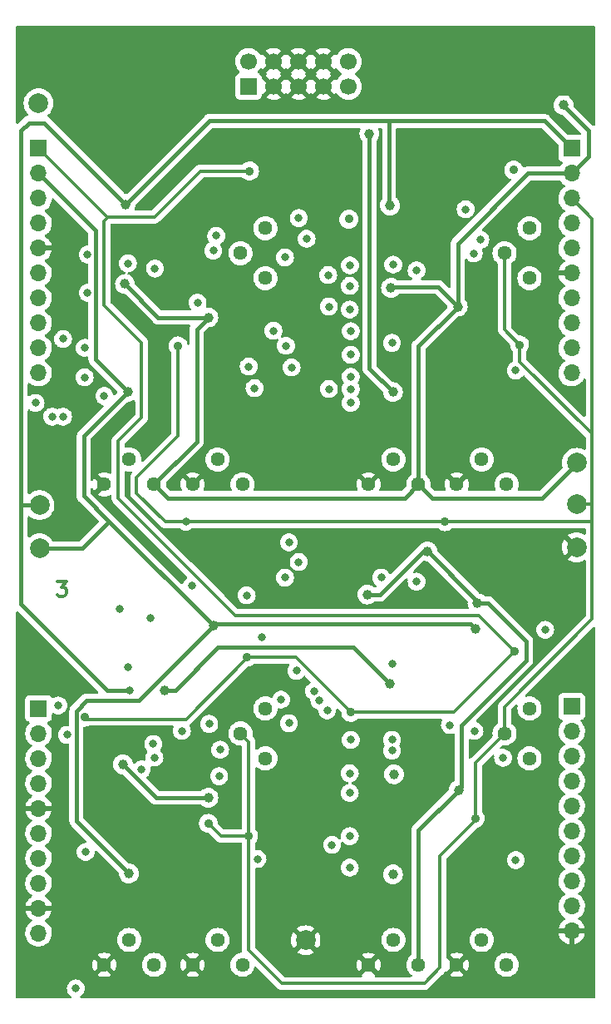
<source format=gbr>
%TF.GenerationSoftware,KiCad,Pcbnew,(6.0.8)*%
%TF.CreationDate,2023-01-26T15:40:28+00:00*%
%TF.ProjectId,Quadraphone,51756164-7261-4706-986f-6e652e6b6963,rev?*%
%TF.SameCoordinates,Original*%
%TF.FileFunction,Copper,L3,Inr*%
%TF.FilePolarity,Positive*%
%FSLAX46Y46*%
G04 Gerber Fmt 4.6, Leading zero omitted, Abs format (unit mm)*
G04 Created by KiCad (PCBNEW (6.0.8)) date 2023-01-26 15:40:28*
%MOMM*%
%LPD*%
G01*
G04 APERTURE LIST*
%ADD10C,0.300000*%
%TA.AperFunction,NonConductor*%
%ADD11C,0.300000*%
%TD*%
%TA.AperFunction,ComponentPad*%
%ADD12C,2.000000*%
%TD*%
%TA.AperFunction,ComponentPad*%
%ADD13C,1.440000*%
%TD*%
%TA.AperFunction,ComponentPad*%
%ADD14R,1.700000X1.700000*%
%TD*%
%TA.AperFunction,ComponentPad*%
%ADD15C,1.700000*%
%TD*%
%TA.AperFunction,ComponentPad*%
%ADD16O,1.700000X1.700000*%
%TD*%
%TA.AperFunction,ViaPad*%
%ADD17C,0.900000*%
%TD*%
%TA.AperFunction,ViaPad*%
%ADD18C,0.800000*%
%TD*%
%TA.AperFunction,ViaPad*%
%ADD19C,1.000000*%
%TD*%
%TA.AperFunction,Conductor*%
%ADD20C,0.300000*%
%TD*%
%TA.AperFunction,Conductor*%
%ADD21C,0.400000*%
%TD*%
G04 APERTURE END LIST*
D10*
%TO.C,FID1*%
D11*
X54700000Y-107078571D02*
X55628571Y-107078571D01*
X55128571Y-107650000D01*
X55342857Y-107650000D01*
X55485714Y-107721428D01*
X55557142Y-107792857D01*
X55628571Y-107935714D01*
X55628571Y-108292857D01*
X55557142Y-108435714D01*
X55485714Y-108507142D01*
X55342857Y-108578571D01*
X54914285Y-108578571D01*
X54771428Y-108507142D01*
X54700000Y-108435714D01*
%TD*%
D12*
%TO.N,-5V*%
%TO.C,TP6*%
X52800000Y-58400000D03*
%TD*%
D13*
%TO.N,GND*%
%TO.C,HF_Track_Trim3*%
X68500000Y-146100000D03*
%TO.N,Net-(HF_Track_Trim3-Pad2)*%
X71040000Y-143560000D03*
%TO.N,/OSCVoice3/HF_Track*%
X73580000Y-146100000D03*
%TD*%
%TO.N,GND*%
%TO.C,HF_Track_Trim1*%
X68500000Y-97200000D03*
%TO.N,Net-(HF_Track_Trim1-Pad2)*%
X71040000Y-94660000D03*
%TO.N,/OSCVoice1/HF_Track*%
X73580000Y-97200000D03*
%TD*%
%TO.N,GND*%
%TO.C,Base_Freq_Trim4*%
X86400000Y-146100000D03*
%TO.N,Net-(Base_Freq_Trim4-Pad2)*%
X88940000Y-143560000D03*
%TO.N,+5V*%
X91480000Y-146100000D03*
%TD*%
%TO.N,Net-(Expo_Trim2-Pad1)*%
%TO.C,Expo_Trim2*%
X102800000Y-76200000D03*
%TO.N,+2V5*%
X100260000Y-73660000D03*
%TO.N,N/C*%
X102800000Y-71120000D03*
%TD*%
D12*
%TO.N,-12V*%
%TO.C,TP7*%
X52900000Y-103700000D03*
%TD*%
D13*
%TO.N,GND*%
%TO.C,Base_Freq_Trim1*%
X59500000Y-97200000D03*
%TO.N,Net-(Base_Freq_Trim1-Pad2)*%
X62040000Y-94660000D03*
%TO.N,+5V*%
X64580000Y-97200000D03*
%TD*%
%TO.N,Net-(Expo_Trim3-Pad1)*%
%TO.C,Expo_Trim3*%
X75900000Y-125100000D03*
%TO.N,+2V5*%
X73360000Y-122560000D03*
%TO.N,N/C*%
X75900000Y-120020000D03*
%TD*%
D12*
%TO.N,GND*%
%TO.C,TP5*%
X107600000Y-103600000D03*
%TD*%
D13*
%TO.N,Net-(Expo_Trim4-Pad1)*%
%TO.C,Expo_Trim4*%
X102800000Y-125100000D03*
%TO.N,+2V5*%
X100260000Y-122560000D03*
%TO.N,N/C*%
X102800000Y-120020000D03*
%TD*%
D12*
%TO.N,+5V*%
%TO.C,TP2*%
X107600000Y-95000000D03*
%TD*%
%TO.N,GND*%
%TO.C,TP4*%
X80000000Y-143600000D03*
%TD*%
D13*
%TO.N,GND*%
%TO.C,Base_Freq_Trim2*%
X86400000Y-97200000D03*
%TO.N,Net-(Base_Freq_Trim2-Pad2)*%
X88940000Y-94660000D03*
%TO.N,+5V*%
X91480000Y-97200000D03*
%TD*%
%TO.N,Net-(Expo_Trim1-Pad1)*%
%TO.C,Expo_Trim1*%
X75900000Y-76200000D03*
%TO.N,+2V5*%
X73360000Y-73660000D03*
%TO.N,N/C*%
X75900000Y-71120000D03*
%TD*%
%TO.N,GND*%
%TO.C,Base_Freq_Trim3*%
X59500000Y-146100000D03*
%TO.N,Net-(Base_Freq_Trim3-Pad2)*%
X62040000Y-143560000D03*
%TO.N,+5V*%
X64580000Y-146100000D03*
%TD*%
D12*
%TO.N,+2V5*%
%TO.C,TP3*%
X107600000Y-99200000D03*
%TD*%
D13*
%TO.N,GND*%
%TO.C,HF_Track_Trim2*%
X95400000Y-97200000D03*
%TO.N,Net-(HF_Track_Trim2-Pad2)*%
X97940000Y-94660000D03*
%TO.N,/OSCVoice2/HF_Track*%
X100480000Y-97200000D03*
%TD*%
%TO.N,GND*%
%TO.C,HF_Track_Trim4*%
X95400000Y-146100000D03*
%TO.N,Net-(HF_Track_Trim4-Pad2)*%
X97940000Y-143560000D03*
%TO.N,/OSCVoice4/HF_Track*%
X100480000Y-146100000D03*
%TD*%
D14*
%TO.N,/-12V_IN*%
%TO.C,J5*%
X74200000Y-56700000D03*
D15*
X74200000Y-54160000D03*
%TO.N,GND*%
X76740000Y-56700000D03*
X76740000Y-54160000D03*
X79280000Y-56700000D03*
X79280000Y-54160000D03*
X81820000Y-56700000D03*
X81820000Y-54160000D03*
%TO.N,/+12V_IN*%
X84360000Y-56700000D03*
X84360000Y-54160000D03*
%TD*%
D12*
%TO.N,+12V*%
%TO.C,TP1*%
X52900000Y-99300000D03*
%TD*%
D14*
%TO.N,/LIN_FREQ_IN*%
%TO.C,J4*%
X107100000Y-119800000D03*
D16*
%TO.N,/SOFT_SYNCH_SW*%
X107100000Y-122340000D03*
%TO.N,/MIX_OUT4*%
X107100000Y-124880000D03*
%TO.N,/TRIANGLE_SW*%
X107100000Y-127420000D03*
%TO.N,/SYNCH_SIGNAL4*%
X107100000Y-129960000D03*
%TO.N,/PWM_CV4*%
X107100000Y-132500000D03*
%TO.N,/V_PER_OCT4*%
X107100000Y-135040000D03*
%TO.N,/OCT_TUNE*%
X107100000Y-137580000D03*
%TO.N,/FREQ_MOD4*%
X107100000Y-140120000D03*
%TO.N,GND*%
X107100000Y-142660000D03*
%TD*%
D14*
%TO.N,/MIX_OUT3*%
%TO.C,J3*%
X52800000Y-120000000D03*
D16*
%TO.N,/PWM_CV*%
X52800000Y-122540000D03*
%TO.N,/PWM_POT*%
X52800000Y-125080000D03*
%TO.N,/PWM_CV3*%
X52800000Y-127620000D03*
%TO.N,GND*%
X52800000Y-130160000D03*
%TO.N,/V_PER_OCT3*%
X52800000Y-132700000D03*
%TO.N,/SYNCH_SIGNAL3*%
X52800000Y-135240000D03*
%TO.N,/FREQ_MOD3*%
X52800000Y-137780000D03*
%TO.N,GND*%
X52800000Y-140320000D03*
%TO.N,/FINE_TUNE*%
X52800000Y-142860000D03*
%TD*%
D14*
%TO.N,+12V*%
%TO.C,J2*%
X107100000Y-63000000D03*
D16*
%TO.N,+5V*%
X107100000Y-65540000D03*
%TO.N,+2V5*%
X107100000Y-68080000D03*
%TO.N,/MIX_OUT2*%
X107100000Y-70620000D03*
%TO.N,/PULSE_SW*%
X107100000Y-73160000D03*
%TO.N,GND*%
X107100000Y-75700000D03*
%TO.N,/SYNCH_SIGNAL2*%
X107100000Y-78240000D03*
%TO.N,/PWM_CV2*%
X107100000Y-80780000D03*
%TO.N,/V_PER_OCT2*%
X107100000Y-83320000D03*
%TO.N,/FREQ_MOD2*%
X107100000Y-85860000D03*
%TD*%
D14*
%TO.N,-5V*%
%TO.C,J1*%
X52800000Y-63000000D03*
D16*
%TO.N,-12V*%
X52800000Y-65540000D03*
%TO.N,/MIX_OUT1*%
X52800000Y-68080000D03*
%TO.N,/HARD_SYNCH_SW*%
X52800000Y-70620000D03*
%TO.N,GND*%
X52800000Y-73160000D03*
%TO.N,/SAW_SW*%
X52800000Y-75700000D03*
%TO.N,/SYNCH_SIGNAL1*%
X52800000Y-78240000D03*
%TO.N,/PWM_CV1*%
X52800000Y-80780000D03*
%TO.N,/V_PER_OCT1*%
X52800000Y-83320000D03*
%TO.N,/FREQ_MOD1*%
X52800000Y-85860000D03*
%TD*%
D17*
%TO.N,+2V5*%
X67000000Y-83100000D03*
X101800000Y-83000000D03*
X94200000Y-101000000D03*
X70100000Y-131700000D03*
X97300000Y-131200000D03*
D18*
X67800000Y-101000000D03*
D17*
X74200000Y-133000000D03*
D19*
%TO.N,+12V*%
X65600000Y-118200000D03*
X88600000Y-68800000D03*
X61700000Y-68700000D03*
D18*
X62100000Y-118200000D03*
D19*
X88600000Y-117500000D03*
%TO.N,+5V*%
X61600000Y-76800000D03*
X86300000Y-108400000D03*
X70100000Y-80200000D03*
X70100000Y-129100000D03*
X97512500Y-109300000D03*
X89000000Y-126700000D03*
X95500000Y-79100000D03*
X95600000Y-128300000D03*
X88700000Y-77200000D03*
X106268750Y-58600000D03*
X92400000Y-104000000D03*
X61400000Y-125700000D03*
%TO.N,-12V*%
X61900000Y-87800000D03*
X97300000Y-111900000D03*
X62000000Y-136800000D03*
X70600000Y-111600000D03*
X88900000Y-87800000D03*
X86500000Y-61500000D03*
X88900000Y-136900000D03*
D18*
%TO.N,/LIN_FREQ_IN*%
X78300000Y-103100000D03*
%TO.N,/Linear_Frequency*%
X74200000Y-85200000D03*
X78575500Y-85300000D03*
X101400000Y-135437738D03*
X75100000Y-135324500D03*
X101400000Y-85600000D03*
%TO.N,/OSCVoice1/PWM_Control*%
X55300000Y-90300000D03*
X57500000Y-83300000D03*
%TO.N,/OSCVoice2/PWM_Control*%
X78000000Y-83100000D03*
X88800000Y-82800000D03*
D17*
%TO.N,-5V*%
X84400000Y-70200000D03*
X74300000Y-65300000D03*
X74010756Y-114789244D03*
X101300000Y-114200000D03*
X101200000Y-65200000D03*
X57499312Y-120899312D03*
X84600000Y-120400000D03*
D18*
%TO.N,/OSCVoice4/PWM_Control*%
X75584276Y-112724500D03*
X79075500Y-116179791D03*
%TO.N,/OSCVoice3/PWM_Control*%
X61100000Y-109900000D03*
X63300000Y-126200000D03*
%TO.N,/HARD_SYNCH_SW*%
X88800000Y-124300000D03*
X91300000Y-75400000D03*
X78300000Y-121500000D03*
X64652451Y-75227852D03*
X77900000Y-74100000D03*
X64200000Y-110800000D03*
X64600000Y-125000000D03*
%TO.N,/SOFT_SYNCH_SW*%
X91300000Y-107100000D03*
%TO.N,/PULSE_SW*%
X79300000Y-70100000D03*
X94700000Y-121700000D03*
X70900000Y-71900000D03*
X70185350Y-121575500D03*
X97800000Y-72300000D03*
X79300000Y-105098062D03*
%TO.N,/TRIANGLE_SW*%
X97200000Y-122300000D03*
X67400000Y-122300000D03*
X77900000Y-106700000D03*
X97125652Y-73687174D03*
X70600000Y-73400000D03*
X80100000Y-72200000D03*
%TO.N,/SAW_SW*%
X61900000Y-74700000D03*
X88800000Y-123200000D03*
X88921767Y-74824500D03*
X80875500Y-118243082D03*
X82300000Y-75900000D03*
X64481868Y-123614805D03*
%TO.N,/PWM_POT*%
X57800000Y-77700000D03*
X84500000Y-126600000D03*
X54800000Y-119700000D03*
X84500000Y-77000000D03*
%TO.N,/FINE_TUNE*%
X57500000Y-86300000D03*
X57600000Y-134600000D03*
X84600000Y-86242898D03*
X82700000Y-133900000D03*
%TO.N,/OCT_TUNE*%
X84600000Y-88900000D03*
X59500000Y-88200000D03*
X56600000Y-148500000D03*
X52500000Y-88900000D03*
%TO.N,/SYNCH_SIGNAL3*%
X71200000Y-126900000D03*
X82200000Y-120200000D03*
X71300000Y-124200000D03*
%TO.N,/MIX_OUT3*%
X61900000Y-115800000D03*
%TO.N,/SYNCH_SIGNAL4*%
X100108761Y-125021904D03*
%TO.N,/V_PER_OCT4*%
X84500000Y-133000000D03*
%TO.N,/FREQ_MOD4*%
X84500000Y-136200000D03*
%TO.N,/PWM_CV4*%
X84500000Y-128600000D03*
%TO.N,/MIX_OUT4*%
X88800000Y-115500000D03*
%TO.N,/SYNCH_SIGNAL1*%
X82374001Y-79100000D03*
X69000000Y-78700000D03*
%TO.N,/SYNCH_SIGNAL2*%
X87700000Y-106700000D03*
X104400000Y-112000000D03*
%TO.N,/V_PER_OCT2*%
X84600000Y-84000000D03*
%TO.N,/FREQ_MOD2*%
X84600000Y-87500000D03*
%TO.N,/PWM_CV2*%
X84500000Y-79400000D03*
%TO.N,/MIX_OUT2*%
X96300000Y-69200000D03*
%TO.N,/PWM_CV*%
X84524500Y-74900000D03*
X55700000Y-122700000D03*
X57800000Y-73800000D03*
X84600000Y-123200000D03*
%TO.N,/OSCVoice1/Soft_Synch*%
X82374001Y-87500000D03*
X74800000Y-87400000D03*
%TO.N,/OSCVoice3/Soft_Synch*%
X77500000Y-119100000D03*
X81400000Y-119200000D03*
%TO.N,/OSCVoice1/PWM_Opamp_Mix*%
X54200000Y-90300000D03*
X55300000Y-82400000D03*
%TO.N,/OSCVoice2/PWM_Opamp_Mix*%
X76724500Y-81560742D03*
X84600000Y-81600000D03*
%TO.N,/OSCVoice4/PWM_Opamp_Mix*%
X68424500Y-107500000D03*
X74000000Y-108500000D03*
%TD*%
D20*
%TO.N,+2V5*%
X62800000Y-98100000D02*
X65700000Y-101000000D01*
X100260000Y-119840000D02*
X109200000Y-110900000D01*
X74200000Y-133000000D02*
X74200000Y-144600000D01*
X97300000Y-125520000D02*
X97300000Y-131200000D01*
X100260000Y-81460000D02*
X101800000Y-83000000D01*
X74200000Y-133000000D02*
X74200000Y-123400000D01*
X97300000Y-131400000D02*
X97300000Y-131200000D01*
X67000000Y-92300000D02*
X62800000Y-96500000D01*
X93700000Y-146400000D02*
X93700000Y-135000000D01*
X71400000Y-133000000D02*
X70100000Y-131700000D01*
X109200000Y-91800000D02*
X109200000Y-70180000D01*
X74200000Y-133000000D02*
X71400000Y-133000000D01*
X109050000Y-91950000D02*
X101800000Y-84700000D01*
X100260000Y-122560000D02*
X100260000Y-119840000D01*
X109200000Y-99200000D02*
X109200000Y-101000000D01*
X62800000Y-96500000D02*
X62800000Y-98100000D01*
X109200000Y-110900000D02*
X109200000Y-91800000D01*
X100260000Y-122560000D02*
X97300000Y-125520000D01*
X109200000Y-70180000D02*
X107100000Y-68080000D01*
X109050000Y-91950000D02*
X109200000Y-91800000D01*
X77600000Y-148000000D02*
X92100000Y-148000000D01*
X109200000Y-99200000D02*
X109200000Y-92100000D01*
X109200000Y-99200000D02*
X107600000Y-99200000D01*
X109200000Y-92100000D02*
X109050000Y-91950000D01*
X67000000Y-83100000D02*
X67000000Y-92300000D01*
X74200000Y-123400000D02*
X73360000Y-122560000D01*
X101800000Y-84700000D02*
X101800000Y-83000000D01*
X93700000Y-135000000D02*
X97300000Y-131400000D01*
X100260000Y-73660000D02*
X100260000Y-81460000D01*
X94200000Y-101000000D02*
X67800000Y-101000000D01*
X109200000Y-101000000D02*
X94200000Y-101000000D01*
X74200000Y-144600000D02*
X77600000Y-148000000D01*
X92100000Y-148000000D02*
X93700000Y-146400000D01*
X65700000Y-101000000D02*
X67800000Y-101000000D01*
D21*
%TO.N,+12V*%
X65600000Y-118200000D02*
X66700000Y-118200000D01*
X104300000Y-60200000D02*
X107100000Y-63000000D01*
X71100000Y-113800000D02*
X84900000Y-113800000D01*
X51000000Y-99200000D02*
X51000000Y-109400000D01*
X61700000Y-68700000D02*
X70200000Y-60200000D01*
X88500000Y-60200000D02*
X88500000Y-68700000D01*
X51100000Y-99300000D02*
X51000000Y-99200000D01*
X51000000Y-109400000D02*
X59800000Y-118200000D01*
X53400000Y-60400000D02*
X51800000Y-60400000D01*
X84900000Y-113800000D02*
X88600000Y-117500000D01*
X59800000Y-118200000D02*
X62100000Y-118200000D01*
X66700000Y-118200000D02*
X71100000Y-113800000D01*
X51800000Y-60400000D02*
X51000000Y-61200000D01*
X52900000Y-99300000D02*
X51100000Y-99300000D01*
X88500000Y-68700000D02*
X88600000Y-68800000D01*
X70200000Y-60200000D02*
X104300000Y-60200000D01*
X51000000Y-61200000D02*
X51000000Y-99200000D01*
X61700000Y-68700000D02*
X53400000Y-60400000D01*
%TO.N,+5V*%
X68900000Y-81400000D02*
X70100000Y-80200000D01*
X90080000Y-98600000D02*
X65980000Y-98600000D01*
X70100000Y-80200000D02*
X65000000Y-80200000D01*
X95600000Y-128300000D02*
X95900000Y-128000000D01*
X104100000Y-98600000D02*
X92880000Y-98600000D01*
X90800000Y-105200000D02*
X92000000Y-104000000D01*
X90800000Y-105200000D02*
X92200000Y-103800000D01*
X102660000Y-65540000D02*
X95500000Y-72700000D01*
X70100000Y-129100000D02*
X64800000Y-129100000D01*
X65980000Y-98600000D02*
X64580000Y-97200000D01*
X88800000Y-77100000D02*
X88700000Y-77200000D01*
X95900000Y-128000000D02*
X95900000Y-121700000D01*
X64580000Y-97200000D02*
X68900000Y-92880000D01*
X95600000Y-128300000D02*
X91480000Y-132420000D01*
X95500000Y-72700000D02*
X95500000Y-79100000D01*
X65000000Y-80200000D02*
X61600000Y-76800000D01*
X95900000Y-121700000D02*
X102450000Y-115150000D01*
X98600000Y-109300000D02*
X97512500Y-109300000D01*
X91480000Y-97200000D02*
X90080000Y-98600000D01*
X108800000Y-61200000D02*
X106268750Y-58668750D01*
X102450000Y-113150000D02*
X98600000Y-109300000D01*
X107600000Y-95100000D02*
X104100000Y-98600000D01*
X107600000Y-95000000D02*
X107600000Y-95100000D01*
X108800000Y-63840000D02*
X108800000Y-61200000D01*
X87600000Y-108400000D02*
X86300000Y-108400000D01*
X92000000Y-104000000D02*
X92400000Y-104000000D01*
X97512500Y-109112500D02*
X97512500Y-109300000D01*
X91480000Y-132420000D02*
X91480000Y-146100000D01*
X92200000Y-103800000D02*
X97512500Y-109112500D01*
X91480000Y-83120000D02*
X95500000Y-79100000D01*
X90800000Y-105200000D02*
X87600000Y-108400000D01*
X107100000Y-65540000D02*
X102660000Y-65540000D01*
X64800000Y-129100000D02*
X61400000Y-125700000D01*
X102450000Y-115150000D02*
X102450000Y-113150000D01*
X68900000Y-92880000D02*
X68900000Y-81400000D01*
X107100000Y-65540000D02*
X108800000Y-63840000D01*
X92880000Y-98600000D02*
X91480000Y-97200000D01*
X91480000Y-97200000D02*
X91480000Y-83120000D01*
X93500000Y-77100000D02*
X88800000Y-77100000D01*
X106268750Y-58668750D02*
X106268750Y-58600000D01*
X95500000Y-79100000D02*
X93500000Y-77100000D01*
%TO.N,-12V*%
X57698271Y-119200000D02*
X63000000Y-119200000D01*
X56649312Y-131449312D02*
X56649312Y-120248959D01*
X57400000Y-98400000D02*
X60000000Y-101000000D01*
X58599500Y-71339500D02*
X58599500Y-84499500D01*
X52900000Y-103700000D02*
X57300000Y-103700000D01*
X58599500Y-84499500D02*
X61900000Y-87800000D01*
X61900000Y-87800000D02*
X57400000Y-92300000D01*
X57300000Y-103700000D02*
X60000000Y-101000000D01*
X62000000Y-136800000D02*
X56649312Y-131449312D01*
X52800000Y-65540000D02*
X58599500Y-71339500D01*
X86500000Y-85400000D02*
X86500000Y-61500000D01*
X60000000Y-101000000D02*
X70600000Y-111600000D01*
X96800000Y-111400000D02*
X71000000Y-111400000D01*
X97300000Y-111900000D02*
X96800000Y-111400000D01*
X63000000Y-119200000D02*
X70600000Y-111600000D01*
X88900000Y-87800000D02*
X86500000Y-85400000D01*
X57400000Y-92300000D02*
X57400000Y-98400000D01*
X70800000Y-111400000D02*
X70600000Y-111600000D01*
X56649312Y-120248959D02*
X57698271Y-119200000D01*
D20*
%TO.N,-5V*%
X74010756Y-114789244D02*
X74010756Y-114889244D01*
X74010756Y-114889244D02*
X67800000Y-121100000D01*
X60900000Y-98600000D02*
X60900000Y-92800000D01*
X67800000Y-121100000D02*
X57700000Y-121100000D01*
X63300000Y-90400000D02*
X63300000Y-82800000D01*
X59500000Y-79000000D02*
X59500000Y-70400000D01*
X52800000Y-63000000D02*
X59800000Y-70000000D01*
X95100000Y-120400000D02*
X84600000Y-120400000D01*
X59500000Y-70400000D02*
X59900000Y-70000000D01*
X63300000Y-82800000D02*
X59500000Y-79000000D01*
X74300000Y-65300000D02*
X69300000Y-65300000D01*
X74010756Y-114789244D02*
X79000000Y-114789244D01*
X101300000Y-114200000D02*
X97649501Y-110549501D01*
X97649501Y-110549501D02*
X72849501Y-110549501D01*
X57700000Y-121100000D02*
X57499312Y-120899312D01*
X101300000Y-114200000D02*
X95100000Y-120400000D01*
X78989244Y-114789244D02*
X84600000Y-120400000D01*
X60900000Y-92800000D02*
X63300000Y-90400000D01*
X69300000Y-65300000D02*
X64600000Y-70000000D01*
X72849501Y-110549501D02*
X60900000Y-98600000D01*
X64600000Y-70000000D02*
X59800000Y-70000000D01*
%TD*%
%TA.AperFunction,Conductor*%
%TO.N,GND*%
G36*
X50717012Y-110119436D02*
G01*
X50723595Y-110125565D01*
X58874434Y-118276405D01*
X58908460Y-118338717D01*
X58903395Y-118409532D01*
X58860848Y-118466368D01*
X58794328Y-118491179D01*
X58785339Y-118491500D01*
X57727183Y-118491500D01*
X57718613Y-118491208D01*
X57668495Y-118487791D01*
X57668491Y-118487791D01*
X57660919Y-118487275D01*
X57653442Y-118488580D01*
X57653441Y-118488580D01*
X57626963Y-118493201D01*
X57597968Y-118498262D01*
X57591450Y-118499223D01*
X57528029Y-118506898D01*
X57520928Y-118509581D01*
X57518319Y-118510222D01*
X57502009Y-118514685D01*
X57499473Y-118515450D01*
X57491987Y-118516757D01*
X57485030Y-118519811D01*
X57433476Y-118542442D01*
X57427372Y-118544933D01*
X57367615Y-118567513D01*
X57361352Y-118571817D01*
X57358986Y-118573054D01*
X57344174Y-118581299D01*
X57341920Y-118582632D01*
X57334966Y-118585685D01*
X57284269Y-118624587D01*
X57278939Y-118628459D01*
X57232551Y-118660339D01*
X57232546Y-118660344D01*
X57226290Y-118664643D01*
X57221239Y-118670313D01*
X57221237Y-118670314D01*
X57184836Y-118711170D01*
X57179855Y-118716446D01*
X56168792Y-119727509D01*
X56162527Y-119733363D01*
X56118927Y-119771398D01*
X56107135Y-119788176D01*
X56082184Y-119823678D01*
X56078251Y-119828973D01*
X56038836Y-119879241D01*
X56035713Y-119886157D01*
X56034329Y-119888443D01*
X56025955Y-119903124D01*
X56024690Y-119905484D01*
X56020322Y-119911698D01*
X56017562Y-119918777D01*
X56017561Y-119918779D01*
X55997110Y-119971234D01*
X55994559Y-119977303D01*
X55968267Y-120035532D01*
X55966883Y-120042999D01*
X55966082Y-120045554D01*
X55961453Y-120061807D01*
X55960790Y-120064387D01*
X55958030Y-120071468D01*
X55957039Y-120078999D01*
X55957038Y-120079001D01*
X55949691Y-120134811D01*
X55948660Y-120141318D01*
X55937016Y-120204145D01*
X55937453Y-120211725D01*
X55937453Y-120211726D01*
X55940603Y-120266351D01*
X55940812Y-120273605D01*
X55940812Y-121667531D01*
X55920810Y-121735652D01*
X55867154Y-121782145D01*
X55801729Y-121792827D01*
X55795487Y-121791500D01*
X55604513Y-121791500D01*
X55598061Y-121792872D01*
X55598056Y-121792872D01*
X55511112Y-121811353D01*
X55417712Y-121831206D01*
X55411682Y-121833891D01*
X55411681Y-121833891D01*
X55249278Y-121906197D01*
X55249276Y-121906198D01*
X55243248Y-121908882D01*
X55088747Y-122021134D01*
X55084326Y-122026044D01*
X55084325Y-122026045D01*
X54978539Y-122143533D01*
X54960960Y-122163056D01*
X54951832Y-122178866D01*
X54874770Y-122312342D01*
X54865473Y-122328444D01*
X54806458Y-122510072D01*
X54805768Y-122516633D01*
X54805768Y-122516635D01*
X54804779Y-122526045D01*
X54786496Y-122700000D01*
X54787186Y-122706565D01*
X54801889Y-122846453D01*
X54806458Y-122889928D01*
X54865473Y-123071556D01*
X54868776Y-123077278D01*
X54868777Y-123077279D01*
X54882143Y-123100430D01*
X54960960Y-123236944D01*
X54965378Y-123241851D01*
X54965379Y-123241852D01*
X55084325Y-123373955D01*
X55088747Y-123378866D01*
X55155186Y-123427137D01*
X55217897Y-123472699D01*
X55243248Y-123491118D01*
X55249276Y-123493802D01*
X55249278Y-123493803D01*
X55409799Y-123565271D01*
X55417712Y-123568794D01*
X55490055Y-123584171D01*
X55598056Y-123607128D01*
X55598061Y-123607128D01*
X55604513Y-123608500D01*
X55795487Y-123608500D01*
X55801725Y-123607174D01*
X55871481Y-123619932D01*
X55923327Y-123668434D01*
X55940812Y-123732469D01*
X55940812Y-131420400D01*
X55940520Y-131428970D01*
X55937210Y-131477530D01*
X55936587Y-131486664D01*
X55937892Y-131494141D01*
X55937892Y-131494142D01*
X55947573Y-131549611D01*
X55948535Y-131556133D01*
X55956210Y-131619554D01*
X55958893Y-131626655D01*
X55959534Y-131629264D01*
X55963997Y-131645574D01*
X55964762Y-131648110D01*
X55966069Y-131655596D01*
X55977061Y-131680635D01*
X55991754Y-131714107D01*
X55994245Y-131720211D01*
X56016825Y-131779968D01*
X56021129Y-131786231D01*
X56022366Y-131788597D01*
X56030611Y-131803409D01*
X56031944Y-131805663D01*
X56034997Y-131812617D01*
X56064828Y-131851492D01*
X56073891Y-131863303D01*
X56077771Y-131868644D01*
X56109651Y-131915032D01*
X56109656Y-131915037D01*
X56113955Y-131921293D01*
X56119625Y-131926344D01*
X56119626Y-131926346D01*
X56160482Y-131962747D01*
X56165758Y-131967728D01*
X57674435Y-133476405D01*
X57708461Y-133538717D01*
X57703396Y-133609532D01*
X57660849Y-133666368D01*
X57594329Y-133691179D01*
X57585340Y-133691500D01*
X57504513Y-133691500D01*
X57498061Y-133692872D01*
X57498056Y-133692872D01*
X57417139Y-133710072D01*
X57317712Y-133731206D01*
X57311682Y-133733891D01*
X57311681Y-133733891D01*
X57149278Y-133806197D01*
X57149276Y-133806198D01*
X57143248Y-133808882D01*
X56988747Y-133921134D01*
X56984326Y-133926044D01*
X56984325Y-133926045D01*
X56878973Y-134043051D01*
X56860960Y-134063056D01*
X56841821Y-134096206D01*
X56769982Y-134220635D01*
X56765473Y-134228444D01*
X56706458Y-134410072D01*
X56705768Y-134416633D01*
X56705768Y-134416635D01*
X56689904Y-134567572D01*
X56686496Y-134600000D01*
X56687186Y-134606565D01*
X56705040Y-134776432D01*
X56706458Y-134789928D01*
X56765473Y-134971556D01*
X56768776Y-134977278D01*
X56768777Y-134977279D01*
X56788737Y-135011851D01*
X56860960Y-135136944D01*
X56988747Y-135278866D01*
X57143248Y-135391118D01*
X57149276Y-135393802D01*
X57149278Y-135393803D01*
X57280946Y-135452425D01*
X57317712Y-135468794D01*
X57411113Y-135488647D01*
X57498056Y-135507128D01*
X57498061Y-135507128D01*
X57504513Y-135508500D01*
X57695487Y-135508500D01*
X57701939Y-135507128D01*
X57701944Y-135507128D01*
X57788887Y-135488647D01*
X57882288Y-135468794D01*
X57919054Y-135452425D01*
X58050722Y-135393803D01*
X58050724Y-135393802D01*
X58056752Y-135391118D01*
X58211253Y-135278866D01*
X58339040Y-135136944D01*
X58411263Y-135011851D01*
X58431223Y-134977279D01*
X58431224Y-134977278D01*
X58434527Y-134971556D01*
X58493542Y-134789928D01*
X58494961Y-134776432D01*
X58512952Y-134605252D01*
X58539965Y-134539595D01*
X58598187Y-134498965D01*
X58669132Y-134496262D01*
X58727357Y-134529327D01*
X60954374Y-136756344D01*
X60988400Y-136818656D01*
X60990837Y-136834896D01*
X60998522Y-136926411D01*
X61003268Y-136982934D01*
X61004967Y-136988858D01*
X61039274Y-137108500D01*
X61057783Y-137173050D01*
X61060602Y-137178535D01*
X61130375Y-137314297D01*
X61148187Y-137348956D01*
X61271035Y-137503953D01*
X61275728Y-137507947D01*
X61275729Y-137507948D01*
X61339854Y-137562522D01*
X61421650Y-137632136D01*
X61594294Y-137728624D01*
X61782392Y-137789740D01*
X61978777Y-137813158D01*
X61984912Y-137812686D01*
X61984914Y-137812686D01*
X62169830Y-137798457D01*
X62169834Y-137798456D01*
X62175972Y-137797984D01*
X62366463Y-137744798D01*
X62371967Y-137742018D01*
X62371969Y-137742017D01*
X62537495Y-137658404D01*
X62537497Y-137658403D01*
X62542996Y-137655625D01*
X62698847Y-137533861D01*
X62828078Y-137384145D01*
X62925769Y-137212179D01*
X62988197Y-137024513D01*
X63012985Y-136828295D01*
X63013380Y-136800000D01*
X62994080Y-136603167D01*
X62982368Y-136564373D01*
X62961541Y-136495392D01*
X62936916Y-136413831D01*
X62844066Y-136239204D01*
X62746268Y-136119292D01*
X62722960Y-136090713D01*
X62722957Y-136090710D01*
X62719065Y-136085938D01*
X62713305Y-136081173D01*
X62571425Y-135963799D01*
X62571421Y-135963797D01*
X62566675Y-135959870D01*
X62392701Y-135865802D01*
X62203768Y-135807318D01*
X62197643Y-135806674D01*
X62197642Y-135806674D01*
X62108567Y-135797312D01*
X62030822Y-135789141D01*
X61965165Y-135762128D01*
X61954897Y-135752926D01*
X57394717Y-131192747D01*
X57360691Y-131130435D01*
X57357812Y-131103652D01*
X57357812Y-125685851D01*
X60386719Y-125685851D01*
X60387235Y-125691995D01*
X60402081Y-125868794D01*
X60403268Y-125882934D01*
X60416880Y-125930404D01*
X60453510Y-126058148D01*
X60457783Y-126073050D01*
X60460602Y-126078535D01*
X60507763Y-126170299D01*
X60548187Y-126248956D01*
X60671035Y-126403953D01*
X60675728Y-126407947D01*
X60675729Y-126407948D01*
X60778515Y-126495425D01*
X60821650Y-126532136D01*
X60994294Y-126628624D01*
X61182392Y-126689740D01*
X61352898Y-126710072D01*
X61372253Y-126712380D01*
X61437526Y-126740308D01*
X61446429Y-126748399D01*
X62863831Y-128165802D01*
X64278557Y-129580528D01*
X64284411Y-129586793D01*
X64322439Y-129630385D01*
X64374729Y-129667136D01*
X64379971Y-129671028D01*
X64430282Y-129710476D01*
X64437201Y-129713600D01*
X64439493Y-129714988D01*
X64454165Y-129723357D01*
X64456525Y-129724622D01*
X64462739Y-129728990D01*
X64469818Y-129731750D01*
X64469820Y-129731751D01*
X64522275Y-129752202D01*
X64528344Y-129754753D01*
X64586573Y-129781045D01*
X64594046Y-129782430D01*
X64596612Y-129783234D01*
X64612835Y-129787855D01*
X64615427Y-129788520D01*
X64622509Y-129791282D01*
X64630044Y-129792274D01*
X64685861Y-129799622D01*
X64692377Y-129800654D01*
X64730770Y-129807770D01*
X64755186Y-129812295D01*
X64762766Y-129811858D01*
X64762767Y-129811858D01*
X64817380Y-129808709D01*
X64824633Y-129808500D01*
X69330019Y-129808500D01*
X69398140Y-129828502D01*
X69411682Y-129838546D01*
X69509226Y-129921562D01*
X69521650Y-129932136D01*
X69694294Y-130028624D01*
X69882392Y-130089740D01*
X70078777Y-130113158D01*
X70084912Y-130112686D01*
X70084914Y-130112686D01*
X70269830Y-130098457D01*
X70269834Y-130098456D01*
X70275972Y-130097984D01*
X70466463Y-130044798D01*
X70471967Y-130042018D01*
X70471969Y-130042017D01*
X70637495Y-129958404D01*
X70637497Y-129958403D01*
X70642996Y-129955625D01*
X70774146Y-129853160D01*
X70793991Y-129837655D01*
X70798847Y-129833861D01*
X70928078Y-129684145D01*
X71025769Y-129512179D01*
X71088197Y-129324513D01*
X71112985Y-129128295D01*
X71113380Y-129100000D01*
X71094080Y-128903167D01*
X71091012Y-128893003D01*
X71064175Y-128804118D01*
X71036916Y-128713831D01*
X70944066Y-128539204D01*
X70873709Y-128452938D01*
X70822960Y-128390713D01*
X70822957Y-128390710D01*
X70819065Y-128385938D01*
X70814316Y-128382009D01*
X70671425Y-128263799D01*
X70671421Y-128263797D01*
X70666675Y-128259870D01*
X70492701Y-128165802D01*
X70303768Y-128107318D01*
X70297643Y-128106674D01*
X70297642Y-128106674D01*
X70113204Y-128087289D01*
X70113202Y-128087289D01*
X70107075Y-128086645D01*
X70024576Y-128094153D01*
X69916251Y-128104011D01*
X69916248Y-128104012D01*
X69910112Y-128104570D01*
X69904206Y-128106308D01*
X69904202Y-128106309D01*
X69811529Y-128133584D01*
X69720381Y-128160410D01*
X69714923Y-128163263D01*
X69714919Y-128163265D01*
X69624147Y-128210720D01*
X69545110Y-128252040D01*
X69406236Y-128363698D01*
X69340616Y-128390793D01*
X69327286Y-128391500D01*
X65145660Y-128391500D01*
X65077539Y-128371498D01*
X65056565Y-128354595D01*
X63824195Y-127122225D01*
X63790169Y-127059913D01*
X63795234Y-126989098D01*
X63839230Y-126931194D01*
X63882166Y-126900000D01*
X70286496Y-126900000D01*
X70287186Y-126906565D01*
X70305261Y-127078535D01*
X70306458Y-127089928D01*
X70365473Y-127271556D01*
X70460960Y-127436944D01*
X70465378Y-127441851D01*
X70465379Y-127441852D01*
X70570323Y-127558404D01*
X70588747Y-127578866D01*
X70675667Y-127642017D01*
X70737016Y-127686590D01*
X70743248Y-127691118D01*
X70749276Y-127693802D01*
X70749278Y-127693803D01*
X70839318Y-127733891D01*
X70917712Y-127768794D01*
X71011113Y-127788647D01*
X71098056Y-127807128D01*
X71098061Y-127807128D01*
X71104513Y-127808500D01*
X71295487Y-127808500D01*
X71301939Y-127807128D01*
X71301944Y-127807128D01*
X71388887Y-127788647D01*
X71482288Y-127768794D01*
X71560682Y-127733891D01*
X71650722Y-127693803D01*
X71650724Y-127693802D01*
X71656752Y-127691118D01*
X71662985Y-127686590D01*
X71724333Y-127642017D01*
X71811253Y-127578866D01*
X71829677Y-127558404D01*
X71934621Y-127441852D01*
X71934622Y-127441851D01*
X71939040Y-127436944D01*
X72034527Y-127271556D01*
X72093542Y-127089928D01*
X72094740Y-127078535D01*
X72112814Y-126906565D01*
X72113504Y-126900000D01*
X72100954Y-126780590D01*
X72094232Y-126716635D01*
X72094232Y-126716633D01*
X72093542Y-126710072D01*
X72034527Y-126528444D01*
X72015464Y-126495425D01*
X71959863Y-126399123D01*
X71939040Y-126363056D01*
X71928903Y-126351797D01*
X71815675Y-126226045D01*
X71815674Y-126226044D01*
X71811253Y-126221134D01*
X71702226Y-126141921D01*
X71662094Y-126112763D01*
X71662093Y-126112762D01*
X71656752Y-126108882D01*
X71650724Y-126106198D01*
X71650722Y-126106197D01*
X71488319Y-126033891D01*
X71488318Y-126033891D01*
X71482288Y-126031206D01*
X71387429Y-126011043D01*
X71301944Y-125992872D01*
X71301939Y-125992872D01*
X71295487Y-125991500D01*
X71104513Y-125991500D01*
X71098061Y-125992872D01*
X71098056Y-125992872D01*
X71012571Y-126011043D01*
X70917712Y-126031206D01*
X70911682Y-126033891D01*
X70911681Y-126033891D01*
X70749278Y-126106197D01*
X70749276Y-126106198D01*
X70743248Y-126108882D01*
X70737907Y-126112762D01*
X70737906Y-126112763D01*
X70697774Y-126141921D01*
X70588747Y-126221134D01*
X70584326Y-126226044D01*
X70584325Y-126226045D01*
X70471098Y-126351797D01*
X70460960Y-126363056D01*
X70440137Y-126399123D01*
X70384537Y-126495425D01*
X70365473Y-126528444D01*
X70306458Y-126710072D01*
X70305768Y-126716633D01*
X70305768Y-126716635D01*
X70299046Y-126780590D01*
X70286496Y-126900000D01*
X63882166Y-126900000D01*
X63905905Y-126882753D01*
X63905913Y-126882746D01*
X63911253Y-126878866D01*
X63996259Y-126784457D01*
X64034621Y-126741852D01*
X64034622Y-126741851D01*
X64039040Y-126736944D01*
X64121895Y-126593435D01*
X64131223Y-126577279D01*
X64131224Y-126577278D01*
X64134527Y-126571556D01*
X64193542Y-126389928D01*
X64195766Y-126368774D01*
X64212814Y-126206565D01*
X64213504Y-126200000D01*
X64193644Y-126011043D01*
X64206416Y-125941205D01*
X64254918Y-125889358D01*
X64323751Y-125871964D01*
X64345147Y-125874625D01*
X64394369Y-125885088D01*
X64498056Y-125907128D01*
X64498061Y-125907128D01*
X64504513Y-125908500D01*
X64695487Y-125908500D01*
X64701939Y-125907128D01*
X64701944Y-125907128D01*
X64805631Y-125885088D01*
X64882288Y-125868794D01*
X64911242Y-125855903D01*
X65050722Y-125793803D01*
X65050724Y-125793802D01*
X65056752Y-125791118D01*
X65211253Y-125678866D01*
X65225488Y-125663056D01*
X65334621Y-125541852D01*
X65334622Y-125541851D01*
X65339040Y-125536944D01*
X65434527Y-125371556D01*
X65493542Y-125189928D01*
X65494362Y-125182132D01*
X65512814Y-125006565D01*
X65513504Y-125000000D01*
X65508239Y-124949908D01*
X65494232Y-124816635D01*
X65494232Y-124816633D01*
X65493542Y-124810072D01*
X65434527Y-124628444D01*
X65420767Y-124604610D01*
X65358179Y-124496206D01*
X65339040Y-124463056D01*
X65332301Y-124455571D01*
X65215736Y-124326113D01*
X65185018Y-124262106D01*
X65192744Y-124200000D01*
X70386496Y-124200000D01*
X70387186Y-124206565D01*
X70401122Y-124339155D01*
X70406458Y-124389928D01*
X70465473Y-124571556D01*
X70560960Y-124736944D01*
X70565378Y-124741851D01*
X70565379Y-124741852D01*
X70664593Y-124852040D01*
X70688747Y-124878866D01*
X70777350Y-124943240D01*
X70830711Y-124982009D01*
X70843248Y-124991118D01*
X70849276Y-124993802D01*
X70849278Y-124993803D01*
X71008173Y-125064547D01*
X71017712Y-125068794D01*
X71086263Y-125083365D01*
X71198056Y-125107128D01*
X71198061Y-125107128D01*
X71204513Y-125108500D01*
X71395487Y-125108500D01*
X71401939Y-125107128D01*
X71401944Y-125107128D01*
X71513737Y-125083365D01*
X71582288Y-125068794D01*
X71591827Y-125064547D01*
X71750722Y-124993803D01*
X71750724Y-124993802D01*
X71756752Y-124991118D01*
X71769290Y-124982009D01*
X71822650Y-124943240D01*
X71911253Y-124878866D01*
X71935407Y-124852040D01*
X72034621Y-124741852D01*
X72034622Y-124741851D01*
X72039040Y-124736944D01*
X72134527Y-124571556D01*
X72193542Y-124389928D01*
X72198879Y-124339155D01*
X72212814Y-124206565D01*
X72213504Y-124200000D01*
X72205758Y-124126302D01*
X72194232Y-124016635D01*
X72194232Y-124016633D01*
X72193542Y-124010072D01*
X72134527Y-123828444D01*
X72125611Y-123813000D01*
X72077466Y-123729612D01*
X72039040Y-123663056D01*
X72009546Y-123630299D01*
X71915675Y-123526045D01*
X71915674Y-123526044D01*
X71911253Y-123521134D01*
X71756752Y-123408882D01*
X71750724Y-123406198D01*
X71750722Y-123406197D01*
X71588319Y-123333891D01*
X71588318Y-123333891D01*
X71582288Y-123331206D01*
X71482668Y-123310031D01*
X71401944Y-123292872D01*
X71401939Y-123292872D01*
X71395487Y-123291500D01*
X71204513Y-123291500D01*
X71198061Y-123292872D01*
X71198056Y-123292872D01*
X71117332Y-123310031D01*
X71017712Y-123331206D01*
X71011682Y-123333891D01*
X71011681Y-123333891D01*
X70849278Y-123406197D01*
X70849276Y-123406198D01*
X70843248Y-123408882D01*
X70688747Y-123521134D01*
X70684326Y-123526044D01*
X70684325Y-123526045D01*
X70590455Y-123630299D01*
X70560960Y-123663056D01*
X70522534Y-123729612D01*
X70474390Y-123813000D01*
X70465473Y-123828444D01*
X70406458Y-124010072D01*
X70405768Y-124016633D01*
X70405768Y-124016635D01*
X70394242Y-124126302D01*
X70386496Y-124200000D01*
X65192744Y-124200000D01*
X65193783Y-124191652D01*
X65212767Y-124162112D01*
X65212609Y-124161997D01*
X65214617Y-124159234D01*
X65215734Y-124157496D01*
X65220908Y-124151749D01*
X65301912Y-124011447D01*
X65313091Y-123992084D01*
X65313092Y-123992083D01*
X65316395Y-123986361D01*
X65375410Y-123804733D01*
X65379791Y-123763056D01*
X65394682Y-123621370D01*
X65395372Y-123614805D01*
X65388678Y-123551114D01*
X65376100Y-123431440D01*
X65376100Y-123431438D01*
X65375410Y-123424877D01*
X65316395Y-123243249D01*
X65311596Y-123234936D01*
X65271858Y-123166109D01*
X65220908Y-123077861D01*
X65188449Y-123041811D01*
X65097543Y-122940850D01*
X65097542Y-122940849D01*
X65093121Y-122935939D01*
X64963622Y-122841852D01*
X64943962Y-122827568D01*
X64943961Y-122827567D01*
X64938620Y-122823687D01*
X64932592Y-122821003D01*
X64932590Y-122821002D01*
X64770187Y-122748696D01*
X64770186Y-122748696D01*
X64764156Y-122746011D01*
X64670755Y-122726158D01*
X64583812Y-122707677D01*
X64583807Y-122707677D01*
X64577355Y-122706305D01*
X64386381Y-122706305D01*
X64379929Y-122707677D01*
X64379924Y-122707677D01*
X64292981Y-122726158D01*
X64199580Y-122746011D01*
X64193550Y-122748696D01*
X64193549Y-122748696D01*
X64031146Y-122821002D01*
X64031144Y-122821003D01*
X64025116Y-122823687D01*
X64019775Y-122827567D01*
X64019774Y-122827568D01*
X64000114Y-122841852D01*
X63870615Y-122935939D01*
X63866194Y-122940849D01*
X63866193Y-122940850D01*
X63775288Y-123041811D01*
X63742828Y-123077861D01*
X63691878Y-123166109D01*
X63652141Y-123234936D01*
X63647341Y-123243249D01*
X63588326Y-123424877D01*
X63587636Y-123431438D01*
X63587636Y-123431440D01*
X63575058Y-123551114D01*
X63568364Y-123614805D01*
X63569054Y-123621370D01*
X63583946Y-123763056D01*
X63588326Y-123804733D01*
X63647341Y-123986361D01*
X63650644Y-123992083D01*
X63650645Y-123992084D01*
X63661824Y-124011447D01*
X63742828Y-124151749D01*
X63747246Y-124156656D01*
X63747247Y-124156657D01*
X63866132Y-124288692D01*
X63896850Y-124352699D01*
X63888085Y-124423153D01*
X63869101Y-124452693D01*
X63869259Y-124452808D01*
X63867251Y-124455571D01*
X63866134Y-124457309D01*
X63860960Y-124463056D01*
X63841821Y-124496206D01*
X63779234Y-124604610D01*
X63765473Y-124628444D01*
X63706458Y-124810072D01*
X63705768Y-124816633D01*
X63705768Y-124816635D01*
X63691761Y-124949908D01*
X63686496Y-125000000D01*
X63697756Y-125107128D01*
X63706356Y-125188957D01*
X63693584Y-125258795D01*
X63645082Y-125310642D01*
X63576249Y-125328036D01*
X63554853Y-125325375D01*
X63485543Y-125310642D01*
X63401944Y-125292872D01*
X63401939Y-125292872D01*
X63395487Y-125291500D01*
X63204513Y-125291500D01*
X63198061Y-125292872D01*
X63198056Y-125292872D01*
X63114457Y-125310642D01*
X63017712Y-125331206D01*
X63011682Y-125333891D01*
X63011681Y-125333891D01*
X62849278Y-125406197D01*
X62849276Y-125406198D01*
X62843248Y-125408882D01*
X62688747Y-125521134D01*
X62684326Y-125526044D01*
X62684325Y-125526045D01*
X62615763Y-125602191D01*
X62555317Y-125639431D01*
X62484333Y-125638079D01*
X62425349Y-125598566D01*
X62396728Y-125530175D01*
X62394682Y-125509302D01*
X62394681Y-125509298D01*
X62394080Y-125503167D01*
X62391499Y-125494616D01*
X62353291Y-125368069D01*
X62336916Y-125313831D01*
X62244066Y-125139204D01*
X62153753Y-125028469D01*
X62122960Y-124990713D01*
X62122957Y-124990710D01*
X62119065Y-124985938D01*
X62112724Y-124980692D01*
X61971425Y-124863799D01*
X61971421Y-124863797D01*
X61966675Y-124859870D01*
X61792701Y-124765802D01*
X61603768Y-124707318D01*
X61597643Y-124706674D01*
X61597642Y-124706674D01*
X61413204Y-124687289D01*
X61413202Y-124687289D01*
X61407075Y-124686645D01*
X61324576Y-124694153D01*
X61216251Y-124704011D01*
X61216248Y-124704012D01*
X61210112Y-124704570D01*
X61204206Y-124706308D01*
X61204202Y-124706309D01*
X61144365Y-124723920D01*
X61020381Y-124760410D01*
X61014923Y-124763263D01*
X61014919Y-124763265D01*
X60925387Y-124810072D01*
X60845110Y-124852040D01*
X60690975Y-124975968D01*
X60687011Y-124980692D01*
X60682609Y-124985938D01*
X60563846Y-125127474D01*
X60560879Y-125132872D01*
X60560875Y-125132877D01*
X60507492Y-125229982D01*
X60468567Y-125300787D01*
X60466706Y-125306654D01*
X60466705Y-125306656D01*
X60410627Y-125483436D01*
X60408765Y-125489306D01*
X60386719Y-125685851D01*
X57357812Y-125685851D01*
X57357812Y-121987763D01*
X57377814Y-121919642D01*
X57431470Y-121873149D01*
X57479223Y-121863286D01*
X57479142Y-121862239D01*
X57660417Y-121848291D01*
X57660421Y-121848290D01*
X57666559Y-121847818D01*
X57751690Y-121824049D01*
X57841662Y-121798928D01*
X57841665Y-121798927D01*
X57847606Y-121797268D01*
X57853110Y-121794488D01*
X57853112Y-121794487D01*
X57897561Y-121772034D01*
X57954371Y-121758500D01*
X66447870Y-121758500D01*
X66515991Y-121778502D01*
X66562484Y-121832158D01*
X66572588Y-121902432D01*
X66565116Y-121928328D01*
X66565473Y-121928444D01*
X66506458Y-122110072D01*
X66505768Y-122116633D01*
X66505768Y-122116635D01*
X66491808Y-122249455D01*
X66486496Y-122300000D01*
X66487186Y-122306565D01*
X66503930Y-122465872D01*
X66506458Y-122489928D01*
X66565473Y-122671556D01*
X66568776Y-122677278D01*
X66568777Y-122677279D01*
X66596067Y-122724547D01*
X66660960Y-122836944D01*
X66665378Y-122841851D01*
X66665379Y-122841852D01*
X66781681Y-122971018D01*
X66788747Y-122978866D01*
X66869364Y-123037438D01*
X66919455Y-123073831D01*
X66943248Y-123091118D01*
X66949276Y-123093802D01*
X66949278Y-123093803D01*
X67095759Y-123159020D01*
X67117712Y-123168794D01*
X67175612Y-123181101D01*
X67298056Y-123207128D01*
X67298061Y-123207128D01*
X67304513Y-123208500D01*
X67495487Y-123208500D01*
X67501939Y-123207128D01*
X67501944Y-123207128D01*
X67624388Y-123181101D01*
X67682288Y-123168794D01*
X67704241Y-123159020D01*
X67850722Y-123093803D01*
X67850724Y-123093802D01*
X67856752Y-123091118D01*
X67880546Y-123073831D01*
X67930636Y-123037438D01*
X68011253Y-122978866D01*
X68018319Y-122971018D01*
X68134621Y-122841852D01*
X68134622Y-122841851D01*
X68139040Y-122836944D01*
X68203933Y-122724547D01*
X68231223Y-122677279D01*
X68231224Y-122677278D01*
X68234527Y-122671556D01*
X68293542Y-122489928D01*
X68296071Y-122465872D01*
X68312814Y-122306565D01*
X68313504Y-122300000D01*
X68308192Y-122249455D01*
X68294232Y-122116635D01*
X68294232Y-122116633D01*
X68293542Y-122110072D01*
X68234527Y-121928444D01*
X68218446Y-121900590D01*
X68158979Y-121797591D01*
X68142241Y-121728596D01*
X68165461Y-121661504D01*
X68194713Y-121634631D01*
X68193718Y-121633348D01*
X68199980Y-121628491D01*
X68206807Y-121624453D01*
X68221971Y-121609289D01*
X68237005Y-121596448D01*
X68247943Y-121588501D01*
X68254357Y-121583841D01*
X68261257Y-121575500D01*
X69271846Y-121575500D01*
X69272536Y-121582065D01*
X69284802Y-121698765D01*
X69291808Y-121765428D01*
X69350823Y-121947056D01*
X69446310Y-122112444D01*
X69450728Y-122117351D01*
X69450729Y-122117352D01*
X69509613Y-122182749D01*
X69574097Y-122254366D01*
X69728598Y-122366618D01*
X69734626Y-122369302D01*
X69734628Y-122369303D01*
X69897031Y-122441609D01*
X69903062Y-122444294D01*
X69996463Y-122464147D01*
X70083406Y-122482628D01*
X70083411Y-122482628D01*
X70089863Y-122484000D01*
X70280837Y-122484000D01*
X70287289Y-122482628D01*
X70287294Y-122482628D01*
X70374237Y-122464147D01*
X70467638Y-122444294D01*
X70473669Y-122441609D01*
X70636072Y-122369303D01*
X70636074Y-122369302D01*
X70642102Y-122366618D01*
X70796603Y-122254366D01*
X70861087Y-122182749D01*
X70919971Y-122117352D01*
X70919972Y-122117351D01*
X70924390Y-122112444D01*
X71019877Y-121947056D01*
X71078892Y-121765428D01*
X71085899Y-121698765D01*
X71098164Y-121582065D01*
X71098854Y-121575500D01*
X71091570Y-121506197D01*
X71079582Y-121392135D01*
X71079582Y-121392133D01*
X71078892Y-121385572D01*
X71019877Y-121203944D01*
X71012335Y-121190880D01*
X70940298Y-121066109D01*
X70924390Y-121038556D01*
X70906460Y-121018642D01*
X70801025Y-120901545D01*
X70801024Y-120901544D01*
X70796603Y-120896634D01*
X70642102Y-120784382D01*
X70636074Y-120781698D01*
X70636072Y-120781697D01*
X70473669Y-120709391D01*
X70473668Y-120709391D01*
X70467638Y-120706706D01*
X70374238Y-120686853D01*
X70287294Y-120668372D01*
X70287289Y-120668372D01*
X70280837Y-120667000D01*
X70089863Y-120667000D01*
X70083411Y-120668372D01*
X70083406Y-120668372D01*
X69996462Y-120686853D01*
X69903062Y-120706706D01*
X69897032Y-120709391D01*
X69897031Y-120709391D01*
X69734628Y-120781697D01*
X69734626Y-120781698D01*
X69728598Y-120784382D01*
X69574097Y-120896634D01*
X69569676Y-120901544D01*
X69569675Y-120901545D01*
X69464241Y-121018642D01*
X69446310Y-121038556D01*
X69430402Y-121066109D01*
X69358366Y-121190880D01*
X69350823Y-121203944D01*
X69291808Y-121385572D01*
X69291118Y-121392133D01*
X69291118Y-121392135D01*
X69279130Y-121506197D01*
X69271846Y-121575500D01*
X68261257Y-121575500D01*
X68283803Y-121548247D01*
X68291792Y-121539468D01*
X69811260Y-120020000D01*
X74666807Y-120020000D01*
X74685542Y-120234142D01*
X74686966Y-120239455D01*
X74686966Y-120239457D01*
X74723772Y-120376816D01*
X74741178Y-120441777D01*
X74743500Y-120446757D01*
X74743501Y-120446759D01*
X74829511Y-120631206D01*
X74832024Y-120636596D01*
X74955319Y-120812681D01*
X75107319Y-120964681D01*
X75283403Y-121087976D01*
X75288381Y-121090297D01*
X75288384Y-121090299D01*
X75473241Y-121176499D01*
X75478223Y-121178822D01*
X75483531Y-121180244D01*
X75483533Y-121180245D01*
X75680543Y-121233034D01*
X75680545Y-121233034D01*
X75685858Y-121234458D01*
X75900000Y-121253193D01*
X76114142Y-121234458D01*
X76119455Y-121233034D01*
X76119457Y-121233034D01*
X76316467Y-121180245D01*
X76316469Y-121180244D01*
X76321777Y-121178822D01*
X76326759Y-121176499D01*
X76511616Y-121090299D01*
X76511619Y-121090297D01*
X76516597Y-121087976D01*
X76692681Y-120964681D01*
X76844681Y-120812681D01*
X76967976Y-120636596D01*
X76970490Y-120631206D01*
X77056499Y-120446759D01*
X77056500Y-120446757D01*
X77058822Y-120441777D01*
X77076229Y-120376816D01*
X77113034Y-120239457D01*
X77113034Y-120239455D01*
X77114458Y-120234142D01*
X77126121Y-120100834D01*
X77126722Y-120093967D01*
X77152586Y-120027849D01*
X77210089Y-119986209D01*
X77278439Y-119981702D01*
X77299643Y-119986209D01*
X77398056Y-120007128D01*
X77398061Y-120007128D01*
X77404513Y-120008500D01*
X77595487Y-120008500D01*
X77601939Y-120007128D01*
X77601944Y-120007128D01*
X77700357Y-119986209D01*
X77782288Y-119968794D01*
X77788319Y-119966109D01*
X77950722Y-119893803D01*
X77950724Y-119893802D01*
X77956752Y-119891118D01*
X77963150Y-119886470D01*
X78045077Y-119826946D01*
X78111253Y-119778866D01*
X78116165Y-119773411D01*
X78234621Y-119641852D01*
X78234622Y-119641851D01*
X78239040Y-119636944D01*
X78316874Y-119502132D01*
X78331223Y-119477279D01*
X78331224Y-119477278D01*
X78334527Y-119471556D01*
X78393542Y-119289928D01*
X78400123Y-119227319D01*
X78412814Y-119106565D01*
X78413504Y-119100000D01*
X78396042Y-118933861D01*
X78394232Y-118916635D01*
X78394232Y-118916633D01*
X78393542Y-118910072D01*
X78334527Y-118728444D01*
X78310094Y-118686124D01*
X78282825Y-118638894D01*
X78239040Y-118563056D01*
X78181711Y-118499385D01*
X78115675Y-118426045D01*
X78115674Y-118426044D01*
X78111253Y-118421134D01*
X77988758Y-118332136D01*
X77962094Y-118312763D01*
X77962093Y-118312762D01*
X77956752Y-118308882D01*
X77950724Y-118306198D01*
X77950722Y-118306197D01*
X77788319Y-118233891D01*
X77788318Y-118233891D01*
X77782288Y-118231206D01*
X77688888Y-118211353D01*
X77601944Y-118192872D01*
X77601939Y-118192872D01*
X77595487Y-118191500D01*
X77404513Y-118191500D01*
X77398061Y-118192872D01*
X77398056Y-118192872D01*
X77311112Y-118211353D01*
X77217712Y-118231206D01*
X77211682Y-118233891D01*
X77211681Y-118233891D01*
X77049278Y-118306197D01*
X77049276Y-118306198D01*
X77043248Y-118308882D01*
X77037907Y-118312762D01*
X77037906Y-118312763D01*
X77011242Y-118332136D01*
X76888747Y-118421134D01*
X76884326Y-118426044D01*
X76884325Y-118426045D01*
X76818290Y-118499385D01*
X76760960Y-118563056D01*
X76717175Y-118638894D01*
X76689907Y-118686124D01*
X76665473Y-118728444D01*
X76632529Y-118829834D01*
X76626806Y-118847448D01*
X76586732Y-118906053D01*
X76521335Y-118933690D01*
X76453725Y-118922706D01*
X76321777Y-118861178D01*
X76316469Y-118859756D01*
X76316467Y-118859755D01*
X76119457Y-118806966D01*
X76119455Y-118806966D01*
X76114142Y-118805542D01*
X75900000Y-118786807D01*
X75685858Y-118805542D01*
X75680545Y-118806966D01*
X75680543Y-118806966D01*
X75483533Y-118859755D01*
X75483531Y-118859756D01*
X75478223Y-118861178D01*
X75473243Y-118863500D01*
X75473241Y-118863501D01*
X75288385Y-118949701D01*
X75288382Y-118949703D01*
X75283404Y-118952024D01*
X75107319Y-119075319D01*
X74955319Y-119227319D01*
X74832024Y-119403404D01*
X74829703Y-119408382D01*
X74829701Y-119408385D01*
X74782179Y-119510297D01*
X74741178Y-119598223D01*
X74739756Y-119603531D01*
X74739755Y-119603533D01*
X74691734Y-119782749D01*
X74685542Y-119805858D01*
X74666807Y-120020000D01*
X69811260Y-120020000D01*
X71170921Y-118660339D01*
X74053508Y-115777751D01*
X74115820Y-115743725D01*
X74132933Y-115741218D01*
X74151097Y-115739820D01*
X74171861Y-115738223D01*
X74171865Y-115738222D01*
X74178003Y-115737750D01*
X74183935Y-115736094D01*
X74183939Y-115736093D01*
X74353106Y-115688860D01*
X74353109Y-115688859D01*
X74359050Y-115687200D01*
X74364554Y-115684420D01*
X74364556Y-115684419D01*
X74521330Y-115605227D01*
X74521332Y-115605226D01*
X74526831Y-115602448D01*
X74664681Y-115494748D01*
X74670094Y-115490519D01*
X74670095Y-115490518D01*
X74674955Y-115486721D01*
X74678667Y-115482420D01*
X74741644Y-115450005D01*
X74765409Y-115447744D01*
X78231775Y-115447744D01*
X78299896Y-115467746D01*
X78346389Y-115521402D01*
X78356493Y-115591676D01*
X78335864Y-115642503D01*
X78336460Y-115642847D01*
X78333157Y-115648568D01*
X78281395Y-115738223D01*
X78240973Y-115808235D01*
X78181958Y-115989863D01*
X78181268Y-115996424D01*
X78181268Y-115996426D01*
X78176494Y-116041852D01*
X78161996Y-116179791D01*
X78181958Y-116369719D01*
X78240973Y-116551347D01*
X78244276Y-116557069D01*
X78244277Y-116557070D01*
X78261694Y-116587237D01*
X78336460Y-116716735D01*
X78340878Y-116721642D01*
X78340879Y-116721643D01*
X78403070Y-116790713D01*
X78464247Y-116858657D01*
X78618748Y-116970909D01*
X78624776Y-116973593D01*
X78624778Y-116973594D01*
X78787181Y-117045900D01*
X78793212Y-117048585D01*
X78886613Y-117068438D01*
X78973556Y-117086919D01*
X78973561Y-117086919D01*
X78980013Y-117088291D01*
X79170987Y-117088291D01*
X79177439Y-117086919D01*
X79177444Y-117086919D01*
X79264387Y-117068438D01*
X79357788Y-117048585D01*
X79363819Y-117045900D01*
X79526222Y-116973594D01*
X79526224Y-116973593D01*
X79532252Y-116970909D01*
X79686753Y-116858657D01*
X79806684Y-116725460D01*
X79867130Y-116688220D01*
X79938114Y-116689572D01*
X79989415Y-116720675D01*
X80498046Y-117229306D01*
X80532072Y-117291618D01*
X80527007Y-117362433D01*
X80484460Y-117419269D01*
X80460201Y-117433507D01*
X80429933Y-117446984D01*
X80418748Y-117451964D01*
X80264247Y-117564216D01*
X80259826Y-117569126D01*
X80259825Y-117569127D01*
X80170103Y-117668774D01*
X80136460Y-117706138D01*
X80040973Y-117871526D01*
X79981958Y-118053154D01*
X79961996Y-118243082D01*
X79962686Y-118249647D01*
X79980302Y-118417251D01*
X79981958Y-118433010D01*
X80040973Y-118614638D01*
X80044276Y-118620360D01*
X80044277Y-118620361D01*
X80069843Y-118664643D01*
X80136460Y-118780026D01*
X80140878Y-118784933D01*
X80140879Y-118784934D01*
X80255977Y-118912763D01*
X80264247Y-118921948D01*
X80335710Y-118973869D01*
X80413403Y-119030317D01*
X80413406Y-119030318D01*
X80418748Y-119034200D01*
X80424782Y-119036886D01*
X80428266Y-119038898D01*
X80477259Y-119090282D01*
X80490575Y-119161187D01*
X80487574Y-119189740D01*
X80486496Y-119200000D01*
X80487186Y-119206565D01*
X80505592Y-119381685D01*
X80506458Y-119389928D01*
X80565473Y-119571556D01*
X80568776Y-119577278D01*
X80568777Y-119577279D01*
X80583935Y-119603533D01*
X80660960Y-119736944D01*
X80665378Y-119741851D01*
X80665379Y-119741852D01*
X80768367Y-119856232D01*
X80788747Y-119878866D01*
X80874521Y-119941185D01*
X80924253Y-119977317D01*
X80943248Y-119991118D01*
X80949276Y-119993802D01*
X80949278Y-119993803D01*
X81027450Y-120028607D01*
X81117712Y-120068794D01*
X81187387Y-120083604D01*
X81249856Y-120117330D01*
X81284178Y-120179480D01*
X81286434Y-120200007D01*
X81286496Y-120200000D01*
X81303475Y-120361542D01*
X81306458Y-120389928D01*
X81365473Y-120571556D01*
X81368776Y-120577278D01*
X81368777Y-120577279D01*
X81386803Y-120608500D01*
X81460960Y-120736944D01*
X81465378Y-120741851D01*
X81465379Y-120741852D01*
X81476817Y-120754555D01*
X81588747Y-120878866D01*
X81743248Y-120991118D01*
X81749276Y-120993802D01*
X81749278Y-120993803D01*
X81911681Y-121066109D01*
X81917712Y-121068794D01*
X81993113Y-121084821D01*
X82098056Y-121107128D01*
X82098061Y-121107128D01*
X82104513Y-121108500D01*
X82295487Y-121108500D01*
X82301939Y-121107128D01*
X82301944Y-121107128D01*
X82406887Y-121084821D01*
X82482288Y-121068794D01*
X82488319Y-121066109D01*
X82650722Y-120993803D01*
X82650724Y-120993802D01*
X82656752Y-120991118D01*
X82811253Y-120878866D01*
X82923183Y-120754555D01*
X82934621Y-120741852D01*
X82934622Y-120741851D01*
X82939040Y-120736944D01*
X83013197Y-120608500D01*
X83031223Y-120577279D01*
X83031224Y-120577278D01*
X83034527Y-120571556D01*
X83093542Y-120389928D01*
X83096526Y-120361542D01*
X83112814Y-120206565D01*
X83113504Y-120200000D01*
X83112814Y-120193433D01*
X83108975Y-120156904D01*
X83121748Y-120087066D01*
X83170250Y-120035220D01*
X83239083Y-120017826D01*
X83306393Y-120040408D01*
X83323380Y-120054640D01*
X83602670Y-120333930D01*
X83636696Y-120396242D01*
X83639133Y-120412481D01*
X83652034Y-120566109D01*
X83652685Y-120573865D01*
X83668734Y-120629834D01*
X83697808Y-120731226D01*
X83704497Y-120754555D01*
X83707312Y-120760032D01*
X83707313Y-120760035D01*
X83775520Y-120892751D01*
X83790418Y-120921740D01*
X83794241Y-120926564D01*
X83794244Y-120926568D01*
X83847042Y-120993181D01*
X83907177Y-121069052D01*
X83911871Y-121073047D01*
X84015117Y-121160916D01*
X84050324Y-121190880D01*
X84055702Y-121193886D01*
X84055704Y-121193887D01*
X84099998Y-121218642D01*
X84214409Y-121282584D01*
X84393180Y-121340670D01*
X84579830Y-121362927D01*
X84585965Y-121362455D01*
X84585967Y-121362455D01*
X84761105Y-121348979D01*
X84761109Y-121348978D01*
X84767247Y-121348506D01*
X84867068Y-121320635D01*
X84942350Y-121299616D01*
X84942353Y-121299615D01*
X84948294Y-121297956D01*
X84953798Y-121295176D01*
X84953800Y-121295175D01*
X85110574Y-121215983D01*
X85110576Y-121215982D01*
X85116075Y-121213204D01*
X85251846Y-121107128D01*
X85259338Y-121101275D01*
X85259339Y-121101274D01*
X85264199Y-121097477D01*
X85267911Y-121093176D01*
X85330888Y-121060761D01*
X85354653Y-121058500D01*
X93803087Y-121058500D01*
X93871208Y-121078502D01*
X93917701Y-121132158D01*
X93927805Y-121202432D01*
X93912206Y-121247500D01*
X93869982Y-121320635D01*
X93865473Y-121328444D01*
X93806458Y-121510072D01*
X93805768Y-121516633D01*
X93805768Y-121516635D01*
X93802307Y-121549568D01*
X93786496Y-121700000D01*
X93787186Y-121706565D01*
X93805129Y-121877279D01*
X93806458Y-121889928D01*
X93865473Y-122071556D01*
X93868776Y-122077278D01*
X93868777Y-122077279D01*
X93879559Y-122095954D01*
X93960960Y-122236944D01*
X93965378Y-122241851D01*
X93965379Y-122241852D01*
X94077719Y-122366618D01*
X94088747Y-122378866D01*
X94135402Y-122412763D01*
X94231563Y-122482628D01*
X94243248Y-122491118D01*
X94249276Y-122493802D01*
X94249278Y-122493803D01*
X94345506Y-122536646D01*
X94417712Y-122568794D01*
X94511113Y-122588647D01*
X94598056Y-122607128D01*
X94598061Y-122607128D01*
X94604513Y-122608500D01*
X94795487Y-122608500D01*
X94801939Y-122607128D01*
X94801944Y-122607128D01*
X94888887Y-122588647D01*
X94982288Y-122568794D01*
X95014252Y-122554563D01*
X95084618Y-122545129D01*
X95148915Y-122575235D01*
X95186728Y-122635324D01*
X95191500Y-122669670D01*
X95191500Y-127299201D01*
X95171498Y-127367322D01*
X95123876Y-127410862D01*
X95045110Y-127452040D01*
X94890975Y-127575968D01*
X94763846Y-127727474D01*
X94760879Y-127732872D01*
X94760875Y-127732877D01*
X94708780Y-127827639D01*
X94668567Y-127900787D01*
X94666706Y-127906654D01*
X94666705Y-127906656D01*
X94660425Y-127926453D01*
X94608765Y-128089306D01*
X94600469Y-128163265D01*
X94588421Y-128270679D01*
X94560950Y-128336146D01*
X94552301Y-128345729D01*
X90999480Y-131898550D01*
X90993215Y-131904404D01*
X90949615Y-131942439D01*
X90945248Y-131948653D01*
X90912872Y-131994719D01*
X90908939Y-132000014D01*
X90869524Y-132050282D01*
X90866401Y-132057198D01*
X90865017Y-132059484D01*
X90856643Y-132074165D01*
X90855378Y-132076525D01*
X90851010Y-132082739D01*
X90848250Y-132089818D01*
X90848249Y-132089820D01*
X90827798Y-132142275D01*
X90825247Y-132148344D01*
X90798955Y-132206573D01*
X90797571Y-132214040D01*
X90796770Y-132216595D01*
X90792141Y-132232848D01*
X90791478Y-132235428D01*
X90788718Y-132242509D01*
X90781215Y-132299505D01*
X90780379Y-132305852D01*
X90779348Y-132312359D01*
X90767704Y-132375186D01*
X90768141Y-132382766D01*
X90768141Y-132382767D01*
X90771291Y-132437392D01*
X90771500Y-132444646D01*
X90771500Y-145030784D01*
X90751498Y-145098905D01*
X90717773Y-145133995D01*
X90687319Y-145155319D01*
X90535319Y-145307319D01*
X90412024Y-145483404D01*
X90321178Y-145678223D01*
X90265542Y-145885858D01*
X90246807Y-146100000D01*
X90265542Y-146314142D01*
X90266966Y-146319455D01*
X90266966Y-146319457D01*
X90267073Y-146319854D01*
X90321178Y-146521777D01*
X90323500Y-146526757D01*
X90323501Y-146526759D01*
X90350742Y-146585176D01*
X90412024Y-146716596D01*
X90535319Y-146892681D01*
X90687319Y-147044681D01*
X90691831Y-147047840D01*
X90783871Y-147112287D01*
X90828200Y-147167744D01*
X90835509Y-147238363D01*
X90803479Y-147301724D01*
X90742277Y-147337709D01*
X90711601Y-147341500D01*
X87156605Y-147341500D01*
X87088484Y-147321498D01*
X87041991Y-147267842D01*
X87031887Y-147197568D01*
X87058182Y-147136831D01*
X87063983Y-147129573D01*
X87056916Y-147116127D01*
X86412811Y-146472021D01*
X86398868Y-146464408D01*
X86397034Y-146464539D01*
X86390420Y-146468790D01*
X85742360Y-147116851D01*
X85735933Y-147128621D01*
X85743498Y-147138400D01*
X85769361Y-147204518D01*
X85755373Y-147274123D01*
X85705974Y-147325115D01*
X85643841Y-147341500D01*
X77924950Y-147341500D01*
X77856829Y-147321498D01*
X77835855Y-147304595D01*
X76636735Y-146105475D01*
X85167788Y-146105475D01*
X85185557Y-146308575D01*
X85187460Y-146319368D01*
X85240226Y-146516295D01*
X85243972Y-146526587D01*
X85330135Y-146711364D01*
X85335613Y-146720850D01*
X85359949Y-146755607D01*
X85370428Y-146763983D01*
X85383872Y-146756917D01*
X86027979Y-146112811D01*
X86034356Y-146101132D01*
X86764408Y-146101132D01*
X86764539Y-146102966D01*
X86768790Y-146109580D01*
X87416851Y-146757640D01*
X87428621Y-146764067D01*
X87440635Y-146754772D01*
X87464387Y-146720850D01*
X87469865Y-146711364D01*
X87556028Y-146526587D01*
X87559774Y-146516295D01*
X87612540Y-146319368D01*
X87614443Y-146308575D01*
X87632212Y-146105475D01*
X87632212Y-146094525D01*
X87614443Y-145891425D01*
X87612540Y-145880632D01*
X87559774Y-145683705D01*
X87556028Y-145673413D01*
X87469865Y-145488636D01*
X87464387Y-145479150D01*
X87440051Y-145444393D01*
X87429572Y-145436017D01*
X87416128Y-145443083D01*
X86772021Y-146087189D01*
X86764408Y-146101132D01*
X86034356Y-146101132D01*
X86035592Y-146098868D01*
X86035461Y-146097034D01*
X86031210Y-146090420D01*
X85383149Y-145442360D01*
X85371379Y-145435933D01*
X85359365Y-145445228D01*
X85335613Y-145479150D01*
X85330135Y-145488636D01*
X85243972Y-145673413D01*
X85240226Y-145683705D01*
X85187460Y-145880632D01*
X85185557Y-145891425D01*
X85167788Y-146094525D01*
X85167788Y-146105475D01*
X76636735Y-146105475D01*
X75363930Y-144832670D01*
X79132160Y-144832670D01*
X79137887Y-144840320D01*
X79309042Y-144945205D01*
X79317837Y-144949687D01*
X79527988Y-145036734D01*
X79537373Y-145039783D01*
X79758554Y-145092885D01*
X79768301Y-145094428D01*
X79995070Y-145112275D01*
X80004930Y-145112275D01*
X80231699Y-145094428D01*
X80241446Y-145092885D01*
X80334984Y-145070428D01*
X85736017Y-145070428D01*
X85743083Y-145083872D01*
X86387189Y-145727979D01*
X86401132Y-145735592D01*
X86402966Y-145735461D01*
X86409580Y-145731210D01*
X87057640Y-145083149D01*
X87064067Y-145071379D01*
X87054773Y-145059365D01*
X87020854Y-145035615D01*
X87011359Y-145030132D01*
X86826587Y-144943972D01*
X86816295Y-144940226D01*
X86619368Y-144887460D01*
X86608575Y-144885557D01*
X86405475Y-144867788D01*
X86394525Y-144867788D01*
X86191425Y-144885557D01*
X86180632Y-144887460D01*
X85983705Y-144940226D01*
X85973413Y-144943972D01*
X85788636Y-145030135D01*
X85779150Y-145035613D01*
X85744393Y-145059949D01*
X85736017Y-145070428D01*
X80334984Y-145070428D01*
X80462627Y-145039783D01*
X80472012Y-145036734D01*
X80682163Y-144949687D01*
X80690958Y-144945205D01*
X80858445Y-144842568D01*
X80867907Y-144832110D01*
X80864124Y-144823334D01*
X80012812Y-143972022D01*
X79998868Y-143964408D01*
X79997035Y-143964539D01*
X79990420Y-143968790D01*
X79138920Y-144820290D01*
X79132160Y-144832670D01*
X75363930Y-144832670D01*
X74895405Y-144364145D01*
X74861379Y-144301833D01*
X74858500Y-144275050D01*
X74858500Y-143604930D01*
X78487725Y-143604930D01*
X78505572Y-143831699D01*
X78507115Y-143841446D01*
X78560217Y-144062627D01*
X78563266Y-144072012D01*
X78650313Y-144282163D01*
X78654795Y-144290958D01*
X78757432Y-144458445D01*
X78767890Y-144467907D01*
X78776666Y-144464124D01*
X79627978Y-143612812D01*
X79634356Y-143601132D01*
X80364408Y-143601132D01*
X80364539Y-143602965D01*
X80368790Y-143609580D01*
X81220290Y-144461080D01*
X81232670Y-144467840D01*
X81240320Y-144462113D01*
X81345205Y-144290958D01*
X81349687Y-144282163D01*
X81436734Y-144072012D01*
X81439783Y-144062627D01*
X81492885Y-143841446D01*
X81494428Y-143831699D01*
X81512275Y-143604930D01*
X81512275Y-143595070D01*
X81509515Y-143560000D01*
X87706807Y-143560000D01*
X87725542Y-143774142D01*
X87726966Y-143779455D01*
X87726966Y-143779457D01*
X87777910Y-143969579D01*
X87781178Y-143981777D01*
X87783500Y-143986757D01*
X87783501Y-143986759D01*
X87867636Y-144167185D01*
X87872024Y-144176596D01*
X87995319Y-144352681D01*
X88147319Y-144504681D01*
X88323403Y-144627976D01*
X88328381Y-144630297D01*
X88328384Y-144630299D01*
X88513241Y-144716499D01*
X88518223Y-144718822D01*
X88523531Y-144720244D01*
X88523533Y-144720245D01*
X88720543Y-144773034D01*
X88720545Y-144773034D01*
X88725858Y-144774458D01*
X88940000Y-144793193D01*
X89154142Y-144774458D01*
X89159455Y-144773034D01*
X89159457Y-144773034D01*
X89356467Y-144720245D01*
X89356469Y-144720244D01*
X89361777Y-144718822D01*
X89366759Y-144716499D01*
X89551616Y-144630299D01*
X89551619Y-144630297D01*
X89556597Y-144627976D01*
X89732681Y-144504681D01*
X89884681Y-144352681D01*
X90007976Y-144176596D01*
X90012365Y-144167185D01*
X90096499Y-143986759D01*
X90096500Y-143986757D01*
X90098822Y-143981777D01*
X90102091Y-143969579D01*
X90153034Y-143779457D01*
X90153034Y-143779455D01*
X90154458Y-143774142D01*
X90173193Y-143560000D01*
X90154458Y-143345858D01*
X90134782Y-143272425D01*
X90100245Y-143143533D01*
X90100244Y-143143531D01*
X90098822Y-143138223D01*
X90068070Y-143072275D01*
X90010299Y-142948385D01*
X90010297Y-142948382D01*
X90007976Y-142943404D01*
X89884681Y-142767319D01*
X89732681Y-142615319D01*
X89556597Y-142492024D01*
X89551619Y-142489703D01*
X89551616Y-142489701D01*
X89366759Y-142403501D01*
X89366758Y-142403500D01*
X89361777Y-142401178D01*
X89356469Y-142399756D01*
X89356467Y-142399755D01*
X89159457Y-142346966D01*
X89159455Y-142346966D01*
X89154142Y-142345542D01*
X88940000Y-142326807D01*
X88725858Y-142345542D01*
X88720545Y-142346966D01*
X88720543Y-142346966D01*
X88523533Y-142399755D01*
X88523531Y-142399756D01*
X88518223Y-142401178D01*
X88513243Y-142403500D01*
X88513241Y-142403501D01*
X88328385Y-142489701D01*
X88328382Y-142489703D01*
X88323404Y-142492024D01*
X88147319Y-142615319D01*
X87995319Y-142767319D01*
X87872024Y-142943404D01*
X87869703Y-142948382D01*
X87869701Y-142948385D01*
X87811930Y-143072275D01*
X87781178Y-143138223D01*
X87779756Y-143143531D01*
X87779755Y-143143533D01*
X87745218Y-143272425D01*
X87725542Y-143345858D01*
X87706807Y-143560000D01*
X81509515Y-143560000D01*
X81494428Y-143368301D01*
X81492885Y-143358554D01*
X81439783Y-143137373D01*
X81436734Y-143127988D01*
X81349687Y-142917837D01*
X81345205Y-142909042D01*
X81242568Y-142741555D01*
X81232110Y-142732093D01*
X81223334Y-142735876D01*
X80372022Y-143587188D01*
X80364408Y-143601132D01*
X79634356Y-143601132D01*
X79635592Y-143598868D01*
X79635461Y-143597035D01*
X79631210Y-143590420D01*
X78779710Y-142738920D01*
X78767330Y-142732160D01*
X78759680Y-142737887D01*
X78654795Y-142909042D01*
X78650313Y-142917837D01*
X78563266Y-143127988D01*
X78560217Y-143137373D01*
X78507115Y-143358554D01*
X78505572Y-143368301D01*
X78487725Y-143595070D01*
X78487725Y-143604930D01*
X74858500Y-143604930D01*
X74858500Y-142367890D01*
X79132093Y-142367890D01*
X79135876Y-142376666D01*
X79987188Y-143227978D01*
X80001132Y-143235592D01*
X80002965Y-143235461D01*
X80009580Y-143231210D01*
X80861080Y-142379710D01*
X80867840Y-142367330D01*
X80862113Y-142359680D01*
X80690958Y-142254795D01*
X80682163Y-142250313D01*
X80472012Y-142163266D01*
X80462627Y-142160217D01*
X80241446Y-142107115D01*
X80231699Y-142105572D01*
X80004930Y-142087725D01*
X79995070Y-142087725D01*
X79768301Y-142105572D01*
X79758554Y-142107115D01*
X79537373Y-142160217D01*
X79527988Y-142163266D01*
X79317837Y-142250313D01*
X79309042Y-142254795D01*
X79141555Y-142357432D01*
X79132093Y-142367890D01*
X74858500Y-142367890D01*
X74858500Y-136356897D01*
X74878502Y-136288776D01*
X74932158Y-136242283D01*
X74997668Y-136231587D01*
X74998058Y-136231628D01*
X75004513Y-136233000D01*
X75195487Y-136233000D01*
X75201939Y-136231628D01*
X75201944Y-136231628D01*
X75288888Y-136213147D01*
X75350739Y-136200000D01*
X83586496Y-136200000D01*
X83587186Y-136206565D01*
X83601699Y-136344645D01*
X83606458Y-136389928D01*
X83665473Y-136571556D01*
X83668776Y-136577278D01*
X83668777Y-136577279D01*
X83683724Y-136603167D01*
X83760960Y-136736944D01*
X83765378Y-136741851D01*
X83765379Y-136741852D01*
X83807785Y-136788949D01*
X83888747Y-136878866D01*
X83979025Y-136944457D01*
X84031984Y-136982934D01*
X84043248Y-136991118D01*
X84049276Y-136993802D01*
X84049278Y-136993803D01*
X84211681Y-137066109D01*
X84217712Y-137068794D01*
X84311113Y-137088647D01*
X84398056Y-137107128D01*
X84398061Y-137107128D01*
X84404513Y-137108500D01*
X84595487Y-137108500D01*
X84601939Y-137107128D01*
X84601944Y-137107128D01*
X84688887Y-137088647D01*
X84782288Y-137068794D01*
X84788319Y-137066109D01*
X84950722Y-136993803D01*
X84950724Y-136993802D01*
X84956752Y-136991118D01*
X84968017Y-136982934D01*
X85020975Y-136944457D01*
X85101639Y-136885851D01*
X87886719Y-136885851D01*
X87887235Y-136891995D01*
X87902081Y-137068794D01*
X87903268Y-137082934D01*
X87957783Y-137273050D01*
X88048187Y-137448956D01*
X88171035Y-137603953D01*
X88175728Y-137607947D01*
X88175729Y-137607948D01*
X88231750Y-137655625D01*
X88321650Y-137732136D01*
X88494294Y-137828624D01*
X88682392Y-137889740D01*
X88878777Y-137913158D01*
X88884912Y-137912686D01*
X88884914Y-137912686D01*
X89069830Y-137898457D01*
X89069834Y-137898456D01*
X89075972Y-137897984D01*
X89266463Y-137844798D01*
X89271967Y-137842018D01*
X89271969Y-137842017D01*
X89437495Y-137758404D01*
X89437497Y-137758403D01*
X89442996Y-137755625D01*
X89598847Y-137633861D01*
X89710980Y-137503953D01*
X89724049Y-137488813D01*
X89724050Y-137488811D01*
X89728078Y-137484145D01*
X89825769Y-137312179D01*
X89888197Y-137124513D01*
X89912985Y-136928295D01*
X89913380Y-136900000D01*
X89894080Y-136703167D01*
X89836916Y-136513831D01*
X89744066Y-136339204D01*
X89650903Y-136224975D01*
X89622960Y-136190713D01*
X89622957Y-136190710D01*
X89619065Y-136185938D01*
X89612724Y-136180692D01*
X89471425Y-136063799D01*
X89471421Y-136063797D01*
X89466675Y-136059870D01*
X89292701Y-135965802D01*
X89103768Y-135907318D01*
X89097643Y-135906674D01*
X89097642Y-135906674D01*
X88913204Y-135887289D01*
X88913202Y-135887289D01*
X88907075Y-135886645D01*
X88824576Y-135894153D01*
X88716251Y-135904011D01*
X88716248Y-135904012D01*
X88710112Y-135904570D01*
X88704206Y-135906308D01*
X88704202Y-135906309D01*
X88599076Y-135937249D01*
X88520381Y-135960410D01*
X88514923Y-135963263D01*
X88514919Y-135963265D01*
X88430787Y-136007249D01*
X88345110Y-136052040D01*
X88190975Y-136175968D01*
X88063846Y-136327474D01*
X88060879Y-136332872D01*
X88060875Y-136332877D01*
X88004450Y-136435516D01*
X87968567Y-136500787D01*
X87966706Y-136506654D01*
X87966705Y-136506656D01*
X87910627Y-136683436D01*
X87908765Y-136689306D01*
X87886719Y-136885851D01*
X85101639Y-136885851D01*
X85111253Y-136878866D01*
X85192215Y-136788949D01*
X85234621Y-136741852D01*
X85234622Y-136741851D01*
X85239040Y-136736944D01*
X85316276Y-136603167D01*
X85331223Y-136577279D01*
X85331224Y-136577278D01*
X85334527Y-136571556D01*
X85393542Y-136389928D01*
X85398302Y-136344645D01*
X85412814Y-136206565D01*
X85413504Y-136200000D01*
X85405846Y-136127137D01*
X85394232Y-136016635D01*
X85394232Y-136016633D01*
X85393542Y-136010072D01*
X85334527Y-135828444D01*
X85239040Y-135663056D01*
X85227131Y-135649829D01*
X85115675Y-135526045D01*
X85115674Y-135526044D01*
X85111253Y-135521134D01*
X84956752Y-135408882D01*
X84950724Y-135406198D01*
X84950722Y-135406197D01*
X84788319Y-135333891D01*
X84788318Y-135333891D01*
X84782288Y-135331206D01*
X84688888Y-135311353D01*
X84601944Y-135292872D01*
X84601939Y-135292872D01*
X84595487Y-135291500D01*
X84404513Y-135291500D01*
X84398061Y-135292872D01*
X84398056Y-135292872D01*
X84311112Y-135311353D01*
X84217712Y-135331206D01*
X84211682Y-135333891D01*
X84211681Y-135333891D01*
X84049278Y-135406197D01*
X84049276Y-135406198D01*
X84043248Y-135408882D01*
X83888747Y-135521134D01*
X83884326Y-135526044D01*
X83884325Y-135526045D01*
X83772870Y-135649829D01*
X83760960Y-135663056D01*
X83665473Y-135828444D01*
X83606458Y-136010072D01*
X83605768Y-136016633D01*
X83605768Y-136016635D01*
X83594154Y-136127137D01*
X83586496Y-136200000D01*
X75350739Y-136200000D01*
X75382288Y-136193294D01*
X75429882Y-136172104D01*
X75550722Y-136118303D01*
X75550724Y-136118302D01*
X75556752Y-136115618D01*
X75562155Y-136111693D01*
X75653828Y-136045088D01*
X75711253Y-136003366D01*
X75750417Y-135959870D01*
X75834621Y-135866352D01*
X75834622Y-135866351D01*
X75839040Y-135861444D01*
X75910635Y-135737438D01*
X75931223Y-135701779D01*
X75931224Y-135701778D01*
X75934527Y-135696056D01*
X75993542Y-135514428D01*
X75998621Y-135466109D01*
X76012814Y-135331065D01*
X76013504Y-135324500D01*
X76006392Y-135256829D01*
X75994232Y-135141135D01*
X75994232Y-135141133D01*
X75993542Y-135134572D01*
X75934527Y-134952944D01*
X75901585Y-134895886D01*
X75887835Y-134872071D01*
X75839040Y-134787556D01*
X75818380Y-134764610D01*
X75715675Y-134650545D01*
X75715674Y-134650544D01*
X75711253Y-134645634D01*
X75602583Y-134566680D01*
X75562094Y-134537263D01*
X75562093Y-134537262D01*
X75556752Y-134533382D01*
X75550724Y-134530698D01*
X75550722Y-134530697D01*
X75388319Y-134458391D01*
X75388318Y-134458391D01*
X75382288Y-134455706D01*
X75288887Y-134435853D01*
X75201944Y-134417372D01*
X75201939Y-134417372D01*
X75195487Y-134416000D01*
X75004513Y-134416000D01*
X74998058Y-134417372D01*
X74997668Y-134417413D01*
X74927830Y-134404640D01*
X74875984Y-134356137D01*
X74858500Y-134292103D01*
X74858500Y-133900000D01*
X81786496Y-133900000D01*
X81787186Y-133906565D01*
X81804235Y-134068774D01*
X81806458Y-134089928D01*
X81865473Y-134271556D01*
X81960960Y-134436944D01*
X81965378Y-134441851D01*
X81965379Y-134441852D01*
X82053387Y-134539595D01*
X82088747Y-134578866D01*
X82243248Y-134691118D01*
X82249276Y-134693802D01*
X82249278Y-134693803D01*
X82411681Y-134766109D01*
X82417712Y-134768794D01*
X82505980Y-134787556D01*
X82598056Y-134807128D01*
X82598061Y-134807128D01*
X82604513Y-134808500D01*
X82795487Y-134808500D01*
X82801939Y-134807128D01*
X82801944Y-134807128D01*
X82894020Y-134787556D01*
X82982288Y-134768794D01*
X82988319Y-134766109D01*
X83150722Y-134693803D01*
X83150724Y-134693802D01*
X83156752Y-134691118D01*
X83311253Y-134578866D01*
X83346613Y-134539595D01*
X83434621Y-134441852D01*
X83434622Y-134441851D01*
X83439040Y-134436944D01*
X83534527Y-134271556D01*
X83593542Y-134089928D01*
X83595766Y-134068774D01*
X83612814Y-133906565D01*
X83613504Y-133900000D01*
X83593542Y-133710072D01*
X83591500Y-133703787D01*
X83590480Y-133698989D01*
X83595880Y-133628198D01*
X83638695Y-133571564D01*
X83705332Y-133547069D01*
X83774634Y-133562489D01*
X83807360Y-133588476D01*
X83888747Y-133678866D01*
X83958898Y-133729834D01*
X84013004Y-133769144D01*
X84043248Y-133791118D01*
X84049276Y-133793802D01*
X84049278Y-133793803D01*
X84133642Y-133831364D01*
X84217712Y-133868794D01*
X84301045Y-133886507D01*
X84398056Y-133907128D01*
X84398061Y-133907128D01*
X84404513Y-133908500D01*
X84595487Y-133908500D01*
X84601939Y-133907128D01*
X84601944Y-133907128D01*
X84698955Y-133886507D01*
X84782288Y-133868794D01*
X84866358Y-133831364D01*
X84950722Y-133793803D01*
X84950724Y-133793802D01*
X84956752Y-133791118D01*
X84986997Y-133769144D01*
X85041102Y-133729834D01*
X85111253Y-133678866D01*
X85139934Y-133647013D01*
X85234621Y-133541852D01*
X85234622Y-133541851D01*
X85239040Y-133536944D01*
X85319775Y-133397107D01*
X85331223Y-133377279D01*
X85331224Y-133377278D01*
X85334527Y-133371556D01*
X85393542Y-133189928D01*
X85394233Y-133183360D01*
X85412814Y-133006565D01*
X85413504Y-133000000D01*
X85393542Y-132810072D01*
X85334527Y-132628444D01*
X85239040Y-132463056D01*
X85217910Y-132439588D01*
X85115675Y-132326045D01*
X85115674Y-132326044D01*
X85111253Y-132321134D01*
X84978400Y-132224610D01*
X84962094Y-132212763D01*
X84962093Y-132212762D01*
X84956752Y-132208882D01*
X84950724Y-132206198D01*
X84950722Y-132206197D01*
X84788319Y-132133891D01*
X84788318Y-132133891D01*
X84782288Y-132131206D01*
X84688887Y-132111353D01*
X84601944Y-132092872D01*
X84601939Y-132092872D01*
X84595487Y-132091500D01*
X84404513Y-132091500D01*
X84398061Y-132092872D01*
X84398056Y-132092872D01*
X84311113Y-132111353D01*
X84217712Y-132131206D01*
X84211682Y-132133891D01*
X84211681Y-132133891D01*
X84049278Y-132206197D01*
X84049276Y-132206198D01*
X84043248Y-132208882D01*
X84037907Y-132212762D01*
X84037906Y-132212763D01*
X84021600Y-132224610D01*
X83888747Y-132321134D01*
X83884326Y-132326044D01*
X83884325Y-132326045D01*
X83782091Y-132439588D01*
X83760960Y-132463056D01*
X83665473Y-132628444D01*
X83606458Y-132810072D01*
X83586496Y-133000000D01*
X83606458Y-133189928D01*
X83608500Y-133196213D01*
X83609520Y-133201011D01*
X83604120Y-133271802D01*
X83561305Y-133328436D01*
X83494668Y-133352931D01*
X83425366Y-133337511D01*
X83392640Y-133311524D01*
X83311253Y-133221134D01*
X83156752Y-133108882D01*
X83150724Y-133106198D01*
X83150722Y-133106197D01*
X82988319Y-133033891D01*
X82988318Y-133033891D01*
X82982288Y-133031206D01*
X82866362Y-133006565D01*
X82801944Y-132992872D01*
X82801939Y-132992872D01*
X82795487Y-132991500D01*
X82604513Y-132991500D01*
X82598061Y-132992872D01*
X82598056Y-132992872D01*
X82533638Y-133006565D01*
X82417712Y-133031206D01*
X82411682Y-133033891D01*
X82411681Y-133033891D01*
X82249278Y-133106197D01*
X82249276Y-133106198D01*
X82243248Y-133108882D01*
X82088747Y-133221134D01*
X82084329Y-133226041D01*
X82084325Y-133226045D01*
X81970077Y-133352931D01*
X81960960Y-133363056D01*
X81926305Y-133423080D01*
X81878805Y-133505353D01*
X81865473Y-133528444D01*
X81806458Y-133710072D01*
X81805768Y-133716633D01*
X81805768Y-133716635D01*
X81795258Y-133816632D01*
X81786496Y-133900000D01*
X74858500Y-133900000D01*
X74858500Y-133750938D01*
X74878502Y-133682817D01*
X74889119Y-133668607D01*
X74982994Y-133559852D01*
X74982995Y-133559850D01*
X74987023Y-133555184D01*
X74997053Y-133537529D01*
X75015331Y-133505353D01*
X75079870Y-133391744D01*
X75139203Y-133213382D01*
X75162762Y-133026892D01*
X75163138Y-133000000D01*
X75144795Y-132812926D01*
X75135742Y-132782939D01*
X75111716Y-132703365D01*
X75090465Y-132632977D01*
X75002218Y-132467008D01*
X74890571Y-132330114D01*
X74886857Y-132325560D01*
X74859303Y-132260128D01*
X74858500Y-132245925D01*
X74858500Y-128600000D01*
X83586496Y-128600000D01*
X83587186Y-128606565D01*
X83597101Y-128700897D01*
X83606458Y-128789928D01*
X83665473Y-128971556D01*
X83760960Y-129136944D01*
X83765378Y-129141851D01*
X83765379Y-129141852D01*
X83855568Y-129242017D01*
X83888747Y-129278866D01*
X84043248Y-129391118D01*
X84049276Y-129393802D01*
X84049278Y-129393803D01*
X84211681Y-129466109D01*
X84217712Y-129468794D01*
X84311112Y-129488647D01*
X84398056Y-129507128D01*
X84398061Y-129507128D01*
X84404513Y-129508500D01*
X84595487Y-129508500D01*
X84601939Y-129507128D01*
X84601944Y-129507128D01*
X84688888Y-129488647D01*
X84782288Y-129468794D01*
X84788319Y-129466109D01*
X84950722Y-129393803D01*
X84950724Y-129393802D01*
X84956752Y-129391118D01*
X85111253Y-129278866D01*
X85144432Y-129242017D01*
X85234621Y-129141852D01*
X85234622Y-129141851D01*
X85239040Y-129136944D01*
X85334527Y-128971556D01*
X85393542Y-128789928D01*
X85402900Y-128700897D01*
X85412814Y-128606565D01*
X85413504Y-128600000D01*
X85406612Y-128534428D01*
X85394232Y-128416635D01*
X85394232Y-128416633D01*
X85393542Y-128410072D01*
X85334527Y-128228444D01*
X85239040Y-128063056D01*
X85207151Y-128027639D01*
X85115675Y-127926045D01*
X85115674Y-127926044D01*
X85111253Y-127921134D01*
X84956752Y-127808882D01*
X84950724Y-127806198D01*
X84950722Y-127806197D01*
X84788319Y-127733891D01*
X84788318Y-127733891D01*
X84782288Y-127731206D01*
X84744844Y-127723247D01*
X84682371Y-127689518D01*
X84648049Y-127627369D01*
X84652777Y-127556530D01*
X84695053Y-127499492D01*
X84744844Y-127476753D01*
X84782288Y-127468794D01*
X84811244Y-127455902D01*
X84950722Y-127393803D01*
X84950724Y-127393802D01*
X84956752Y-127391118D01*
X85111253Y-127278866D01*
X85143117Y-127243477D01*
X85234621Y-127141852D01*
X85234622Y-127141851D01*
X85239040Y-127136944D01*
X85324399Y-126989098D01*
X85331223Y-126977279D01*
X85331224Y-126977278D01*
X85334527Y-126971556D01*
X85393542Y-126789928D01*
X85394524Y-126780590D01*
X85404481Y-126685851D01*
X87986719Y-126685851D01*
X88003268Y-126882934D01*
X88004967Y-126888858D01*
X88031303Y-126980702D01*
X88057783Y-127073050D01*
X88148187Y-127248956D01*
X88271035Y-127403953D01*
X88275728Y-127407947D01*
X88275729Y-127407948D01*
X88396207Y-127510482D01*
X88421650Y-127532136D01*
X88594294Y-127628624D01*
X88782392Y-127689740D01*
X88978777Y-127713158D01*
X88984912Y-127712686D01*
X88984914Y-127712686D01*
X89169830Y-127698457D01*
X89169834Y-127698456D01*
X89175972Y-127697984D01*
X89366463Y-127644798D01*
X89371967Y-127642018D01*
X89371969Y-127642017D01*
X89537495Y-127558404D01*
X89537497Y-127558403D01*
X89542996Y-127555625D01*
X89698847Y-127433861D01*
X89828078Y-127284145D01*
X89925769Y-127112179D01*
X89988197Y-126924513D01*
X90012985Y-126728295D01*
X90013380Y-126700000D01*
X89994080Y-126503167D01*
X89989441Y-126487800D01*
X89962186Y-126397530D01*
X89936916Y-126313831D01*
X89844066Y-126139204D01*
X89754866Y-126029834D01*
X89722960Y-125990713D01*
X89722957Y-125990710D01*
X89719065Y-125985938D01*
X89712724Y-125980692D01*
X89571425Y-125863799D01*
X89571421Y-125863797D01*
X89566675Y-125859870D01*
X89392701Y-125765802D01*
X89203768Y-125707318D01*
X89197643Y-125706674D01*
X89197642Y-125706674D01*
X89013204Y-125687289D01*
X89013202Y-125687289D01*
X89007075Y-125686645D01*
X88938652Y-125692872D01*
X88816251Y-125704011D01*
X88816248Y-125704012D01*
X88810112Y-125704570D01*
X88804206Y-125706308D01*
X88804202Y-125706309D01*
X88724271Y-125729834D01*
X88620381Y-125760410D01*
X88614923Y-125763263D01*
X88614919Y-125763265D01*
X88556506Y-125793803D01*
X88445110Y-125852040D01*
X88290975Y-125975968D01*
X88163846Y-126127474D01*
X88160879Y-126132872D01*
X88160875Y-126132877D01*
X88104882Y-126234729D01*
X88068567Y-126300787D01*
X88066706Y-126306654D01*
X88066705Y-126306656D01*
X88033490Y-126411364D01*
X88008765Y-126489306D01*
X87986719Y-126685851D01*
X85404481Y-126685851D01*
X85412814Y-126606565D01*
X85413504Y-126600000D01*
X85401870Y-126489306D01*
X85394232Y-126416635D01*
X85394232Y-126416633D01*
X85393542Y-126410072D01*
X85334527Y-126228444D01*
X85239040Y-126063056D01*
X85225340Y-126047840D01*
X85115675Y-125926045D01*
X85115674Y-125926044D01*
X85111253Y-125921134D01*
X84956752Y-125808882D01*
X84950724Y-125806198D01*
X84950722Y-125806197D01*
X84788319Y-125733891D01*
X84788318Y-125733891D01*
X84782288Y-125731206D01*
X84678476Y-125709140D01*
X84601944Y-125692872D01*
X84601939Y-125692872D01*
X84595487Y-125691500D01*
X84404513Y-125691500D01*
X84398061Y-125692872D01*
X84398056Y-125692872D01*
X84321524Y-125709140D01*
X84217712Y-125731206D01*
X84211682Y-125733891D01*
X84211681Y-125733891D01*
X84049278Y-125806197D01*
X84049276Y-125806198D01*
X84043248Y-125808882D01*
X83888747Y-125921134D01*
X83884326Y-125926044D01*
X83884325Y-125926045D01*
X83774661Y-126047840D01*
X83760960Y-126063056D01*
X83665473Y-126228444D01*
X83606458Y-126410072D01*
X83605768Y-126416633D01*
X83605768Y-126416635D01*
X83598130Y-126489306D01*
X83586496Y-126600000D01*
X83587186Y-126606565D01*
X83605477Y-126780590D01*
X83606458Y-126789928D01*
X83665473Y-126971556D01*
X83668776Y-126977278D01*
X83668777Y-126977279D01*
X83675601Y-126989098D01*
X83760960Y-127136944D01*
X83765378Y-127141851D01*
X83765379Y-127141852D01*
X83856883Y-127243477D01*
X83888747Y-127278866D01*
X84043248Y-127391118D01*
X84049276Y-127393802D01*
X84049278Y-127393803D01*
X84188756Y-127455902D01*
X84217712Y-127468794D01*
X84255156Y-127476753D01*
X84317629Y-127510482D01*
X84351951Y-127572631D01*
X84347223Y-127643470D01*
X84304947Y-127700508D01*
X84255156Y-127723247D01*
X84217712Y-127731206D01*
X84211682Y-127733891D01*
X84211681Y-127733891D01*
X84049278Y-127806197D01*
X84049276Y-127806198D01*
X84043248Y-127808882D01*
X83888747Y-127921134D01*
X83884326Y-127926044D01*
X83884325Y-127926045D01*
X83792850Y-128027639D01*
X83760960Y-128063056D01*
X83665473Y-128228444D01*
X83606458Y-128410072D01*
X83605768Y-128416633D01*
X83605768Y-128416635D01*
X83593388Y-128534428D01*
X83586496Y-128600000D01*
X74858500Y-128600000D01*
X74858500Y-126100052D01*
X74878502Y-126031931D01*
X74932158Y-125985438D01*
X75002432Y-125975334D01*
X75067012Y-126004828D01*
X75073595Y-126010957D01*
X75107319Y-126044681D01*
X75283403Y-126167976D01*
X75288381Y-126170297D01*
X75288384Y-126170299D01*
X75467417Y-126253783D01*
X75478223Y-126258822D01*
X75483531Y-126260244D01*
X75483533Y-126260245D01*
X75680543Y-126313034D01*
X75680545Y-126313034D01*
X75685858Y-126314458D01*
X75900000Y-126333193D01*
X76114142Y-126314458D01*
X76119455Y-126313034D01*
X76119457Y-126313034D01*
X76316467Y-126260245D01*
X76316469Y-126260244D01*
X76321777Y-126258822D01*
X76332583Y-126253783D01*
X76511616Y-126170299D01*
X76511619Y-126170297D01*
X76516597Y-126167976D01*
X76692681Y-126044681D01*
X76844681Y-125892681D01*
X76967976Y-125716596D01*
X76970468Y-125711253D01*
X77056499Y-125526759D01*
X77056500Y-125526757D01*
X77058822Y-125521777D01*
X77064885Y-125499152D01*
X77113034Y-125319457D01*
X77113034Y-125319455D01*
X77114458Y-125314142D01*
X77133193Y-125100000D01*
X77114458Y-124885858D01*
X77113034Y-124880543D01*
X77060245Y-124683533D01*
X77060244Y-124683531D01*
X77058822Y-124678223D01*
X77055713Y-124671556D01*
X76970299Y-124488385D01*
X76970297Y-124488382D01*
X76967976Y-124483404D01*
X76844681Y-124307319D01*
X76837362Y-124300000D01*
X87886496Y-124300000D01*
X87887186Y-124306565D01*
X87904235Y-124468774D01*
X87906458Y-124489928D01*
X87965473Y-124671556D01*
X88060960Y-124836944D01*
X88065378Y-124841851D01*
X88065379Y-124841852D01*
X88162673Y-124949908D01*
X88188747Y-124978866D01*
X88275040Y-125041562D01*
X88332993Y-125083667D01*
X88343248Y-125091118D01*
X88349276Y-125093802D01*
X88349278Y-125093803D01*
X88475293Y-125149908D01*
X88517712Y-125168794D01*
X88586263Y-125183365D01*
X88698056Y-125207128D01*
X88698061Y-125207128D01*
X88704513Y-125208500D01*
X88895487Y-125208500D01*
X88901939Y-125207128D01*
X88901944Y-125207128D01*
X89013737Y-125183365D01*
X89082288Y-125168794D01*
X89124707Y-125149908D01*
X89250722Y-125093803D01*
X89250724Y-125093802D01*
X89256752Y-125091118D01*
X89267008Y-125083667D01*
X89324960Y-125041562D01*
X89411253Y-124978866D01*
X89437327Y-124949908D01*
X89534621Y-124841852D01*
X89534622Y-124841851D01*
X89539040Y-124836944D01*
X89634527Y-124671556D01*
X89693542Y-124489928D01*
X89695766Y-124468774D01*
X89712814Y-124306565D01*
X89713504Y-124300000D01*
X89712814Y-124293435D01*
X89694232Y-124116635D01*
X89694232Y-124116633D01*
X89693542Y-124110072D01*
X89634527Y-123928444D01*
X89630690Y-123921797D01*
X89598941Y-123866807D01*
X89567875Y-123812999D01*
X89551137Y-123744005D01*
X89567875Y-123687000D01*
X89631223Y-123577279D01*
X89631224Y-123577278D01*
X89634527Y-123571556D01*
X89693542Y-123389928D01*
X89697048Y-123356576D01*
X89712814Y-123206565D01*
X89713504Y-123200000D01*
X89707270Y-123140689D01*
X89694232Y-123016635D01*
X89694232Y-123016633D01*
X89693542Y-123010072D01*
X89634527Y-122828444D01*
X89630231Y-122821002D01*
X89586142Y-122744639D01*
X89539040Y-122663056D01*
X89491186Y-122609908D01*
X89415675Y-122526045D01*
X89415674Y-122526044D01*
X89411253Y-122521134D01*
X89256752Y-122408882D01*
X89250724Y-122406198D01*
X89250722Y-122406197D01*
X89088319Y-122333891D01*
X89088318Y-122333891D01*
X89082288Y-122331206D01*
X88988888Y-122311353D01*
X88901944Y-122292872D01*
X88901939Y-122292872D01*
X88895487Y-122291500D01*
X88704513Y-122291500D01*
X88698061Y-122292872D01*
X88698056Y-122292872D01*
X88611112Y-122311353D01*
X88517712Y-122331206D01*
X88511682Y-122333891D01*
X88511681Y-122333891D01*
X88349278Y-122406197D01*
X88349276Y-122406198D01*
X88343248Y-122408882D01*
X88188747Y-122521134D01*
X88184326Y-122526044D01*
X88184325Y-122526045D01*
X88108815Y-122609908D01*
X88060960Y-122663056D01*
X88013858Y-122744639D01*
X87969770Y-122821002D01*
X87965473Y-122828444D01*
X87906458Y-123010072D01*
X87905768Y-123016633D01*
X87905768Y-123016635D01*
X87892730Y-123140689D01*
X87886496Y-123200000D01*
X87887186Y-123206565D01*
X87902953Y-123356576D01*
X87906458Y-123389928D01*
X87965473Y-123571556D01*
X87968776Y-123577278D01*
X87968777Y-123577279D01*
X88032125Y-123687000D01*
X88048863Y-123755995D01*
X88032125Y-123812999D01*
X88001059Y-123866807D01*
X87969311Y-123921797D01*
X87965473Y-123928444D01*
X87906458Y-124110072D01*
X87905768Y-124116633D01*
X87905768Y-124116635D01*
X87887186Y-124293435D01*
X87886496Y-124300000D01*
X76837362Y-124300000D01*
X76692681Y-124155319D01*
X76516597Y-124032024D01*
X76511619Y-124029703D01*
X76511616Y-124029701D01*
X76326759Y-123943501D01*
X76326758Y-123943500D01*
X76321777Y-123941178D01*
X76316469Y-123939756D01*
X76316467Y-123939755D01*
X76119457Y-123886966D01*
X76119455Y-123886966D01*
X76114142Y-123885542D01*
X75900000Y-123866807D01*
X75685858Y-123885542D01*
X75680545Y-123886966D01*
X75680543Y-123886966D01*
X75483533Y-123939755D01*
X75483531Y-123939756D01*
X75478223Y-123941178D01*
X75473243Y-123943500D01*
X75473241Y-123943501D01*
X75288385Y-124029701D01*
X75288382Y-124029703D01*
X75283404Y-124032024D01*
X75107319Y-124155319D01*
X75073595Y-124189043D01*
X75011283Y-124223069D01*
X74940468Y-124218004D01*
X74883632Y-124175457D01*
X74858821Y-124108937D01*
X74858500Y-124099948D01*
X74858500Y-123482056D01*
X74859059Y-123470200D01*
X74859059Y-123470197D01*
X74860788Y-123462463D01*
X74858562Y-123391631D01*
X74858500Y-123387673D01*
X74858500Y-123358568D01*
X74857944Y-123354168D01*
X74857012Y-123342330D01*
X74856961Y-123340689D01*
X74855562Y-123296169D01*
X74849580Y-123275579D01*
X74845570Y-123256216D01*
X74843875Y-123242796D01*
X74843875Y-123242795D01*
X74842882Y-123234936D01*
X74839966Y-123227571D01*
X74839965Y-123227567D01*
X74829050Y-123200000D01*
X83686496Y-123200000D01*
X83687186Y-123206565D01*
X83702953Y-123356576D01*
X83706458Y-123389928D01*
X83765473Y-123571556D01*
X83768776Y-123577278D01*
X83768777Y-123577279D01*
X83786803Y-123608500D01*
X83860960Y-123736944D01*
X83865378Y-123741851D01*
X83865379Y-123741852D01*
X83943347Y-123828444D01*
X83988747Y-123878866D01*
X83997936Y-123885542D01*
X84136701Y-123986361D01*
X84143248Y-123991118D01*
X84149276Y-123993802D01*
X84149278Y-123993803D01*
X84299386Y-124060635D01*
X84317712Y-124068794D01*
X84411112Y-124088647D01*
X84498056Y-124107128D01*
X84498061Y-124107128D01*
X84504513Y-124108500D01*
X84695487Y-124108500D01*
X84701939Y-124107128D01*
X84701944Y-124107128D01*
X84788888Y-124088647D01*
X84882288Y-124068794D01*
X84900614Y-124060635D01*
X85050722Y-123993803D01*
X85050724Y-123993802D01*
X85056752Y-123991118D01*
X85063300Y-123986361D01*
X85202064Y-123885542D01*
X85211253Y-123878866D01*
X85256653Y-123828444D01*
X85334621Y-123741852D01*
X85334622Y-123741851D01*
X85339040Y-123736944D01*
X85413197Y-123608500D01*
X85431223Y-123577279D01*
X85431224Y-123577278D01*
X85434527Y-123571556D01*
X85493542Y-123389928D01*
X85497048Y-123356576D01*
X85512814Y-123206565D01*
X85513504Y-123200000D01*
X85507270Y-123140689D01*
X85494232Y-123016635D01*
X85494232Y-123016633D01*
X85493542Y-123010072D01*
X85434527Y-122828444D01*
X85430231Y-122821002D01*
X85386142Y-122744639D01*
X85339040Y-122663056D01*
X85291186Y-122609908D01*
X85215675Y-122526045D01*
X85215674Y-122526044D01*
X85211253Y-122521134D01*
X85056752Y-122408882D01*
X85050724Y-122406198D01*
X85050722Y-122406197D01*
X84888319Y-122333891D01*
X84888318Y-122333891D01*
X84882288Y-122331206D01*
X84788888Y-122311353D01*
X84701944Y-122292872D01*
X84701939Y-122292872D01*
X84695487Y-122291500D01*
X84504513Y-122291500D01*
X84498061Y-122292872D01*
X84498056Y-122292872D01*
X84411112Y-122311353D01*
X84317712Y-122331206D01*
X84311682Y-122333891D01*
X84311681Y-122333891D01*
X84149278Y-122406197D01*
X84149276Y-122406198D01*
X84143248Y-122408882D01*
X83988747Y-122521134D01*
X83984326Y-122526044D01*
X83984325Y-122526045D01*
X83908815Y-122609908D01*
X83860960Y-122663056D01*
X83813858Y-122744639D01*
X83769770Y-122821002D01*
X83765473Y-122828444D01*
X83706458Y-123010072D01*
X83705768Y-123016633D01*
X83705768Y-123016635D01*
X83692730Y-123140689D01*
X83686496Y-123200000D01*
X74829050Y-123200000D01*
X74825874Y-123191979D01*
X74822035Y-123180769D01*
X74809145Y-123136400D01*
X74798229Y-123117943D01*
X74789534Y-123100193D01*
X74781635Y-123080244D01*
X74775323Y-123071556D01*
X74754477Y-123042864D01*
X74747960Y-123032943D01*
X74724452Y-122993193D01*
X74709291Y-122978032D01*
X74696449Y-122962997D01*
X74683841Y-122945643D01*
X74648242Y-122916193D01*
X74639463Y-122908204D01*
X74610074Y-122878815D01*
X74576048Y-122816503D01*
X74575207Y-122774208D01*
X74574458Y-122774142D01*
X74592714Y-122565475D01*
X74593193Y-122560000D01*
X74574458Y-122345858D01*
X74573034Y-122340543D01*
X74520245Y-122143533D01*
X74520244Y-122143531D01*
X74518822Y-122138223D01*
X74516499Y-122133241D01*
X74430299Y-121948385D01*
X74430297Y-121948382D01*
X74427976Y-121943404D01*
X74304681Y-121767319D01*
X74152681Y-121615319D01*
X73987988Y-121500000D01*
X77386496Y-121500000D01*
X77387186Y-121506565D01*
X77404015Y-121666680D01*
X77406458Y-121689928D01*
X77465473Y-121871556D01*
X77468776Y-121877278D01*
X77468777Y-121877279D01*
X77495013Y-121922721D01*
X77560960Y-122036944D01*
X77565378Y-122041851D01*
X77565379Y-122041852D01*
X77633368Y-122117361D01*
X77688747Y-122178866D01*
X77843248Y-122291118D01*
X77849276Y-122293802D01*
X77849278Y-122293803D01*
X78011681Y-122366109D01*
X78017712Y-122368794D01*
X78083365Y-122382749D01*
X78198056Y-122407128D01*
X78198061Y-122407128D01*
X78204513Y-122408500D01*
X78395487Y-122408500D01*
X78401939Y-122407128D01*
X78401944Y-122407128D01*
X78516635Y-122382749D01*
X78582288Y-122368794D01*
X78588319Y-122366109D01*
X78750722Y-122293803D01*
X78750724Y-122293802D01*
X78756752Y-122291118D01*
X78911253Y-122178866D01*
X78966632Y-122117361D01*
X79034621Y-122041852D01*
X79034622Y-122041851D01*
X79039040Y-122036944D01*
X79104987Y-121922721D01*
X79131223Y-121877279D01*
X79131224Y-121877278D01*
X79134527Y-121871556D01*
X79193542Y-121689928D01*
X79195986Y-121666680D01*
X79212814Y-121506565D01*
X79213504Y-121500000D01*
X79201477Y-121385572D01*
X79194232Y-121316635D01*
X79194232Y-121316633D01*
X79193542Y-121310072D01*
X79134527Y-121128444D01*
X79116203Y-121096705D01*
X79068026Y-121013261D01*
X79039040Y-120963056D01*
X79029500Y-120952460D01*
X78915675Y-120826045D01*
X78915674Y-120826044D01*
X78911253Y-120821134D01*
X78756752Y-120708882D01*
X78750724Y-120706198D01*
X78750722Y-120706197D01*
X78588319Y-120633891D01*
X78588318Y-120633891D01*
X78582288Y-120631206D01*
X78488887Y-120611353D01*
X78401944Y-120592872D01*
X78401939Y-120592872D01*
X78395487Y-120591500D01*
X78204513Y-120591500D01*
X78198061Y-120592872D01*
X78198056Y-120592872D01*
X78111113Y-120611353D01*
X78017712Y-120631206D01*
X78011682Y-120633891D01*
X78011681Y-120633891D01*
X77849278Y-120706197D01*
X77849276Y-120706198D01*
X77843248Y-120708882D01*
X77688747Y-120821134D01*
X77684326Y-120826044D01*
X77684325Y-120826045D01*
X77570501Y-120952460D01*
X77560960Y-120963056D01*
X77531974Y-121013261D01*
X77483798Y-121096705D01*
X77465473Y-121128444D01*
X77406458Y-121310072D01*
X77405768Y-121316633D01*
X77405768Y-121316635D01*
X77398523Y-121385572D01*
X77386496Y-121500000D01*
X73987988Y-121500000D01*
X73976597Y-121492024D01*
X73971619Y-121489703D01*
X73971616Y-121489701D01*
X73786759Y-121403501D01*
X73786758Y-121403500D01*
X73781777Y-121401178D01*
X73776469Y-121399756D01*
X73776467Y-121399755D01*
X73579457Y-121346966D01*
X73579455Y-121346966D01*
X73574142Y-121345542D01*
X73360000Y-121326807D01*
X73145858Y-121345542D01*
X73140545Y-121346966D01*
X73140543Y-121346966D01*
X72943533Y-121399755D01*
X72943531Y-121399756D01*
X72938223Y-121401178D01*
X72933243Y-121403500D01*
X72933241Y-121403501D01*
X72748385Y-121489701D01*
X72748382Y-121489703D01*
X72743404Y-121492024D01*
X72567319Y-121615319D01*
X72415319Y-121767319D01*
X72292024Y-121943404D01*
X72289703Y-121948382D01*
X72289701Y-121948385D01*
X72203501Y-122133241D01*
X72201178Y-122138223D01*
X72199756Y-122143531D01*
X72199755Y-122143533D01*
X72146966Y-122340543D01*
X72145542Y-122345858D01*
X72126807Y-122560000D01*
X72145542Y-122774142D01*
X72146966Y-122779455D01*
X72146966Y-122779457D01*
X72192618Y-122949829D01*
X72201178Y-122981777D01*
X72203500Y-122986757D01*
X72203501Y-122986759D01*
X72289026Y-123170166D01*
X72292024Y-123176596D01*
X72415319Y-123352681D01*
X72567319Y-123504681D01*
X72743403Y-123627976D01*
X72748381Y-123630297D01*
X72748384Y-123630299D01*
X72933241Y-123716499D01*
X72938223Y-123718822D01*
X72943531Y-123720244D01*
X72943533Y-123720245D01*
X73140543Y-123773034D01*
X73140545Y-123773034D01*
X73145858Y-123774458D01*
X73360000Y-123793193D01*
X73404519Y-123789298D01*
X73474123Y-123803287D01*
X73525115Y-123852686D01*
X73541500Y-123914819D01*
X73541500Y-132215500D01*
X73521498Y-132283621D01*
X73467842Y-132330114D01*
X73415500Y-132341500D01*
X71724950Y-132341500D01*
X71656829Y-132321498D01*
X71635855Y-132304595D01*
X71098505Y-131767245D01*
X71064479Y-131704933D01*
X71062201Y-131690445D01*
X71045397Y-131519061D01*
X71045396Y-131519056D01*
X71044795Y-131512926D01*
X71042824Y-131506396D01*
X71001897Y-131370842D01*
X70990465Y-131332977D01*
X70902218Y-131167008D01*
X70783415Y-131021340D01*
X70681756Y-130937240D01*
X70643329Y-130905450D01*
X70643324Y-130905447D01*
X70638580Y-130901522D01*
X70633161Y-130898592D01*
X70633158Y-130898590D01*
X70511807Y-130832977D01*
X70473231Y-130812119D01*
X70293666Y-130756534D01*
X70287541Y-130755890D01*
X70287540Y-130755890D01*
X70112852Y-130737529D01*
X70112851Y-130737529D01*
X70106724Y-130736885D01*
X70029673Y-130743897D01*
X69925665Y-130753363D01*
X69925662Y-130753364D01*
X69919526Y-130753922D01*
X69913620Y-130755660D01*
X69913616Y-130755661D01*
X69780278Y-130794905D01*
X69739202Y-130806994D01*
X69572621Y-130894080D01*
X69426128Y-131011864D01*
X69422170Y-131016582D01*
X69422167Y-131016584D01*
X69396803Y-131046812D01*
X69305302Y-131155859D01*
X69302338Y-131161251D01*
X69302335Y-131161255D01*
X69249898Y-131256638D01*
X69214746Y-131320580D01*
X69212885Y-131326447D01*
X69212884Y-131326449D01*
X69199767Y-131367800D01*
X69157909Y-131499752D01*
X69136956Y-131686552D01*
X69138662Y-131706870D01*
X69150380Y-131846411D01*
X69152685Y-131873865D01*
X69166285Y-131921293D01*
X69197257Y-132029305D01*
X69204497Y-132054555D01*
X69207312Y-132060032D01*
X69207313Y-132060035D01*
X69249694Y-132142499D01*
X69290418Y-132221740D01*
X69294241Y-132226564D01*
X69294244Y-132226568D01*
X69369486Y-132321498D01*
X69407177Y-132369052D01*
X69411871Y-132373047D01*
X69524350Y-132468774D01*
X69550324Y-132490880D01*
X69714409Y-132582584D01*
X69893180Y-132640670D01*
X70079830Y-132662927D01*
X70082630Y-132662712D01*
X70149212Y-132683787D01*
X70167979Y-132699239D01*
X70876345Y-133407605D01*
X70884335Y-133416385D01*
X70888584Y-133423080D01*
X70894362Y-133428506D01*
X70894363Y-133428507D01*
X70940257Y-133471604D01*
X70943099Y-133474359D01*
X70963667Y-133494927D01*
X70967170Y-133497644D01*
X70976195Y-133505352D01*
X71009867Y-133536972D01*
X71016818Y-133540793D01*
X71016819Y-133540794D01*
X71028658Y-133547303D01*
X71045182Y-133558157D01*
X71055271Y-133565982D01*
X71062132Y-133571304D01*
X71069404Y-133574451D01*
X71069406Y-133574452D01*
X71104535Y-133589654D01*
X71115195Y-133594876D01*
X71141854Y-133609532D01*
X71155663Y-133617124D01*
X71176441Y-133622459D01*
X71195131Y-133628858D01*
X71214824Y-133637380D01*
X71258596Y-133644313D01*
X71260448Y-133644606D01*
X71272071Y-133647013D01*
X71300072Y-133654202D01*
X71316812Y-133658500D01*
X71338259Y-133658500D01*
X71357969Y-133660051D01*
X71379152Y-133663406D01*
X71425141Y-133659059D01*
X71436996Y-133658500D01*
X73415500Y-133658500D01*
X73483621Y-133678502D01*
X73530114Y-133732158D01*
X73541500Y-133784500D01*
X73541500Y-144517944D01*
X73540941Y-144529800D01*
X73539212Y-144537537D01*
X73539461Y-144545459D01*
X73541438Y-144608369D01*
X73541500Y-144612327D01*
X73541500Y-144641432D01*
X73542056Y-144645832D01*
X73542988Y-144657664D01*
X73544438Y-144703831D01*
X73548699Y-144718496D01*
X73548497Y-144789492D01*
X73509943Y-144849109D01*
X73438684Y-144879171D01*
X73409505Y-144881723D01*
X73371339Y-144885062D01*
X73371334Y-144885063D01*
X73365858Y-144885542D01*
X73360545Y-144886966D01*
X73360543Y-144886966D01*
X73163533Y-144939755D01*
X73163531Y-144939756D01*
X73158223Y-144941178D01*
X73153243Y-144943500D01*
X73153241Y-144943501D01*
X72968385Y-145029701D01*
X72968382Y-145029703D01*
X72963404Y-145032024D01*
X72787319Y-145155319D01*
X72635319Y-145307319D01*
X72512024Y-145483404D01*
X72421178Y-145678223D01*
X72365542Y-145885858D01*
X72346807Y-146100000D01*
X72365542Y-146314142D01*
X72366966Y-146319455D01*
X72366966Y-146319457D01*
X72367073Y-146319854D01*
X72421178Y-146521777D01*
X72423500Y-146526757D01*
X72423501Y-146526759D01*
X72450742Y-146585176D01*
X72512024Y-146716596D01*
X72635319Y-146892681D01*
X72787319Y-147044681D01*
X72963403Y-147167976D01*
X72968381Y-147170297D01*
X72968384Y-147170299D01*
X73142969Y-147251709D01*
X73158223Y-147258822D01*
X73163531Y-147260244D01*
X73163533Y-147260245D01*
X73360543Y-147313034D01*
X73360545Y-147313034D01*
X73365858Y-147314458D01*
X73580000Y-147333193D01*
X73794142Y-147314458D01*
X73799455Y-147313034D01*
X73799457Y-147313034D01*
X73996467Y-147260245D01*
X73996469Y-147260244D01*
X74001777Y-147258822D01*
X74017031Y-147251709D01*
X74191616Y-147170299D01*
X74191619Y-147170297D01*
X74196597Y-147167976D01*
X74372681Y-147044681D01*
X74524681Y-146892681D01*
X74647976Y-146716596D01*
X74709259Y-146585176D01*
X74736499Y-146526759D01*
X74736500Y-146526757D01*
X74738822Y-146521777D01*
X74777793Y-146376336D01*
X74814744Y-146315715D01*
X74878604Y-146284694D01*
X74949099Y-146293122D01*
X74988594Y-146319854D01*
X77076345Y-148407605D01*
X77084335Y-148416385D01*
X77088584Y-148423080D01*
X77094362Y-148428506D01*
X77094363Y-148428507D01*
X77140257Y-148471604D01*
X77143099Y-148474359D01*
X77163667Y-148494927D01*
X77167170Y-148497644D01*
X77176195Y-148505352D01*
X77209867Y-148536972D01*
X77216818Y-148540793D01*
X77216819Y-148540794D01*
X77228658Y-148547303D01*
X77245182Y-148558157D01*
X77255271Y-148565982D01*
X77262132Y-148571304D01*
X77269404Y-148574451D01*
X77269406Y-148574452D01*
X77304535Y-148589654D01*
X77315195Y-148594876D01*
X77345168Y-148611354D01*
X77355663Y-148617124D01*
X77376441Y-148622459D01*
X77395131Y-148628858D01*
X77414824Y-148637380D01*
X77449563Y-148642882D01*
X77460448Y-148644606D01*
X77472071Y-148647013D01*
X77496754Y-148653350D01*
X77516812Y-148658500D01*
X77538259Y-148658500D01*
X77557969Y-148660051D01*
X77579152Y-148663406D01*
X77625141Y-148659059D01*
X77636996Y-148658500D01*
X92017944Y-148658500D01*
X92029800Y-148659059D01*
X92029803Y-148659059D01*
X92037537Y-148660788D01*
X92108369Y-148658562D01*
X92112327Y-148658500D01*
X92141432Y-148658500D01*
X92145832Y-148657944D01*
X92157664Y-148657012D01*
X92203831Y-148655562D01*
X92224421Y-148649580D01*
X92243782Y-148645570D01*
X92251416Y-148644606D01*
X92257204Y-148643875D01*
X92257205Y-148643875D01*
X92265064Y-148642882D01*
X92272429Y-148639966D01*
X92272433Y-148639965D01*
X92308021Y-148625874D01*
X92319231Y-148622035D01*
X92363600Y-148609145D01*
X92382065Y-148598225D01*
X92399805Y-148589534D01*
X92419756Y-148581635D01*
X92457129Y-148554482D01*
X92467048Y-148547967D01*
X92499977Y-148528493D01*
X92499981Y-148528490D01*
X92506807Y-148524453D01*
X92521971Y-148509289D01*
X92537005Y-148496448D01*
X92554357Y-148483841D01*
X92583803Y-148448247D01*
X92591792Y-148439468D01*
X93902639Y-147128621D01*
X94735933Y-147128621D01*
X94745227Y-147140635D01*
X94779146Y-147164385D01*
X94788641Y-147169868D01*
X94973413Y-147256028D01*
X94983705Y-147259774D01*
X95180632Y-147312540D01*
X95191425Y-147314443D01*
X95394525Y-147332212D01*
X95405475Y-147332212D01*
X95608575Y-147314443D01*
X95619368Y-147312540D01*
X95816295Y-147259774D01*
X95826587Y-147256028D01*
X96011359Y-147169868D01*
X96020854Y-147164385D01*
X96055607Y-147140051D01*
X96063983Y-147129572D01*
X96056916Y-147116127D01*
X95412811Y-146472021D01*
X95398868Y-146464408D01*
X95397034Y-146464539D01*
X95390420Y-146468790D01*
X94742360Y-147116851D01*
X94735933Y-147128621D01*
X93902639Y-147128621D01*
X94107605Y-146923655D01*
X94116385Y-146915665D01*
X94116387Y-146915663D01*
X94123080Y-146911416D01*
X94171605Y-146859742D01*
X94174359Y-146856901D01*
X94194927Y-146836333D01*
X94197647Y-146832826D01*
X94205353Y-146823804D01*
X94228579Y-146799071D01*
X94289792Y-146763105D01*
X94335225Y-146764923D01*
X94335557Y-146761716D01*
X94368295Y-146765104D01*
X94383872Y-146756917D01*
X95027979Y-146112811D01*
X95034356Y-146101132D01*
X95764408Y-146101132D01*
X95764539Y-146102966D01*
X95768790Y-146109580D01*
X96416851Y-146757640D01*
X96428621Y-146764067D01*
X96440635Y-146754772D01*
X96464387Y-146720850D01*
X96469865Y-146711364D01*
X96556028Y-146526587D01*
X96559774Y-146516295D01*
X96612540Y-146319368D01*
X96614443Y-146308575D01*
X96632212Y-146105475D01*
X96632212Y-146100000D01*
X99246807Y-146100000D01*
X99265542Y-146314142D01*
X99266966Y-146319455D01*
X99266966Y-146319457D01*
X99267073Y-146319854D01*
X99321178Y-146521777D01*
X99323500Y-146526757D01*
X99323501Y-146526759D01*
X99350742Y-146585176D01*
X99412024Y-146716596D01*
X99535319Y-146892681D01*
X99687319Y-147044681D01*
X99863403Y-147167976D01*
X99868381Y-147170297D01*
X99868384Y-147170299D01*
X100042969Y-147251709D01*
X100058223Y-147258822D01*
X100063531Y-147260244D01*
X100063533Y-147260245D01*
X100260543Y-147313034D01*
X100260545Y-147313034D01*
X100265858Y-147314458D01*
X100480000Y-147333193D01*
X100694142Y-147314458D01*
X100699455Y-147313034D01*
X100699457Y-147313034D01*
X100896467Y-147260245D01*
X100896469Y-147260244D01*
X100901777Y-147258822D01*
X100917031Y-147251709D01*
X101091616Y-147170299D01*
X101091619Y-147170297D01*
X101096597Y-147167976D01*
X101272681Y-147044681D01*
X101424681Y-146892681D01*
X101547976Y-146716596D01*
X101609259Y-146585176D01*
X101636499Y-146526759D01*
X101636500Y-146526757D01*
X101638822Y-146521777D01*
X101692928Y-146319854D01*
X101693034Y-146319457D01*
X101693034Y-146319455D01*
X101694458Y-146314142D01*
X101713193Y-146100000D01*
X101694458Y-145885858D01*
X101638822Y-145678223D01*
X101547976Y-145483404D01*
X101424681Y-145307319D01*
X101272681Y-145155319D01*
X101096597Y-145032024D01*
X101091619Y-145029703D01*
X101091616Y-145029701D01*
X100906759Y-144943501D01*
X100906758Y-144943500D01*
X100901777Y-144941178D01*
X100896469Y-144939756D01*
X100896467Y-144939755D01*
X100699457Y-144886966D01*
X100699455Y-144886966D01*
X100694142Y-144885542D01*
X100480000Y-144866807D01*
X100265858Y-144885542D01*
X100260545Y-144886966D01*
X100260543Y-144886966D01*
X100063533Y-144939755D01*
X100063531Y-144939756D01*
X100058223Y-144941178D01*
X100053243Y-144943500D01*
X100053241Y-144943501D01*
X99868385Y-145029701D01*
X99868382Y-145029703D01*
X99863404Y-145032024D01*
X99687319Y-145155319D01*
X99535319Y-145307319D01*
X99412024Y-145483404D01*
X99321178Y-145678223D01*
X99265542Y-145885858D01*
X99246807Y-146100000D01*
X96632212Y-146100000D01*
X96632212Y-146094525D01*
X96614443Y-145891425D01*
X96612540Y-145880632D01*
X96559774Y-145683705D01*
X96556028Y-145673413D01*
X96469865Y-145488636D01*
X96464387Y-145479150D01*
X96440051Y-145444393D01*
X96429572Y-145436017D01*
X96416128Y-145443083D01*
X95772021Y-146087189D01*
X95764408Y-146101132D01*
X95034356Y-146101132D01*
X95035592Y-146098868D01*
X95035461Y-146097034D01*
X95031210Y-146090420D01*
X94395405Y-145454616D01*
X94361380Y-145392303D01*
X94358500Y-145365520D01*
X94358500Y-145070428D01*
X94736017Y-145070428D01*
X94743083Y-145083872D01*
X95387189Y-145727979D01*
X95401132Y-145735592D01*
X95402966Y-145735461D01*
X95409580Y-145731210D01*
X96057640Y-145083149D01*
X96064067Y-145071379D01*
X96054773Y-145059365D01*
X96020854Y-145035615D01*
X96011359Y-145030132D01*
X95826587Y-144943972D01*
X95816295Y-144940226D01*
X95619368Y-144887460D01*
X95608575Y-144885557D01*
X95405475Y-144867788D01*
X95394525Y-144867788D01*
X95191425Y-144885557D01*
X95180632Y-144887460D01*
X94983705Y-144940226D01*
X94973413Y-144943972D01*
X94788636Y-145030135D01*
X94779150Y-145035613D01*
X94744393Y-145059949D01*
X94736017Y-145070428D01*
X94358500Y-145070428D01*
X94358500Y-143560000D01*
X96706807Y-143560000D01*
X96725542Y-143774142D01*
X96726966Y-143779455D01*
X96726966Y-143779457D01*
X96777910Y-143969579D01*
X96781178Y-143981777D01*
X96783500Y-143986757D01*
X96783501Y-143986759D01*
X96867636Y-144167185D01*
X96872024Y-144176596D01*
X96995319Y-144352681D01*
X97147319Y-144504681D01*
X97323403Y-144627976D01*
X97328381Y-144630297D01*
X97328384Y-144630299D01*
X97513241Y-144716499D01*
X97518223Y-144718822D01*
X97523531Y-144720244D01*
X97523533Y-144720245D01*
X97720543Y-144773034D01*
X97720545Y-144773034D01*
X97725858Y-144774458D01*
X97940000Y-144793193D01*
X98154142Y-144774458D01*
X98159455Y-144773034D01*
X98159457Y-144773034D01*
X98356467Y-144720245D01*
X98356469Y-144720244D01*
X98361777Y-144718822D01*
X98366759Y-144716499D01*
X98551616Y-144630299D01*
X98551619Y-144630297D01*
X98556597Y-144627976D01*
X98732681Y-144504681D01*
X98884681Y-144352681D01*
X99007976Y-144176596D01*
X99012365Y-144167185D01*
X99096499Y-143986759D01*
X99096500Y-143986757D01*
X99098822Y-143981777D01*
X99102091Y-143969579D01*
X99153034Y-143779457D01*
X99153034Y-143779455D01*
X99154458Y-143774142D01*
X99173193Y-143560000D01*
X99154458Y-143345858D01*
X99134782Y-143272425D01*
X99100245Y-143143533D01*
X99100244Y-143143531D01*
X99098822Y-143138223D01*
X99068070Y-143072275D01*
X99010299Y-142948385D01*
X99010297Y-142948382D01*
X99007976Y-142943404D01*
X98997166Y-142927966D01*
X105768257Y-142927966D01*
X105798565Y-143062446D01*
X105801645Y-143072275D01*
X105881770Y-143269603D01*
X105886413Y-143278794D01*
X105997694Y-143460388D01*
X106003777Y-143468699D01*
X106143213Y-143629667D01*
X106150580Y-143636883D01*
X106314434Y-143772916D01*
X106322881Y-143778831D01*
X106506756Y-143886279D01*
X106516042Y-143890729D01*
X106715001Y-143966703D01*
X106724899Y-143969579D01*
X106828250Y-143990606D01*
X106842299Y-143989410D01*
X106846000Y-143979065D01*
X106846000Y-143978517D01*
X107354000Y-143978517D01*
X107358064Y-143992359D01*
X107371478Y-143994393D01*
X107378184Y-143993534D01*
X107388262Y-143991392D01*
X107592255Y-143930191D01*
X107601842Y-143926433D01*
X107793095Y-143832739D01*
X107801945Y-143827464D01*
X107975328Y-143703792D01*
X107983200Y-143697139D01*
X108134052Y-143546812D01*
X108140730Y-143538965D01*
X108265003Y-143366020D01*
X108270313Y-143357183D01*
X108364670Y-143166267D01*
X108368469Y-143156672D01*
X108430377Y-142952910D01*
X108432555Y-142942837D01*
X108433986Y-142931962D01*
X108431775Y-142917778D01*
X108418617Y-142914000D01*
X107372115Y-142914000D01*
X107356876Y-142918475D01*
X107355671Y-142919865D01*
X107354000Y-142927548D01*
X107354000Y-143978517D01*
X106846000Y-143978517D01*
X106846000Y-142932115D01*
X106841525Y-142916876D01*
X106840135Y-142915671D01*
X106832452Y-142914000D01*
X105783225Y-142914000D01*
X105769694Y-142917973D01*
X105768257Y-142927966D01*
X98997166Y-142927966D01*
X98884681Y-142767319D01*
X98732681Y-142615319D01*
X98556597Y-142492024D01*
X98551619Y-142489703D01*
X98551616Y-142489701D01*
X98366759Y-142403501D01*
X98366758Y-142403500D01*
X98361777Y-142401178D01*
X98356469Y-142399756D01*
X98356467Y-142399755D01*
X98159457Y-142346966D01*
X98159455Y-142346966D01*
X98154142Y-142345542D01*
X97940000Y-142326807D01*
X97725858Y-142345542D01*
X97720545Y-142346966D01*
X97720543Y-142346966D01*
X97523533Y-142399755D01*
X97523531Y-142399756D01*
X97518223Y-142401178D01*
X97513243Y-142403500D01*
X97513241Y-142403501D01*
X97328385Y-142489701D01*
X97328382Y-142489703D01*
X97323404Y-142492024D01*
X97147319Y-142615319D01*
X96995319Y-142767319D01*
X96872024Y-142943404D01*
X96869703Y-142948382D01*
X96869701Y-142948385D01*
X96811930Y-143072275D01*
X96781178Y-143138223D01*
X96779756Y-143143531D01*
X96779755Y-143143533D01*
X96745218Y-143272425D01*
X96725542Y-143345858D01*
X96706807Y-143560000D01*
X94358500Y-143560000D01*
X94358500Y-140086695D01*
X105737251Y-140086695D01*
X105737548Y-140091848D01*
X105737548Y-140091851D01*
X105743011Y-140186590D01*
X105750110Y-140309715D01*
X105751247Y-140314761D01*
X105751248Y-140314767D01*
X105771119Y-140402939D01*
X105799222Y-140527639D01*
X105883266Y-140734616D01*
X105999987Y-140925088D01*
X106146250Y-141093938D01*
X106318126Y-141236632D01*
X106391955Y-141279774D01*
X106440679Y-141331412D01*
X106453750Y-141401195D01*
X106427019Y-141466967D01*
X106386562Y-141500327D01*
X106378457Y-141504546D01*
X106369738Y-141510036D01*
X106199433Y-141637905D01*
X106191726Y-141644748D01*
X106044590Y-141798717D01*
X106038104Y-141806727D01*
X105918098Y-141982649D01*
X105913000Y-141991623D01*
X105823338Y-142184783D01*
X105819775Y-142194470D01*
X105764389Y-142394183D01*
X105765912Y-142402607D01*
X105778292Y-142406000D01*
X108418344Y-142406000D01*
X108431875Y-142402027D01*
X108433180Y-142392947D01*
X108391214Y-142225875D01*
X108387894Y-142216124D01*
X108302972Y-142020814D01*
X108298105Y-142011739D01*
X108182426Y-141832926D01*
X108176136Y-141824757D01*
X108032806Y-141667240D01*
X108025273Y-141660215D01*
X107858139Y-141528222D01*
X107849556Y-141522520D01*
X107812602Y-141502120D01*
X107762631Y-141451687D01*
X107747859Y-141382245D01*
X107772975Y-141315839D01*
X107800327Y-141289232D01*
X107823797Y-141272491D01*
X107979860Y-141161173D01*
X108138096Y-141003489D01*
X108197594Y-140920689D01*
X108265435Y-140826277D01*
X108268453Y-140822077D01*
X108271125Y-140816672D01*
X108365136Y-140626453D01*
X108365137Y-140626451D01*
X108367430Y-140621811D01*
X108432370Y-140408069D01*
X108461529Y-140186590D01*
X108463156Y-140120000D01*
X108444852Y-139897361D01*
X108390431Y-139680702D01*
X108301354Y-139475840D01*
X108261906Y-139414862D01*
X108182822Y-139292617D01*
X108182820Y-139292614D01*
X108180014Y-139288277D01*
X108029670Y-139123051D01*
X108025619Y-139119852D01*
X108025615Y-139119848D01*
X107858414Y-138987800D01*
X107858410Y-138987798D01*
X107854359Y-138984598D01*
X107813053Y-138961796D01*
X107763084Y-138911364D01*
X107748312Y-138841921D01*
X107773428Y-138775516D01*
X107800780Y-138748909D01*
X107844603Y-138717650D01*
X107979860Y-138621173D01*
X108138096Y-138463489D01*
X108184422Y-138399020D01*
X108265435Y-138286277D01*
X108268453Y-138282077D01*
X108312762Y-138192425D01*
X108365136Y-138086453D01*
X108365137Y-138086451D01*
X108367430Y-138081811D01*
X108432370Y-137868069D01*
X108461529Y-137646590D01*
X108463156Y-137580000D01*
X108444852Y-137357361D01*
X108390431Y-137140702D01*
X108301354Y-136935840D01*
X108204981Y-136786870D01*
X108182822Y-136752617D01*
X108182820Y-136752614D01*
X108180014Y-136748277D01*
X108029670Y-136583051D01*
X108025619Y-136579852D01*
X108025615Y-136579848D01*
X107858414Y-136447800D01*
X107858410Y-136447798D01*
X107854359Y-136444598D01*
X107813053Y-136421796D01*
X107763084Y-136371364D01*
X107748312Y-136301921D01*
X107773428Y-136235516D01*
X107800780Y-136208909D01*
X107852379Y-136172104D01*
X107979860Y-136081173D01*
X108005219Y-136055903D01*
X108134435Y-135927137D01*
X108138096Y-135923489D01*
X108184422Y-135859020D01*
X108265435Y-135746277D01*
X108268453Y-135742077D01*
X108288370Y-135701779D01*
X108365136Y-135546453D01*
X108365137Y-135546451D01*
X108367430Y-135541811D01*
X108432370Y-135328069D01*
X108461529Y-135106590D01*
X108463156Y-135040000D01*
X108444852Y-134817361D01*
X108390431Y-134600702D01*
X108301354Y-134395840D01*
X108261906Y-134334862D01*
X108182822Y-134212617D01*
X108182820Y-134212614D01*
X108180014Y-134208277D01*
X108029670Y-134043051D01*
X108025619Y-134039852D01*
X108025615Y-134039848D01*
X107858414Y-133907800D01*
X107858410Y-133907798D01*
X107854359Y-133904598D01*
X107813053Y-133881796D01*
X107763084Y-133831364D01*
X107748312Y-133761921D01*
X107773428Y-133695516D01*
X107800780Y-133668909D01*
X107865905Y-133622456D01*
X107979860Y-133541173D01*
X108015806Y-133505353D01*
X108107253Y-133414224D01*
X108138096Y-133383489D01*
X108184422Y-133319020D01*
X108260330Y-133213382D01*
X108268453Y-133202077D01*
X108274458Y-133189928D01*
X108365136Y-133006453D01*
X108365137Y-133006451D01*
X108367430Y-133001811D01*
X108432370Y-132788069D01*
X108461529Y-132566590D01*
X108463156Y-132500000D01*
X108444852Y-132277361D01*
X108390431Y-132060702D01*
X108301354Y-131855840D01*
X108203728Y-131704933D01*
X108182822Y-131672617D01*
X108182820Y-131672614D01*
X108180014Y-131668277D01*
X108029670Y-131503051D01*
X108025619Y-131499852D01*
X108025615Y-131499848D01*
X107858414Y-131367800D01*
X107858410Y-131367798D01*
X107854359Y-131364598D01*
X107813053Y-131341796D01*
X107763084Y-131291364D01*
X107748312Y-131221921D01*
X107773428Y-131155516D01*
X107800780Y-131128909D01*
X107844603Y-131097650D01*
X107979860Y-131001173D01*
X108138096Y-130843489D01*
X108150341Y-130826449D01*
X108265435Y-130666277D01*
X108268453Y-130662077D01*
X108271125Y-130656672D01*
X108365136Y-130466453D01*
X108365137Y-130466451D01*
X108367430Y-130461811D01*
X108432370Y-130248069D01*
X108461529Y-130026590D01*
X108463156Y-129960000D01*
X108444852Y-129737361D01*
X108390431Y-129520702D01*
X108301354Y-129315840D01*
X108253596Y-129242017D01*
X108182822Y-129132617D01*
X108182820Y-129132614D01*
X108180014Y-129128277D01*
X108029670Y-128963051D01*
X108025619Y-128959852D01*
X108025615Y-128959848D01*
X107858414Y-128827800D01*
X107858410Y-128827798D01*
X107854359Y-128824598D01*
X107813053Y-128801796D01*
X107763084Y-128751364D01*
X107748312Y-128681921D01*
X107773428Y-128615516D01*
X107800780Y-128588909D01*
X107862836Y-128544645D01*
X107979860Y-128461173D01*
X108138096Y-128303489D01*
X108171546Y-128256939D01*
X108265435Y-128126277D01*
X108268453Y-128122077D01*
X108273995Y-128110865D01*
X108365136Y-127926453D01*
X108365137Y-127926451D01*
X108367430Y-127921811D01*
X108424833Y-127732877D01*
X108430865Y-127713023D01*
X108430865Y-127713021D01*
X108432370Y-127708069D01*
X108461529Y-127486590D01*
X108461611Y-127483240D01*
X108463074Y-127423365D01*
X108463074Y-127423361D01*
X108463156Y-127420000D01*
X108444852Y-127197361D01*
X108390431Y-126980702D01*
X108301354Y-126775840D01*
X108244422Y-126687836D01*
X108182822Y-126592617D01*
X108182820Y-126592614D01*
X108180014Y-126588277D01*
X108029670Y-126423051D01*
X108025619Y-126419852D01*
X108025615Y-126419848D01*
X107858414Y-126287800D01*
X107858410Y-126287798D01*
X107854359Y-126284598D01*
X107813053Y-126261796D01*
X107763084Y-126211364D01*
X107748312Y-126141921D01*
X107773428Y-126075516D01*
X107800780Y-126048909D01*
X107862579Y-126004828D01*
X107979860Y-125921173D01*
X107992578Y-125908500D01*
X108088390Y-125813022D01*
X108138096Y-125763489D01*
X108162280Y-125729834D01*
X108265435Y-125586277D01*
X108268453Y-125582077D01*
X108279934Y-125558848D01*
X108365136Y-125386453D01*
X108365137Y-125386451D01*
X108367430Y-125381811D01*
X108432370Y-125168069D01*
X108461529Y-124946590D01*
X108463156Y-124880000D01*
X108444852Y-124657361D01*
X108390431Y-124440702D01*
X108301354Y-124235840D01*
X108218974Y-124108500D01*
X108182822Y-124052617D01*
X108182820Y-124052614D01*
X108180014Y-124048277D01*
X108029670Y-123883051D01*
X108025619Y-123879852D01*
X108025615Y-123879848D01*
X107858414Y-123747800D01*
X107858410Y-123747798D01*
X107854359Y-123744598D01*
X107813053Y-123721796D01*
X107763084Y-123671364D01*
X107748312Y-123601921D01*
X107773428Y-123535516D01*
X107800780Y-123508909D01*
X107844603Y-123477650D01*
X107979860Y-123381173D01*
X107987104Y-123373955D01*
X108130332Y-123231226D01*
X108138096Y-123223489D01*
X108154975Y-123200000D01*
X108265435Y-123046277D01*
X108268453Y-123042077D01*
X108272968Y-123032943D01*
X108365136Y-122846453D01*
X108365137Y-122846451D01*
X108367430Y-122841811D01*
X108432370Y-122628069D01*
X108461529Y-122406590D01*
X108462112Y-122382749D01*
X108463074Y-122343365D01*
X108463074Y-122343361D01*
X108463156Y-122340000D01*
X108444852Y-122117361D01*
X108390431Y-121900702D01*
X108301354Y-121695840D01*
X108255172Y-121624453D01*
X108182822Y-121512617D01*
X108182820Y-121512614D01*
X108180014Y-121508277D01*
X108163111Y-121489701D01*
X108032798Y-121346488D01*
X108001746Y-121282642D01*
X108010141Y-121212143D01*
X108055317Y-121157375D01*
X108081761Y-121143706D01*
X108188297Y-121103767D01*
X108196705Y-121100615D01*
X108313261Y-121013261D01*
X108400615Y-120896705D01*
X108451745Y-120760316D01*
X108458500Y-120698134D01*
X108458500Y-118901866D01*
X108451745Y-118839684D01*
X108400615Y-118703295D01*
X108313261Y-118586739D01*
X108196705Y-118499385D01*
X108060316Y-118448255D01*
X107998134Y-118441500D01*
X106201866Y-118441500D01*
X106139684Y-118448255D01*
X106003295Y-118499385D01*
X105886739Y-118586739D01*
X105799385Y-118703295D01*
X105748255Y-118839684D01*
X105741500Y-118901866D01*
X105741500Y-120698134D01*
X105748255Y-120760316D01*
X105799385Y-120896705D01*
X105886739Y-121013261D01*
X106003295Y-121100615D01*
X106011704Y-121103767D01*
X106011705Y-121103768D01*
X106120451Y-121144535D01*
X106177216Y-121187176D01*
X106201916Y-121253738D01*
X106186709Y-121323087D01*
X106167316Y-121349568D01*
X106095379Y-121424846D01*
X106040629Y-121482138D01*
X105914743Y-121666680D01*
X105872285Y-121758148D01*
X105823893Y-121862401D01*
X105820688Y-121869305D01*
X105760989Y-122084570D01*
X105737251Y-122306695D01*
X105737548Y-122311848D01*
X105737548Y-122311851D01*
X105748039Y-122493803D01*
X105750110Y-122529715D01*
X105751247Y-122534761D01*
X105751248Y-122534767D01*
X105771119Y-122622939D01*
X105799222Y-122747639D01*
X105835485Y-122836944D01*
X105877571Y-122940590D01*
X105883266Y-122954616D01*
X105899910Y-122981777D01*
X105972621Y-123100430D01*
X105999987Y-123145088D01*
X106146250Y-123313938D01*
X106318126Y-123456632D01*
X106377142Y-123491118D01*
X106391445Y-123499476D01*
X106440169Y-123551114D01*
X106453240Y-123620897D01*
X106426509Y-123686669D01*
X106386055Y-123720027D01*
X106373607Y-123726507D01*
X106369474Y-123729610D01*
X106369471Y-123729612D01*
X106226926Y-123836638D01*
X106194965Y-123860635D01*
X106144005Y-123913961D01*
X106050846Y-124011447D01*
X106040629Y-124022138D01*
X106037715Y-124026410D01*
X106037714Y-124026411D01*
X105973257Y-124120901D01*
X105914743Y-124206680D01*
X105869836Y-124303424D01*
X105823893Y-124402401D01*
X105820688Y-124409305D01*
X105760989Y-124624570D01*
X105737251Y-124846695D01*
X105737548Y-124851848D01*
X105737548Y-124851851D01*
X105746090Y-125000000D01*
X105750110Y-125069715D01*
X105751247Y-125074761D01*
X105751248Y-125074767D01*
X105769859Y-125157349D01*
X105799222Y-125287639D01*
X105883266Y-125494616D01*
X105885965Y-125499020D01*
X105993165Y-125673955D01*
X105999987Y-125685088D01*
X106146250Y-125853938D01*
X106238354Y-125930404D01*
X106310997Y-125990713D01*
X106318126Y-125996632D01*
X106342788Y-126011043D01*
X106391445Y-126039476D01*
X106440169Y-126091114D01*
X106453240Y-126160897D01*
X106426509Y-126226669D01*
X106386055Y-126260027D01*
X106373607Y-126266507D01*
X106369474Y-126269610D01*
X106369471Y-126269612D01*
X106199100Y-126397530D01*
X106194965Y-126400635D01*
X106191393Y-126404373D01*
X106069300Y-126532136D01*
X106040629Y-126562138D01*
X106037715Y-126566410D01*
X106037714Y-126566411D01*
X105960416Y-126679726D01*
X105914743Y-126746680D01*
X105894668Y-126789928D01*
X105823893Y-126942401D01*
X105820688Y-126949305D01*
X105760989Y-127164570D01*
X105737251Y-127386695D01*
X105737548Y-127391848D01*
X105737548Y-127391851D01*
X105743011Y-127486590D01*
X105750110Y-127609715D01*
X105751247Y-127614761D01*
X105751248Y-127614767D01*
X105770109Y-127698457D01*
X105799222Y-127827639D01*
X105883266Y-128034616D01*
X105900694Y-128063056D01*
X105963657Y-128165802D01*
X105999987Y-128225088D01*
X106146250Y-128393938D01*
X106318126Y-128536632D01*
X106331839Y-128544645D01*
X106391445Y-128579476D01*
X106440169Y-128631114D01*
X106453240Y-128700897D01*
X106426509Y-128766669D01*
X106386055Y-128800027D01*
X106373607Y-128806507D01*
X106369474Y-128809610D01*
X106369471Y-128809612D01*
X106236698Y-128909301D01*
X106194965Y-128940635D01*
X106182797Y-128953368D01*
X106046022Y-129096495D01*
X106040629Y-129102138D01*
X106037715Y-129106410D01*
X106037714Y-129106411D01*
X105996219Y-129167240D01*
X105914743Y-129286680D01*
X105868066Y-129387237D01*
X105823778Y-129482649D01*
X105820688Y-129489305D01*
X105760989Y-129704570D01*
X105737251Y-129926695D01*
X105737548Y-129931848D01*
X105737548Y-129931851D01*
X105747960Y-130112429D01*
X105750110Y-130149715D01*
X105751247Y-130154761D01*
X105751248Y-130154767D01*
X105771119Y-130242939D01*
X105799222Y-130367639D01*
X105883266Y-130574616D01*
X105885965Y-130579020D01*
X105995862Y-130758356D01*
X105999987Y-130765088D01*
X106146250Y-130933938D01*
X106318126Y-131076632D01*
X106388595Y-131117811D01*
X106391445Y-131119476D01*
X106440169Y-131171114D01*
X106453240Y-131240897D01*
X106426509Y-131306669D01*
X106386055Y-131340027D01*
X106373607Y-131346507D01*
X106369474Y-131349610D01*
X106369471Y-131349612D01*
X106226926Y-131456638D01*
X106194965Y-131480635D01*
X106191393Y-131484373D01*
X106045439Y-131637105D01*
X106040629Y-131642138D01*
X106037715Y-131646410D01*
X106037714Y-131646411D01*
X106026703Y-131662553D01*
X105914743Y-131826680D01*
X105895264Y-131868644D01*
X105823893Y-132022401D01*
X105820688Y-132029305D01*
X105760989Y-132244570D01*
X105737251Y-132466695D01*
X105737548Y-132471848D01*
X105737548Y-132471851D01*
X105746940Y-132634729D01*
X105750110Y-132689715D01*
X105751247Y-132694761D01*
X105751248Y-132694767D01*
X105771119Y-132782939D01*
X105799222Y-132907639D01*
X105846221Y-133023384D01*
X105880938Y-133108882D01*
X105883266Y-133114616D01*
X105885965Y-133119020D01*
X105951550Y-133226045D01*
X105999987Y-133305088D01*
X106146250Y-133473938D01*
X106318126Y-133616632D01*
X106370117Y-133647013D01*
X106391445Y-133659476D01*
X106440169Y-133711114D01*
X106453240Y-133780897D01*
X106426509Y-133846669D01*
X106386055Y-133880027D01*
X106373607Y-133886507D01*
X106369474Y-133889610D01*
X106369471Y-133889612D01*
X106226926Y-133996638D01*
X106194965Y-134020635D01*
X106040629Y-134182138D01*
X106037715Y-134186410D01*
X106037714Y-134186411D01*
X105979632Y-134271556D01*
X105914743Y-134366680D01*
X105877443Y-134447036D01*
X105823893Y-134562401D01*
X105820688Y-134569305D01*
X105760989Y-134784570D01*
X105737251Y-135006695D01*
X105737548Y-135011848D01*
X105737548Y-135011851D01*
X105745044Y-135141852D01*
X105750110Y-135229715D01*
X105751247Y-135234761D01*
X105751248Y-135234767D01*
X105772982Y-135331206D01*
X105799222Y-135447639D01*
X105883266Y-135654616D01*
X105933663Y-135736857D01*
X105989788Y-135828444D01*
X105999987Y-135845088D01*
X106146250Y-136013938D01*
X106318126Y-136156632D01*
X106376271Y-136190609D01*
X106391445Y-136199476D01*
X106440169Y-136251114D01*
X106453240Y-136320897D01*
X106426509Y-136386669D01*
X106386055Y-136420027D01*
X106373607Y-136426507D01*
X106369474Y-136429610D01*
X106369471Y-136429612D01*
X106226926Y-136536638D01*
X106194965Y-136560635D01*
X106154320Y-136603167D01*
X106066157Y-136695425D01*
X106040629Y-136722138D01*
X106037715Y-136726410D01*
X106037714Y-136726411D01*
X105968214Y-136828295D01*
X105914743Y-136906680D01*
X105893420Y-136952617D01*
X105823893Y-137102401D01*
X105820688Y-137109305D01*
X105760989Y-137324570D01*
X105737251Y-137546695D01*
X105737548Y-137551848D01*
X105737548Y-137551851D01*
X105748487Y-137741562D01*
X105750110Y-137769715D01*
X105751247Y-137774761D01*
X105751248Y-137774767D01*
X105771119Y-137862939D01*
X105799222Y-137987639D01*
X105883266Y-138194616D01*
X105999987Y-138385088D01*
X106146250Y-138553938D01*
X106318126Y-138696632D01*
X106388595Y-138737811D01*
X106391445Y-138739476D01*
X106440169Y-138791114D01*
X106453240Y-138860897D01*
X106426509Y-138926669D01*
X106386055Y-138960027D01*
X106373607Y-138966507D01*
X106369474Y-138969610D01*
X106369471Y-138969612D01*
X106247494Y-139061195D01*
X106194965Y-139100635D01*
X106040629Y-139262138D01*
X106037715Y-139266410D01*
X106037714Y-139266411D01*
X105996219Y-139327240D01*
X105914743Y-139446680D01*
X105867716Y-139547992D01*
X105823778Y-139642649D01*
X105820688Y-139649305D01*
X105760989Y-139864570D01*
X105737251Y-140086695D01*
X94358500Y-140086695D01*
X94358500Y-135437738D01*
X100486496Y-135437738D01*
X100487186Y-135444303D01*
X100493867Y-135507865D01*
X100506458Y-135627666D01*
X100565473Y-135809294D01*
X100568776Y-135815016D01*
X100568777Y-135815017D01*
X100599790Y-135868732D01*
X100660960Y-135974682D01*
X100665378Y-135979589D01*
X100665379Y-135979590D01*
X100759544Y-136084171D01*
X100788747Y-136116604D01*
X100943248Y-136228856D01*
X100949276Y-136231540D01*
X100949278Y-136231541D01*
X101060754Y-136281173D01*
X101117712Y-136306532D01*
X101196867Y-136323357D01*
X101298056Y-136344866D01*
X101298061Y-136344866D01*
X101304513Y-136346238D01*
X101495487Y-136346238D01*
X101501939Y-136344866D01*
X101501944Y-136344866D01*
X101603133Y-136323357D01*
X101682288Y-136306532D01*
X101739246Y-136281173D01*
X101850722Y-136231541D01*
X101850724Y-136231540D01*
X101856752Y-136228856D01*
X102011253Y-136116604D01*
X102040456Y-136084171D01*
X102134621Y-135979590D01*
X102134622Y-135979589D01*
X102139040Y-135974682D01*
X102200210Y-135868732D01*
X102231223Y-135815017D01*
X102231224Y-135815016D01*
X102234527Y-135809294D01*
X102293542Y-135627666D01*
X102306134Y-135507865D01*
X102312814Y-135444303D01*
X102313504Y-135437738D01*
X102302163Y-135329834D01*
X102294232Y-135254373D01*
X102294232Y-135254371D01*
X102293542Y-135247810D01*
X102234527Y-135066182D01*
X102217677Y-135036996D01*
X102183199Y-134977279D01*
X102139040Y-134900794D01*
X102102713Y-134860448D01*
X102015675Y-134763783D01*
X102015674Y-134763782D01*
X102011253Y-134758872D01*
X101888114Y-134669406D01*
X101862094Y-134650501D01*
X101862093Y-134650500D01*
X101856752Y-134646620D01*
X101850724Y-134643936D01*
X101850722Y-134643935D01*
X101688319Y-134571629D01*
X101688318Y-134571629D01*
X101682288Y-134568944D01*
X101560698Y-134543099D01*
X101501944Y-134530610D01*
X101501939Y-134530610D01*
X101495487Y-134529238D01*
X101304513Y-134529238D01*
X101298061Y-134530610D01*
X101298056Y-134530610D01*
X101239302Y-134543099D01*
X101117712Y-134568944D01*
X101111682Y-134571629D01*
X101111681Y-134571629D01*
X100949278Y-134643935D01*
X100949276Y-134643936D01*
X100943248Y-134646620D01*
X100937907Y-134650500D01*
X100937906Y-134650501D01*
X100911886Y-134669406D01*
X100788747Y-134758872D01*
X100784326Y-134763782D01*
X100784325Y-134763783D01*
X100697288Y-134860448D01*
X100660960Y-134900794D01*
X100616801Y-134977279D01*
X100582324Y-135036996D01*
X100565473Y-135066182D01*
X100506458Y-135247810D01*
X100505768Y-135254371D01*
X100505768Y-135254373D01*
X100497837Y-135329834D01*
X100486496Y-135437738D01*
X94358500Y-135437738D01*
X94358500Y-135324950D01*
X94378502Y-135256829D01*
X94395405Y-135235855D01*
X97465387Y-132165873D01*
X97520598Y-132133610D01*
X97642350Y-132099616D01*
X97642354Y-132099615D01*
X97648294Y-132097956D01*
X97653798Y-132095176D01*
X97653800Y-132095175D01*
X97810574Y-132015983D01*
X97810576Y-132015982D01*
X97816075Y-132013204D01*
X97964199Y-131897477D01*
X98008278Y-131846411D01*
X98082994Y-131759852D01*
X98082995Y-131759850D01*
X98087023Y-131755184D01*
X98179870Y-131591744D01*
X98239203Y-131413382D01*
X98262762Y-131226892D01*
X98263138Y-131200000D01*
X98244795Y-131012926D01*
X98240147Y-130997529D01*
X98194740Y-130847137D01*
X98190465Y-130832977D01*
X98102218Y-130667008D01*
X97986857Y-130525560D01*
X97959303Y-130460128D01*
X97958500Y-130445925D01*
X97958500Y-125844950D01*
X97978502Y-125776829D01*
X97995405Y-125755855D01*
X98998379Y-124752881D01*
X99060691Y-124718855D01*
X99131506Y-124723920D01*
X99188342Y-124766467D01*
X99213153Y-124832987D01*
X99212784Y-124855143D01*
X99195257Y-125021904D01*
X99195947Y-125028469D01*
X99213577Y-125196206D01*
X99215219Y-125211832D01*
X99274234Y-125393460D01*
X99277537Y-125399182D01*
X99277538Y-125399183D01*
X99299263Y-125436812D01*
X99369721Y-125558848D01*
X99374139Y-125563755D01*
X99374140Y-125563756D01*
X99491967Y-125694616D01*
X99497508Y-125700770D01*
X99652009Y-125813022D01*
X99658037Y-125815706D01*
X99658039Y-125815707D01*
X99820442Y-125888013D01*
X99826473Y-125890698D01*
X99919873Y-125910551D01*
X100006817Y-125929032D01*
X100006822Y-125929032D01*
X100013274Y-125930404D01*
X100204248Y-125930404D01*
X100210700Y-125929032D01*
X100210705Y-125929032D01*
X100297649Y-125910551D01*
X100391049Y-125890698D01*
X100397080Y-125888013D01*
X100559483Y-125815707D01*
X100559485Y-125815706D01*
X100565513Y-125813022D01*
X100720014Y-125700770D01*
X100725555Y-125694616D01*
X100843382Y-125563756D01*
X100843383Y-125563755D01*
X100847801Y-125558848D01*
X100918259Y-125436812D01*
X100939984Y-125399183D01*
X100939985Y-125399182D01*
X100943288Y-125393460D01*
X101002303Y-125211832D01*
X101003946Y-125196206D01*
X101014057Y-125100000D01*
X101566807Y-125100000D01*
X101585542Y-125314142D01*
X101586966Y-125319455D01*
X101586966Y-125319457D01*
X101635116Y-125499152D01*
X101641178Y-125521777D01*
X101643500Y-125526757D01*
X101643501Y-125526759D01*
X101729533Y-125711253D01*
X101732024Y-125716596D01*
X101855319Y-125892681D01*
X102007319Y-126044681D01*
X102183403Y-126167976D01*
X102188381Y-126170297D01*
X102188384Y-126170299D01*
X102367417Y-126253783D01*
X102378223Y-126258822D01*
X102383531Y-126260244D01*
X102383533Y-126260245D01*
X102580543Y-126313034D01*
X102580545Y-126313034D01*
X102585858Y-126314458D01*
X102800000Y-126333193D01*
X103014142Y-126314458D01*
X103019455Y-126313034D01*
X103019457Y-126313034D01*
X103216467Y-126260245D01*
X103216469Y-126260244D01*
X103221777Y-126258822D01*
X103232583Y-126253783D01*
X103411616Y-126170299D01*
X103411619Y-126170297D01*
X103416597Y-126167976D01*
X103592681Y-126044681D01*
X103744681Y-125892681D01*
X103867976Y-125716596D01*
X103870468Y-125711253D01*
X103956499Y-125526759D01*
X103956500Y-125526757D01*
X103958822Y-125521777D01*
X103964885Y-125499152D01*
X104013034Y-125319457D01*
X104013034Y-125319455D01*
X104014458Y-125314142D01*
X104033193Y-125100000D01*
X104014458Y-124885858D01*
X104013034Y-124880543D01*
X103960245Y-124683533D01*
X103960244Y-124683531D01*
X103958822Y-124678223D01*
X103955713Y-124671556D01*
X103870299Y-124488385D01*
X103870297Y-124488382D01*
X103867976Y-124483404D01*
X103744681Y-124307319D01*
X103592681Y-124155319D01*
X103416597Y-124032024D01*
X103411619Y-124029703D01*
X103411616Y-124029701D01*
X103226759Y-123943501D01*
X103226758Y-123943500D01*
X103221777Y-123941178D01*
X103216469Y-123939756D01*
X103216467Y-123939755D01*
X103019457Y-123886966D01*
X103019455Y-123886966D01*
X103014142Y-123885542D01*
X102800000Y-123866807D01*
X102585858Y-123885542D01*
X102580545Y-123886966D01*
X102580543Y-123886966D01*
X102383533Y-123939755D01*
X102383531Y-123939756D01*
X102378223Y-123941178D01*
X102373243Y-123943500D01*
X102373241Y-123943501D01*
X102188385Y-124029701D01*
X102188382Y-124029703D01*
X102183404Y-124032024D01*
X102007319Y-124155319D01*
X101855319Y-124307319D01*
X101732024Y-124483404D01*
X101729703Y-124488382D01*
X101729701Y-124488385D01*
X101644287Y-124671556D01*
X101641178Y-124678223D01*
X101639756Y-124683531D01*
X101639755Y-124683533D01*
X101586966Y-124880543D01*
X101585542Y-124885858D01*
X101566807Y-125100000D01*
X101014057Y-125100000D01*
X101021575Y-125028469D01*
X101022265Y-125021904D01*
X101018072Y-124982009D01*
X101002993Y-124838539D01*
X101002993Y-124838537D01*
X101002303Y-124831976D01*
X100943288Y-124650348D01*
X100847801Y-124484960D01*
X100823660Y-124458148D01*
X100724436Y-124347949D01*
X100724435Y-124347948D01*
X100720014Y-124343038D01*
X100589587Y-124248277D01*
X100570855Y-124234667D01*
X100570854Y-124234666D01*
X100565513Y-124230786D01*
X100559485Y-124228102D01*
X100559483Y-124228101D01*
X100397080Y-124155795D01*
X100397079Y-124155795D01*
X100391049Y-124153110D01*
X100297648Y-124133257D01*
X100210705Y-124114776D01*
X100210700Y-124114776D01*
X100204248Y-124113404D01*
X100013274Y-124113404D01*
X100006819Y-124114776D01*
X100006810Y-124114777D01*
X99952592Y-124126302D01*
X99881801Y-124120901D01*
X99825168Y-124078085D01*
X99800674Y-124011447D01*
X99816095Y-123942146D01*
X99837299Y-123913961D01*
X99941186Y-123810074D01*
X100003498Y-123776048D01*
X100045792Y-123775208D01*
X100045858Y-123774458D01*
X100260000Y-123793193D01*
X100474142Y-123774458D01*
X100479455Y-123773034D01*
X100479457Y-123773034D01*
X100676467Y-123720245D01*
X100676469Y-123720244D01*
X100681777Y-123718822D01*
X100686759Y-123716499D01*
X100871616Y-123630299D01*
X100871619Y-123630297D01*
X100876597Y-123627976D01*
X101052681Y-123504681D01*
X101204681Y-123352681D01*
X101327976Y-123176596D01*
X101330975Y-123170166D01*
X101416499Y-122986759D01*
X101416500Y-122986757D01*
X101418822Y-122981777D01*
X101427383Y-122949829D01*
X101473034Y-122779457D01*
X101473034Y-122779455D01*
X101474458Y-122774142D01*
X101493193Y-122560000D01*
X101474458Y-122345858D01*
X101473034Y-122340543D01*
X101420245Y-122143533D01*
X101420244Y-122143531D01*
X101418822Y-122138223D01*
X101416499Y-122133241D01*
X101330299Y-121948385D01*
X101330297Y-121948382D01*
X101327976Y-121943404D01*
X101204681Y-121767319D01*
X101052681Y-121615319D01*
X100972230Y-121558987D01*
X100927901Y-121503530D01*
X100918500Y-121455774D01*
X100918500Y-120164950D01*
X100938502Y-120096829D01*
X100955405Y-120075855D01*
X101384854Y-119646406D01*
X101447166Y-119612380D01*
X101517981Y-119617445D01*
X101574817Y-119659992D01*
X101599628Y-119726512D01*
X101595656Y-119768112D01*
X101592775Y-119778866D01*
X101585542Y-119805858D01*
X101566807Y-120020000D01*
X101585542Y-120234142D01*
X101586966Y-120239455D01*
X101586966Y-120239457D01*
X101623772Y-120376816D01*
X101641178Y-120441777D01*
X101643500Y-120446757D01*
X101643501Y-120446759D01*
X101729511Y-120631206D01*
X101732024Y-120636596D01*
X101855319Y-120812681D01*
X102007319Y-120964681D01*
X102183403Y-121087976D01*
X102188381Y-121090297D01*
X102188384Y-121090299D01*
X102373241Y-121176499D01*
X102378223Y-121178822D01*
X102383531Y-121180244D01*
X102383533Y-121180245D01*
X102580543Y-121233034D01*
X102580545Y-121233034D01*
X102585858Y-121234458D01*
X102800000Y-121253193D01*
X103014142Y-121234458D01*
X103019455Y-121233034D01*
X103019457Y-121233034D01*
X103216467Y-121180245D01*
X103216469Y-121180244D01*
X103221777Y-121178822D01*
X103226759Y-121176499D01*
X103411616Y-121090299D01*
X103411619Y-121090297D01*
X103416597Y-121087976D01*
X103592681Y-120964681D01*
X103744681Y-120812681D01*
X103867976Y-120636596D01*
X103870490Y-120631206D01*
X103956499Y-120446759D01*
X103956500Y-120446757D01*
X103958822Y-120441777D01*
X103976229Y-120376816D01*
X104013034Y-120239457D01*
X104013034Y-120239455D01*
X104014458Y-120234142D01*
X104033193Y-120020000D01*
X104014458Y-119805858D01*
X104008266Y-119782749D01*
X103960245Y-119603533D01*
X103960244Y-119603531D01*
X103958822Y-119598223D01*
X103917821Y-119510297D01*
X103870299Y-119408385D01*
X103870297Y-119408382D01*
X103867976Y-119403404D01*
X103744681Y-119227319D01*
X103592681Y-119075319D01*
X103416597Y-118952024D01*
X103411619Y-118949703D01*
X103411616Y-118949701D01*
X103226759Y-118863501D01*
X103226758Y-118863500D01*
X103221777Y-118861178D01*
X103216469Y-118859756D01*
X103216467Y-118859755D01*
X103019457Y-118806966D01*
X103019455Y-118806966D01*
X103014142Y-118805542D01*
X102800000Y-118786807D01*
X102585858Y-118805542D01*
X102580545Y-118806966D01*
X102580543Y-118806966D01*
X102548112Y-118815656D01*
X102477136Y-118813966D01*
X102418340Y-118774172D01*
X102390392Y-118708908D01*
X102402165Y-118638894D01*
X102426406Y-118604854D01*
X109276405Y-111754854D01*
X109338717Y-111720828D01*
X109409532Y-111725893D01*
X109466368Y-111768440D01*
X109491179Y-111834960D01*
X109491500Y-111843949D01*
X109491500Y-149365500D01*
X109471498Y-149433621D01*
X109417842Y-149480114D01*
X109365500Y-149491500D01*
X57168738Y-149491500D01*
X57100617Y-149471498D01*
X57054124Y-149417842D01*
X57044020Y-149347568D01*
X57073514Y-149282988D01*
X57094677Y-149263564D01*
X57136976Y-149232832D01*
X57211253Y-149178866D01*
X57339040Y-149036944D01*
X57434527Y-148871556D01*
X57493542Y-148689928D01*
X57496787Y-148659059D01*
X57512814Y-148506565D01*
X57513504Y-148500000D01*
X57510660Y-148472945D01*
X57494232Y-148316635D01*
X57494232Y-148316633D01*
X57493542Y-148310072D01*
X57434527Y-148128444D01*
X57339040Y-147963056D01*
X57211253Y-147821134D01*
X57056752Y-147708882D01*
X57050724Y-147706198D01*
X57050722Y-147706197D01*
X56888319Y-147633891D01*
X56888318Y-147633891D01*
X56882288Y-147631206D01*
X56788888Y-147611353D01*
X56701944Y-147592872D01*
X56701939Y-147592872D01*
X56695487Y-147591500D01*
X56504513Y-147591500D01*
X56498061Y-147592872D01*
X56498056Y-147592872D01*
X56411112Y-147611353D01*
X56317712Y-147631206D01*
X56311682Y-147633891D01*
X56311681Y-147633891D01*
X56149278Y-147706197D01*
X56149276Y-147706198D01*
X56143248Y-147708882D01*
X55988747Y-147821134D01*
X55860960Y-147963056D01*
X55765473Y-148128444D01*
X55706458Y-148310072D01*
X55705768Y-148316633D01*
X55705768Y-148316635D01*
X55689340Y-148472945D01*
X55686496Y-148500000D01*
X55687186Y-148506565D01*
X55703214Y-148659059D01*
X55706458Y-148689928D01*
X55765473Y-148871556D01*
X55860960Y-149036944D01*
X55988747Y-149178866D01*
X56063024Y-149232832D01*
X56105323Y-149263564D01*
X56148677Y-149319787D01*
X56154752Y-149390523D01*
X56121620Y-149453314D01*
X56059800Y-149488226D01*
X56031262Y-149491500D01*
X50634500Y-149491500D01*
X50566379Y-149471498D01*
X50519886Y-149417842D01*
X50508500Y-149365500D01*
X50508500Y-147128621D01*
X58835933Y-147128621D01*
X58845227Y-147140635D01*
X58879146Y-147164385D01*
X58888641Y-147169868D01*
X59073413Y-147256028D01*
X59083705Y-147259774D01*
X59280632Y-147312540D01*
X59291425Y-147314443D01*
X59494525Y-147332212D01*
X59505475Y-147332212D01*
X59708575Y-147314443D01*
X59719368Y-147312540D01*
X59916295Y-147259774D01*
X59926587Y-147256028D01*
X60111359Y-147169868D01*
X60120854Y-147164385D01*
X60155607Y-147140051D01*
X60163983Y-147129572D01*
X60156916Y-147116127D01*
X59512811Y-146472021D01*
X59498868Y-146464408D01*
X59497034Y-146464539D01*
X59490420Y-146468790D01*
X58842360Y-147116851D01*
X58835933Y-147128621D01*
X50508500Y-147128621D01*
X50508500Y-146105475D01*
X58267788Y-146105475D01*
X58285557Y-146308575D01*
X58287460Y-146319368D01*
X58340226Y-146516295D01*
X58343972Y-146526587D01*
X58430135Y-146711364D01*
X58435613Y-146720850D01*
X58459949Y-146755607D01*
X58470428Y-146763983D01*
X58483872Y-146756917D01*
X59127979Y-146112811D01*
X59134356Y-146101132D01*
X59864408Y-146101132D01*
X59864539Y-146102966D01*
X59868790Y-146109580D01*
X60516851Y-146757640D01*
X60528621Y-146764067D01*
X60540635Y-146754772D01*
X60564387Y-146720850D01*
X60569865Y-146711364D01*
X60656028Y-146526587D01*
X60659774Y-146516295D01*
X60712540Y-146319368D01*
X60714443Y-146308575D01*
X60732212Y-146105475D01*
X60732212Y-146100000D01*
X63346807Y-146100000D01*
X63365542Y-146314142D01*
X63366966Y-146319455D01*
X63366966Y-146319457D01*
X63367073Y-146319854D01*
X63421178Y-146521777D01*
X63423500Y-146526757D01*
X63423501Y-146526759D01*
X63450742Y-146585176D01*
X63512024Y-146716596D01*
X63635319Y-146892681D01*
X63787319Y-147044681D01*
X63963403Y-147167976D01*
X63968381Y-147170297D01*
X63968384Y-147170299D01*
X64142969Y-147251709D01*
X64158223Y-147258822D01*
X64163531Y-147260244D01*
X64163533Y-147260245D01*
X64360543Y-147313034D01*
X64360545Y-147313034D01*
X64365858Y-147314458D01*
X64580000Y-147333193D01*
X64794142Y-147314458D01*
X64799455Y-147313034D01*
X64799457Y-147313034D01*
X64996467Y-147260245D01*
X64996469Y-147260244D01*
X65001777Y-147258822D01*
X65017031Y-147251709D01*
X65191616Y-147170299D01*
X65191619Y-147170297D01*
X65196597Y-147167976D01*
X65252802Y-147128621D01*
X67835933Y-147128621D01*
X67845227Y-147140635D01*
X67879146Y-147164385D01*
X67888641Y-147169868D01*
X68073413Y-147256028D01*
X68083705Y-147259774D01*
X68280632Y-147312540D01*
X68291425Y-147314443D01*
X68494525Y-147332212D01*
X68505475Y-147332212D01*
X68708575Y-147314443D01*
X68719368Y-147312540D01*
X68916295Y-147259774D01*
X68926587Y-147256028D01*
X69111359Y-147169868D01*
X69120854Y-147164385D01*
X69155607Y-147140051D01*
X69163983Y-147129572D01*
X69156916Y-147116127D01*
X68512811Y-146472021D01*
X68498868Y-146464408D01*
X68497034Y-146464539D01*
X68490420Y-146468790D01*
X67842360Y-147116851D01*
X67835933Y-147128621D01*
X65252802Y-147128621D01*
X65372681Y-147044681D01*
X65524681Y-146892681D01*
X65647976Y-146716596D01*
X65709259Y-146585176D01*
X65736499Y-146526759D01*
X65736500Y-146526757D01*
X65738822Y-146521777D01*
X65792928Y-146319854D01*
X65793034Y-146319457D01*
X65793034Y-146319455D01*
X65794458Y-146314142D01*
X65812714Y-146105475D01*
X67267788Y-146105475D01*
X67285557Y-146308575D01*
X67287460Y-146319368D01*
X67340226Y-146516295D01*
X67343972Y-146526587D01*
X67430135Y-146711364D01*
X67435613Y-146720850D01*
X67459949Y-146755607D01*
X67470428Y-146763983D01*
X67483872Y-146756917D01*
X68127979Y-146112811D01*
X68134356Y-146101132D01*
X68864408Y-146101132D01*
X68864539Y-146102966D01*
X68868790Y-146109580D01*
X69516851Y-146757640D01*
X69528621Y-146764067D01*
X69540635Y-146754772D01*
X69564387Y-146720850D01*
X69569865Y-146711364D01*
X69656028Y-146526587D01*
X69659774Y-146516295D01*
X69712540Y-146319368D01*
X69714443Y-146308575D01*
X69732212Y-146105475D01*
X69732212Y-146094525D01*
X69714443Y-145891425D01*
X69712540Y-145880632D01*
X69659774Y-145683705D01*
X69656028Y-145673413D01*
X69569865Y-145488636D01*
X69564387Y-145479150D01*
X69540051Y-145444393D01*
X69529572Y-145436017D01*
X69516128Y-145443083D01*
X68872021Y-146087189D01*
X68864408Y-146101132D01*
X68134356Y-146101132D01*
X68135592Y-146098868D01*
X68135461Y-146097034D01*
X68131210Y-146090420D01*
X67483149Y-145442360D01*
X67471379Y-145435933D01*
X67459365Y-145445228D01*
X67435613Y-145479150D01*
X67430135Y-145488636D01*
X67343972Y-145673413D01*
X67340226Y-145683705D01*
X67287460Y-145880632D01*
X67285557Y-145891425D01*
X67267788Y-146094525D01*
X67267788Y-146105475D01*
X65812714Y-146105475D01*
X65813193Y-146100000D01*
X65794458Y-145885858D01*
X65738822Y-145678223D01*
X65647976Y-145483404D01*
X65524681Y-145307319D01*
X65372681Y-145155319D01*
X65251444Y-145070428D01*
X67836017Y-145070428D01*
X67843083Y-145083872D01*
X68487189Y-145727979D01*
X68501132Y-145735592D01*
X68502966Y-145735461D01*
X68509580Y-145731210D01*
X69157640Y-145083149D01*
X69164067Y-145071379D01*
X69154773Y-145059365D01*
X69120854Y-145035615D01*
X69111359Y-145030132D01*
X68926587Y-144943972D01*
X68916295Y-144940226D01*
X68719368Y-144887460D01*
X68708575Y-144885557D01*
X68505475Y-144867788D01*
X68494525Y-144867788D01*
X68291425Y-144885557D01*
X68280632Y-144887460D01*
X68083705Y-144940226D01*
X68073413Y-144943972D01*
X67888636Y-145030135D01*
X67879150Y-145035613D01*
X67844393Y-145059949D01*
X67836017Y-145070428D01*
X65251444Y-145070428D01*
X65196597Y-145032024D01*
X65191619Y-145029703D01*
X65191616Y-145029701D01*
X65006759Y-144943501D01*
X65006758Y-144943500D01*
X65001777Y-144941178D01*
X64996469Y-144939756D01*
X64996467Y-144939755D01*
X64799457Y-144886966D01*
X64799455Y-144886966D01*
X64794142Y-144885542D01*
X64580000Y-144866807D01*
X64365858Y-144885542D01*
X64360545Y-144886966D01*
X64360543Y-144886966D01*
X64163533Y-144939755D01*
X64163531Y-144939756D01*
X64158223Y-144941178D01*
X64153243Y-144943500D01*
X64153241Y-144943501D01*
X63968385Y-145029701D01*
X63968382Y-145029703D01*
X63963404Y-145032024D01*
X63787319Y-145155319D01*
X63635319Y-145307319D01*
X63512024Y-145483404D01*
X63421178Y-145678223D01*
X63365542Y-145885858D01*
X63346807Y-146100000D01*
X60732212Y-146100000D01*
X60732212Y-146094525D01*
X60714443Y-145891425D01*
X60712540Y-145880632D01*
X60659774Y-145683705D01*
X60656028Y-145673413D01*
X60569865Y-145488636D01*
X60564387Y-145479150D01*
X60540051Y-145444393D01*
X60529572Y-145436017D01*
X60516128Y-145443083D01*
X59872021Y-146087189D01*
X59864408Y-146101132D01*
X59134356Y-146101132D01*
X59135592Y-146098868D01*
X59135461Y-146097034D01*
X59131210Y-146090420D01*
X58483149Y-145442360D01*
X58471379Y-145435933D01*
X58459365Y-145445228D01*
X58435613Y-145479150D01*
X58430135Y-145488636D01*
X58343972Y-145673413D01*
X58340226Y-145683705D01*
X58287460Y-145880632D01*
X58285557Y-145891425D01*
X58267788Y-146094525D01*
X58267788Y-146105475D01*
X50508500Y-146105475D01*
X50508500Y-145070428D01*
X58836017Y-145070428D01*
X58843083Y-145083872D01*
X59487189Y-145727979D01*
X59501132Y-145735592D01*
X59502966Y-145735461D01*
X59509580Y-145731210D01*
X60157640Y-145083149D01*
X60164067Y-145071379D01*
X60154773Y-145059365D01*
X60120854Y-145035615D01*
X60111359Y-145030132D01*
X59926587Y-144943972D01*
X59916295Y-144940226D01*
X59719368Y-144887460D01*
X59708575Y-144885557D01*
X59505475Y-144867788D01*
X59494525Y-144867788D01*
X59291425Y-144885557D01*
X59280632Y-144887460D01*
X59083705Y-144940226D01*
X59073413Y-144943972D01*
X58888636Y-145030135D01*
X58879150Y-145035613D01*
X58844393Y-145059949D01*
X58836017Y-145070428D01*
X50508500Y-145070428D01*
X50508500Y-142826695D01*
X51437251Y-142826695D01*
X51437548Y-142831848D01*
X51437548Y-142831851D01*
X51443980Y-142943404D01*
X51450110Y-143049715D01*
X51451247Y-143054761D01*
X51451248Y-143054767D01*
X51452979Y-143062446D01*
X51499222Y-143267639D01*
X51560673Y-143418976D01*
X51577489Y-143460388D01*
X51583266Y-143474616D01*
X51585965Y-143479020D01*
X51654231Y-143590420D01*
X51699987Y-143665088D01*
X51846250Y-143833938D01*
X52018126Y-143976632D01*
X52211000Y-144089338D01*
X52419692Y-144169030D01*
X52424760Y-144170061D01*
X52424763Y-144170062D01*
X52479022Y-144181101D01*
X52638597Y-144213567D01*
X52643772Y-144213757D01*
X52643774Y-144213757D01*
X52856673Y-144221564D01*
X52856677Y-144221564D01*
X52861837Y-144221753D01*
X52866957Y-144221097D01*
X52866959Y-144221097D01*
X53078288Y-144194025D01*
X53078289Y-144194025D01*
X53083416Y-144193368D01*
X53139320Y-144176596D01*
X53292429Y-144130661D01*
X53292434Y-144130659D01*
X53297384Y-144129174D01*
X53497994Y-144030896D01*
X53679860Y-143901173D01*
X53838096Y-143743489D01*
X53897594Y-143660689D01*
X53965435Y-143566277D01*
X53968453Y-143562077D01*
X53969480Y-143560000D01*
X60806807Y-143560000D01*
X60825542Y-143774142D01*
X60826966Y-143779455D01*
X60826966Y-143779457D01*
X60877910Y-143969579D01*
X60881178Y-143981777D01*
X60883500Y-143986757D01*
X60883501Y-143986759D01*
X60967636Y-144167185D01*
X60972024Y-144176596D01*
X61095319Y-144352681D01*
X61247319Y-144504681D01*
X61423403Y-144627976D01*
X61428381Y-144630297D01*
X61428384Y-144630299D01*
X61613241Y-144716499D01*
X61618223Y-144718822D01*
X61623531Y-144720244D01*
X61623533Y-144720245D01*
X61820543Y-144773034D01*
X61820545Y-144773034D01*
X61825858Y-144774458D01*
X62040000Y-144793193D01*
X62254142Y-144774458D01*
X62259455Y-144773034D01*
X62259457Y-144773034D01*
X62456467Y-144720245D01*
X62456469Y-144720244D01*
X62461777Y-144718822D01*
X62466759Y-144716499D01*
X62651616Y-144630299D01*
X62651619Y-144630297D01*
X62656597Y-144627976D01*
X62832681Y-144504681D01*
X62984681Y-144352681D01*
X63107976Y-144176596D01*
X63112365Y-144167185D01*
X63196499Y-143986759D01*
X63196500Y-143986757D01*
X63198822Y-143981777D01*
X63202091Y-143969579D01*
X63253034Y-143779457D01*
X63253034Y-143779455D01*
X63254458Y-143774142D01*
X63273193Y-143560000D01*
X69806807Y-143560000D01*
X69825542Y-143774142D01*
X69826966Y-143779455D01*
X69826966Y-143779457D01*
X69877910Y-143969579D01*
X69881178Y-143981777D01*
X69883500Y-143986757D01*
X69883501Y-143986759D01*
X69967636Y-144167185D01*
X69972024Y-144176596D01*
X70095319Y-144352681D01*
X70247319Y-144504681D01*
X70423403Y-144627976D01*
X70428381Y-144630297D01*
X70428384Y-144630299D01*
X70613241Y-144716499D01*
X70618223Y-144718822D01*
X70623531Y-144720244D01*
X70623533Y-144720245D01*
X70820543Y-144773034D01*
X70820545Y-144773034D01*
X70825858Y-144774458D01*
X71040000Y-144793193D01*
X71254142Y-144774458D01*
X71259455Y-144773034D01*
X71259457Y-144773034D01*
X71456467Y-144720245D01*
X71456469Y-144720244D01*
X71461777Y-144718822D01*
X71466759Y-144716499D01*
X71651616Y-144630299D01*
X71651619Y-144630297D01*
X71656597Y-144627976D01*
X71832681Y-144504681D01*
X71984681Y-144352681D01*
X72107976Y-144176596D01*
X72112365Y-144167185D01*
X72196499Y-143986759D01*
X72196500Y-143986757D01*
X72198822Y-143981777D01*
X72202091Y-143969579D01*
X72253034Y-143779457D01*
X72253034Y-143779455D01*
X72254458Y-143774142D01*
X72273193Y-143560000D01*
X72254458Y-143345858D01*
X72234782Y-143272425D01*
X72200245Y-143143533D01*
X72200244Y-143143531D01*
X72198822Y-143138223D01*
X72168070Y-143072275D01*
X72110299Y-142948385D01*
X72110297Y-142948382D01*
X72107976Y-142943404D01*
X71984681Y-142767319D01*
X71832681Y-142615319D01*
X71656597Y-142492024D01*
X71651619Y-142489703D01*
X71651616Y-142489701D01*
X71466759Y-142403501D01*
X71466758Y-142403500D01*
X71461777Y-142401178D01*
X71456469Y-142399756D01*
X71456467Y-142399755D01*
X71259457Y-142346966D01*
X71259455Y-142346966D01*
X71254142Y-142345542D01*
X71040000Y-142326807D01*
X70825858Y-142345542D01*
X70820545Y-142346966D01*
X70820543Y-142346966D01*
X70623533Y-142399755D01*
X70623531Y-142399756D01*
X70618223Y-142401178D01*
X70613243Y-142403500D01*
X70613241Y-142403501D01*
X70428385Y-142489701D01*
X70428382Y-142489703D01*
X70423404Y-142492024D01*
X70247319Y-142615319D01*
X70095319Y-142767319D01*
X69972024Y-142943404D01*
X69969703Y-142948382D01*
X69969701Y-142948385D01*
X69911930Y-143072275D01*
X69881178Y-143138223D01*
X69879756Y-143143531D01*
X69879755Y-143143533D01*
X69845218Y-143272425D01*
X69825542Y-143345858D01*
X69806807Y-143560000D01*
X63273193Y-143560000D01*
X63254458Y-143345858D01*
X63234782Y-143272425D01*
X63200245Y-143143533D01*
X63200244Y-143143531D01*
X63198822Y-143138223D01*
X63168070Y-143072275D01*
X63110299Y-142948385D01*
X63110297Y-142948382D01*
X63107976Y-142943404D01*
X62984681Y-142767319D01*
X62832681Y-142615319D01*
X62656597Y-142492024D01*
X62651619Y-142489703D01*
X62651616Y-142489701D01*
X62466759Y-142403501D01*
X62466758Y-142403500D01*
X62461777Y-142401178D01*
X62456469Y-142399756D01*
X62456467Y-142399755D01*
X62259457Y-142346966D01*
X62259455Y-142346966D01*
X62254142Y-142345542D01*
X62040000Y-142326807D01*
X61825858Y-142345542D01*
X61820545Y-142346966D01*
X61820543Y-142346966D01*
X61623533Y-142399755D01*
X61623531Y-142399756D01*
X61618223Y-142401178D01*
X61613243Y-142403500D01*
X61613241Y-142403501D01*
X61428385Y-142489701D01*
X61428382Y-142489703D01*
X61423404Y-142492024D01*
X61247319Y-142615319D01*
X61095319Y-142767319D01*
X60972024Y-142943404D01*
X60969703Y-142948382D01*
X60969701Y-142948385D01*
X60911930Y-143072275D01*
X60881178Y-143138223D01*
X60879756Y-143143531D01*
X60879755Y-143143533D01*
X60845218Y-143272425D01*
X60825542Y-143345858D01*
X60806807Y-143560000D01*
X53969480Y-143560000D01*
X53972186Y-143554525D01*
X54065136Y-143366453D01*
X54065137Y-143366451D01*
X54067430Y-143361811D01*
X54132370Y-143148069D01*
X54161529Y-142926590D01*
X54163156Y-142860000D01*
X54144852Y-142637361D01*
X54090431Y-142420702D01*
X54001354Y-142215840D01*
X53931017Y-142107115D01*
X53882822Y-142032617D01*
X53882820Y-142032614D01*
X53880014Y-142028277D01*
X53729670Y-141863051D01*
X53725619Y-141859852D01*
X53725615Y-141859848D01*
X53558414Y-141727800D01*
X53558410Y-141727798D01*
X53554359Y-141724598D01*
X53512569Y-141701529D01*
X53462598Y-141651097D01*
X53447826Y-141581654D01*
X53472942Y-141515248D01*
X53500294Y-141488641D01*
X53675328Y-141363792D01*
X53683200Y-141357139D01*
X53834052Y-141206812D01*
X53840730Y-141198965D01*
X53965003Y-141026020D01*
X53970313Y-141017183D01*
X54064670Y-140826267D01*
X54068469Y-140816672D01*
X54130377Y-140612910D01*
X54132555Y-140602837D01*
X54133986Y-140591962D01*
X54131775Y-140577778D01*
X54118617Y-140574000D01*
X51483225Y-140574000D01*
X51469694Y-140577973D01*
X51468257Y-140587966D01*
X51498565Y-140722446D01*
X51501645Y-140732275D01*
X51581770Y-140929603D01*
X51586413Y-140938794D01*
X51697694Y-141120388D01*
X51703777Y-141128699D01*
X51843213Y-141289667D01*
X51850580Y-141296883D01*
X52014434Y-141432916D01*
X52022881Y-141438831D01*
X52091969Y-141479203D01*
X52140693Y-141530842D01*
X52153764Y-141600625D01*
X52127033Y-141666396D01*
X52086584Y-141699752D01*
X52073607Y-141706507D01*
X52069474Y-141709610D01*
X52069471Y-141709612D01*
X51905232Y-141832926D01*
X51894965Y-141840635D01*
X51740629Y-142002138D01*
X51737715Y-142006410D01*
X51737714Y-142006411D01*
X51670071Y-142105572D01*
X51614743Y-142186680D01*
X51585206Y-142250313D01*
X51526555Y-142376666D01*
X51520688Y-142389305D01*
X51460989Y-142604570D01*
X51437251Y-142826695D01*
X50508500Y-142826695D01*
X50508500Y-137746695D01*
X51437251Y-137746695D01*
X51437548Y-137751848D01*
X51437548Y-137751851D01*
X51442907Y-137844798D01*
X51450110Y-137969715D01*
X51451247Y-137974761D01*
X51451248Y-137974767D01*
X51454149Y-137987639D01*
X51499222Y-138187639D01*
X51539346Y-138286453D01*
X51580982Y-138388990D01*
X51583266Y-138394616D01*
X51699987Y-138585088D01*
X51846250Y-138753938D01*
X52018126Y-138896632D01*
X52091955Y-138939774D01*
X52140679Y-138991412D01*
X52153750Y-139061195D01*
X52127019Y-139126967D01*
X52086562Y-139160327D01*
X52078457Y-139164546D01*
X52069738Y-139170036D01*
X51899433Y-139297905D01*
X51891726Y-139304748D01*
X51744590Y-139458717D01*
X51738104Y-139466727D01*
X51618098Y-139642649D01*
X51613000Y-139651623D01*
X51523338Y-139844783D01*
X51519775Y-139854470D01*
X51464389Y-140054183D01*
X51465912Y-140062607D01*
X51478292Y-140066000D01*
X54118344Y-140066000D01*
X54131875Y-140062027D01*
X54133180Y-140052947D01*
X54091214Y-139885875D01*
X54087894Y-139876124D01*
X54002972Y-139680814D01*
X53998105Y-139671739D01*
X53882426Y-139492926D01*
X53876136Y-139484757D01*
X53732806Y-139327240D01*
X53725273Y-139320215D01*
X53558139Y-139188222D01*
X53549556Y-139182520D01*
X53512602Y-139162120D01*
X53462631Y-139111687D01*
X53447859Y-139042245D01*
X53472975Y-138975839D01*
X53500327Y-138949232D01*
X53553416Y-138911364D01*
X53679860Y-138821173D01*
X53691737Y-138809338D01*
X53804837Y-138696632D01*
X53838096Y-138663489D01*
X53871122Y-138617529D01*
X53965435Y-138486277D01*
X53968453Y-138482077D01*
X54067430Y-138281811D01*
X54099900Y-138174940D01*
X54130865Y-138073023D01*
X54130865Y-138073021D01*
X54132370Y-138068069D01*
X54161529Y-137846590D01*
X54161641Y-137842017D01*
X54163074Y-137783365D01*
X54163074Y-137783361D01*
X54163156Y-137780000D01*
X54144852Y-137557361D01*
X54090431Y-137340702D01*
X54001354Y-137135840D01*
X53906267Y-136988858D01*
X53882822Y-136952617D01*
X53882820Y-136952614D01*
X53880014Y-136948277D01*
X53729670Y-136783051D01*
X53725619Y-136779852D01*
X53725615Y-136779848D01*
X53558414Y-136647800D01*
X53558410Y-136647798D01*
X53554359Y-136644598D01*
X53513053Y-136621796D01*
X53463084Y-136571364D01*
X53448312Y-136501921D01*
X53473428Y-136435516D01*
X53500780Y-136408909D01*
X53553416Y-136371364D01*
X53679860Y-136281173D01*
X53691737Y-136269338D01*
X53804837Y-136156632D01*
X53838096Y-136123489D01*
X53841823Y-136118303D01*
X53965435Y-135946277D01*
X53968453Y-135942077D01*
X53984732Y-135909140D01*
X54065136Y-135746453D01*
X54065137Y-135746451D01*
X54067430Y-135741811D01*
X54104104Y-135621103D01*
X54130865Y-135533023D01*
X54130865Y-135533021D01*
X54132370Y-135528069D01*
X54161529Y-135306590D01*
X54162112Y-135282749D01*
X54163074Y-135243365D01*
X54163074Y-135243361D01*
X54163156Y-135240000D01*
X54144852Y-135017361D01*
X54090431Y-134800702D01*
X54001354Y-134595840D01*
X53909810Y-134454334D01*
X53882822Y-134412617D01*
X53882820Y-134412614D01*
X53880014Y-134408277D01*
X53729670Y-134243051D01*
X53725619Y-134239852D01*
X53725615Y-134239848D01*
X53558414Y-134107800D01*
X53558410Y-134107798D01*
X53554359Y-134104598D01*
X53513053Y-134081796D01*
X53463084Y-134031364D01*
X53448312Y-133961921D01*
X53473428Y-133895516D01*
X53500780Y-133868909D01*
X53553416Y-133831364D01*
X53679860Y-133741173D01*
X53687168Y-133733891D01*
X53796517Y-133624923D01*
X53838096Y-133583489D01*
X53871122Y-133537529D01*
X53965435Y-133406277D01*
X53968453Y-133402077D01*
X53970910Y-133397107D01*
X54065136Y-133206453D01*
X54065137Y-133206451D01*
X54067430Y-133201811D01*
X54120575Y-133026892D01*
X54130865Y-132993023D01*
X54130865Y-132993021D01*
X54132370Y-132988069D01*
X54161529Y-132766590D01*
X54163156Y-132700000D01*
X54144852Y-132477361D01*
X54090431Y-132260702D01*
X54001354Y-132055840D01*
X53903386Y-131904404D01*
X53882822Y-131872617D01*
X53882820Y-131872614D01*
X53880014Y-131868277D01*
X53729670Y-131703051D01*
X53725619Y-131699852D01*
X53725615Y-131699848D01*
X53558414Y-131567800D01*
X53558410Y-131567798D01*
X53554359Y-131564598D01*
X53512569Y-131541529D01*
X53462598Y-131491097D01*
X53447826Y-131421654D01*
X53472942Y-131355248D01*
X53500294Y-131328641D01*
X53675328Y-131203792D01*
X53683200Y-131197139D01*
X53834052Y-131046812D01*
X53840730Y-131038965D01*
X53965003Y-130866020D01*
X53970313Y-130857183D01*
X54064670Y-130666267D01*
X54068469Y-130656672D01*
X54130377Y-130452910D01*
X54132555Y-130442837D01*
X54133986Y-130431962D01*
X54131775Y-130417778D01*
X54118617Y-130414000D01*
X51483225Y-130414000D01*
X51469694Y-130417973D01*
X51468257Y-130427966D01*
X51498565Y-130562446D01*
X51501645Y-130572275D01*
X51581770Y-130769603D01*
X51586413Y-130778794D01*
X51697694Y-130960388D01*
X51703777Y-130968699D01*
X51843213Y-131129667D01*
X51850580Y-131136883D01*
X52014434Y-131272916D01*
X52022881Y-131278831D01*
X52091969Y-131319203D01*
X52140693Y-131370842D01*
X52153764Y-131440625D01*
X52127033Y-131506396D01*
X52086584Y-131539752D01*
X52073607Y-131546507D01*
X52069473Y-131549611D01*
X51928314Y-131655596D01*
X51894965Y-131680635D01*
X51740629Y-131842138D01*
X51614743Y-132026680D01*
X51585435Y-132089820D01*
X51524200Y-132221740D01*
X51520688Y-132229305D01*
X51460989Y-132444570D01*
X51437251Y-132666695D01*
X51437548Y-132671848D01*
X51437548Y-132671851D01*
X51442957Y-132765660D01*
X51450110Y-132889715D01*
X51451247Y-132894761D01*
X51451248Y-132894767D01*
X51454149Y-132907639D01*
X51499222Y-133107639D01*
X51544536Y-133219234D01*
X51580982Y-133308990D01*
X51583266Y-133314616D01*
X51609942Y-133358148D01*
X51692040Y-133492119D01*
X51699987Y-133505088D01*
X51846250Y-133673938D01*
X52018126Y-133816632D01*
X52088595Y-133857811D01*
X52091445Y-133859476D01*
X52140169Y-133911114D01*
X52153240Y-133980897D01*
X52126509Y-134046669D01*
X52086055Y-134080027D01*
X52073607Y-134086507D01*
X52069474Y-134089610D01*
X52069471Y-134089612D01*
X52045247Y-134107800D01*
X51894965Y-134220635D01*
X51740629Y-134382138D01*
X51614743Y-134566680D01*
X51570436Y-134662132D01*
X51525531Y-134758872D01*
X51520688Y-134769305D01*
X51460989Y-134984570D01*
X51437251Y-135206695D01*
X51437548Y-135211848D01*
X51437548Y-135211851D01*
X51448039Y-135393803D01*
X51450110Y-135429715D01*
X51451247Y-135434761D01*
X51451248Y-135434767D01*
X51458917Y-135468794D01*
X51499222Y-135647639D01*
X51539346Y-135746453D01*
X51580982Y-135848990D01*
X51583266Y-135854616D01*
X51615167Y-135906674D01*
X51647766Y-135959870D01*
X51699987Y-136045088D01*
X51846250Y-136213938D01*
X52018126Y-136356632D01*
X52075106Y-136389928D01*
X52091445Y-136399476D01*
X52140169Y-136451114D01*
X52153240Y-136520897D01*
X52126509Y-136586669D01*
X52086055Y-136620027D01*
X52073607Y-136626507D01*
X52069474Y-136629610D01*
X52069471Y-136629612D01*
X51916512Y-136744457D01*
X51894965Y-136760635D01*
X51860696Y-136796495D01*
X51761785Y-136900000D01*
X51740629Y-136922138D01*
X51737715Y-136926410D01*
X51737714Y-136926411D01*
X51666802Y-137030365D01*
X51614743Y-137106680D01*
X51520688Y-137309305D01*
X51460989Y-137524570D01*
X51437251Y-137746695D01*
X50508500Y-137746695D01*
X50508500Y-127586695D01*
X51437251Y-127586695D01*
X51437548Y-127591848D01*
X51437548Y-127591851D01*
X51447830Y-127770166D01*
X51450110Y-127809715D01*
X51451247Y-127814761D01*
X51451248Y-127814767D01*
X51454149Y-127827639D01*
X51499222Y-128027639D01*
X51560673Y-128178976D01*
X51580982Y-128228990D01*
X51583266Y-128234616D01*
X51699987Y-128425088D01*
X51846250Y-128593938D01*
X52018126Y-128736632D01*
X52091955Y-128779774D01*
X52140679Y-128831412D01*
X52153750Y-128901195D01*
X52127019Y-128966967D01*
X52086562Y-129000327D01*
X52078457Y-129004546D01*
X52069738Y-129010036D01*
X51899433Y-129137905D01*
X51891726Y-129144748D01*
X51744590Y-129298717D01*
X51738104Y-129306727D01*
X51618098Y-129482649D01*
X51613000Y-129491623D01*
X51523338Y-129684783D01*
X51519775Y-129694470D01*
X51464389Y-129894183D01*
X51465912Y-129902607D01*
X51478292Y-129906000D01*
X54118344Y-129906000D01*
X54131875Y-129902027D01*
X54133180Y-129892947D01*
X54091214Y-129725875D01*
X54087894Y-129716124D01*
X54002972Y-129520814D01*
X53998105Y-129511739D01*
X53882426Y-129332926D01*
X53876136Y-129324757D01*
X53732806Y-129167240D01*
X53725273Y-129160215D01*
X53558139Y-129028222D01*
X53549556Y-129022520D01*
X53512602Y-129002120D01*
X53462631Y-128951687D01*
X53447859Y-128882245D01*
X53472975Y-128815839D01*
X53500327Y-128789232D01*
X53553416Y-128751364D01*
X53679860Y-128661173D01*
X53691737Y-128649338D01*
X53807049Y-128534428D01*
X53838096Y-128503489D01*
X53871122Y-128457529D01*
X53965435Y-128326277D01*
X53968453Y-128322077D01*
X53974749Y-128309339D01*
X54065136Y-128126453D01*
X54065137Y-128126451D01*
X54067430Y-128121811D01*
X54110821Y-127978995D01*
X54130865Y-127913023D01*
X54130865Y-127913021D01*
X54132370Y-127908069D01*
X54161529Y-127686590D01*
X54162899Y-127630528D01*
X54163074Y-127623365D01*
X54163074Y-127623361D01*
X54163156Y-127620000D01*
X54144852Y-127397361D01*
X54090431Y-127180702D01*
X54001354Y-126975840D01*
X53880014Y-126788277D01*
X53729670Y-126623051D01*
X53725619Y-126619852D01*
X53725615Y-126619848D01*
X53558414Y-126487800D01*
X53558410Y-126487798D01*
X53554359Y-126484598D01*
X53513053Y-126461796D01*
X53463084Y-126411364D01*
X53448312Y-126341921D01*
X53473428Y-126275516D01*
X53500780Y-126248909D01*
X53569348Y-126200000D01*
X53679860Y-126121173D01*
X53688300Y-126112763D01*
X53771519Y-126029834D01*
X53838096Y-125963489D01*
X53871122Y-125917529D01*
X53965435Y-125786277D01*
X53968453Y-125782077D01*
X53975049Y-125768732D01*
X54065136Y-125586453D01*
X54065137Y-125586451D01*
X54067430Y-125581811D01*
X54126565Y-125387175D01*
X54130865Y-125373023D01*
X54130865Y-125373021D01*
X54132370Y-125368069D01*
X54161529Y-125146590D01*
X54161611Y-125143240D01*
X54163074Y-125083365D01*
X54163074Y-125083361D01*
X54163156Y-125080000D01*
X54144852Y-124857361D01*
X54090431Y-124640702D01*
X54001354Y-124435840D01*
X53938806Y-124339155D01*
X53882822Y-124252617D01*
X53882820Y-124252614D01*
X53880014Y-124248277D01*
X53729670Y-124083051D01*
X53725619Y-124079852D01*
X53725615Y-124079848D01*
X53558414Y-123947800D01*
X53558410Y-123947798D01*
X53554359Y-123944598D01*
X53513053Y-123921796D01*
X53463084Y-123871364D01*
X53448312Y-123801921D01*
X53473428Y-123735516D01*
X53500780Y-123708909D01*
X53557524Y-123668434D01*
X53679860Y-123581173D01*
X53691737Y-123569338D01*
X53791221Y-123470200D01*
X53838096Y-123423489D01*
X53845804Y-123412763D01*
X53965435Y-123246277D01*
X53968453Y-123242077D01*
X53971983Y-123234936D01*
X54065136Y-123046453D01*
X54065137Y-123046451D01*
X54067430Y-123041811D01*
X54100776Y-122932056D01*
X54130865Y-122833023D01*
X54130865Y-122833021D01*
X54132370Y-122828069D01*
X54161529Y-122606590D01*
X54162419Y-122570166D01*
X54163074Y-122543365D01*
X54163074Y-122543361D01*
X54163156Y-122540000D01*
X54144852Y-122317361D01*
X54090431Y-122100702D01*
X54001354Y-121895840D01*
X53934721Y-121792841D01*
X53882822Y-121712617D01*
X53882820Y-121712614D01*
X53880014Y-121708277D01*
X53876532Y-121704450D01*
X53732798Y-121546488D01*
X53701746Y-121482642D01*
X53710141Y-121412143D01*
X53755317Y-121357375D01*
X53781761Y-121343706D01*
X53888297Y-121303767D01*
X53896705Y-121300615D01*
X54013261Y-121213261D01*
X54100615Y-121096705D01*
X54151745Y-120960316D01*
X54158500Y-120898134D01*
X54158500Y-120601895D01*
X54178502Y-120533774D01*
X54232158Y-120487281D01*
X54302432Y-120477177D01*
X54343176Y-120491280D01*
X54343248Y-120491118D01*
X54349276Y-120493802D01*
X54349278Y-120493803D01*
X54439055Y-120533774D01*
X54517712Y-120568794D01*
X54611113Y-120588647D01*
X54698056Y-120607128D01*
X54698061Y-120607128D01*
X54704513Y-120608500D01*
X54895487Y-120608500D01*
X54901939Y-120607128D01*
X54901944Y-120607128D01*
X54988887Y-120588647D01*
X55082288Y-120568794D01*
X55160945Y-120533774D01*
X55250722Y-120493803D01*
X55250724Y-120493802D01*
X55256752Y-120491118D01*
X55411253Y-120378866D01*
X55417653Y-120371758D01*
X55534621Y-120241852D01*
X55534622Y-120241851D01*
X55539040Y-120236944D01*
X55634527Y-120071556D01*
X55693542Y-119889928D01*
X55700152Y-119827043D01*
X55712814Y-119706565D01*
X55713504Y-119700000D01*
X55707871Y-119646406D01*
X55694232Y-119516635D01*
X55694232Y-119516633D01*
X55693542Y-119510072D01*
X55634527Y-119328444D01*
X55539040Y-119163056D01*
X55522601Y-119144798D01*
X55415675Y-119026045D01*
X55415674Y-119026044D01*
X55411253Y-119021134D01*
X55274736Y-118921948D01*
X55262094Y-118912763D01*
X55262093Y-118912762D01*
X55256752Y-118908882D01*
X55250724Y-118906198D01*
X55250722Y-118906197D01*
X55088319Y-118833891D01*
X55088318Y-118833891D01*
X55082288Y-118831206D01*
X54981078Y-118809693D01*
X54901944Y-118792872D01*
X54901939Y-118792872D01*
X54895487Y-118791500D01*
X54704513Y-118791500D01*
X54698061Y-118792872D01*
X54698056Y-118792872D01*
X54618922Y-118809693D01*
X54517712Y-118831206D01*
X54511682Y-118833891D01*
X54511681Y-118833891D01*
X54349278Y-118906197D01*
X54349276Y-118906198D01*
X54343248Y-118908882D01*
X54337907Y-118912762D01*
X54337906Y-118912763D01*
X54286640Y-118950010D01*
X54219772Y-118973869D01*
X54150621Y-118957788D01*
X54102927Y-118909461D01*
X54100615Y-118903295D01*
X54095235Y-118896116D01*
X54095233Y-118896113D01*
X54018642Y-118793919D01*
X54013261Y-118786739D01*
X53896705Y-118699385D01*
X53760316Y-118648255D01*
X53698134Y-118641500D01*
X51901866Y-118641500D01*
X51839684Y-118648255D01*
X51703295Y-118699385D01*
X51586739Y-118786739D01*
X51499385Y-118903295D01*
X51448255Y-119039684D01*
X51441500Y-119101866D01*
X51441500Y-120898134D01*
X51448255Y-120960316D01*
X51499385Y-121096705D01*
X51586739Y-121213261D01*
X51703295Y-121300615D01*
X51711704Y-121303767D01*
X51711705Y-121303768D01*
X51820451Y-121344535D01*
X51877216Y-121387176D01*
X51901916Y-121453738D01*
X51886709Y-121523087D01*
X51867316Y-121549568D01*
X51802637Y-121617251D01*
X51740629Y-121682138D01*
X51737715Y-121686410D01*
X51737714Y-121686411D01*
X51688538Y-121758500D01*
X51614743Y-121866680D01*
X51596400Y-121906197D01*
X51538364Y-122031226D01*
X51520688Y-122069305D01*
X51460989Y-122284570D01*
X51437251Y-122506695D01*
X51437548Y-122511848D01*
X51437548Y-122511851D01*
X51446394Y-122665271D01*
X51450110Y-122729715D01*
X51451247Y-122734761D01*
X51451248Y-122734767D01*
X51461320Y-122779457D01*
X51499222Y-122947639D01*
X51539346Y-123046453D01*
X51580982Y-123148990D01*
X51583266Y-123154616D01*
X51699987Y-123345088D01*
X51846250Y-123513938D01*
X52018126Y-123656632D01*
X52070095Y-123687000D01*
X52091445Y-123699476D01*
X52140169Y-123751114D01*
X52153240Y-123820897D01*
X52126509Y-123886669D01*
X52086055Y-123920027D01*
X52073607Y-123926507D01*
X52069474Y-123929610D01*
X52069471Y-123929612D01*
X51951215Y-124018401D01*
X51894965Y-124060635D01*
X51847722Y-124110072D01*
X51744580Y-124218004D01*
X51740629Y-124222138D01*
X51737715Y-124226410D01*
X51737714Y-124226411D01*
X51669702Y-124326113D01*
X51614743Y-124406680D01*
X51520688Y-124609305D01*
X51460989Y-124824570D01*
X51437251Y-125046695D01*
X51437548Y-125051848D01*
X51437548Y-125051851D01*
X51447819Y-125229982D01*
X51450110Y-125269715D01*
X51451247Y-125274761D01*
X51451248Y-125274767D01*
X51463968Y-125331206D01*
X51499222Y-125487639D01*
X51560309Y-125638079D01*
X51580982Y-125688990D01*
X51583266Y-125694616D01*
X51625334Y-125763265D01*
X51691945Y-125871964D01*
X51699987Y-125885088D01*
X51846250Y-126053938D01*
X52018126Y-126196632D01*
X52088595Y-126237811D01*
X52091445Y-126239476D01*
X52140169Y-126291114D01*
X52153240Y-126360897D01*
X52126509Y-126426669D01*
X52086055Y-126460027D01*
X52073607Y-126466507D01*
X52069474Y-126469610D01*
X52069471Y-126469612D01*
X51899100Y-126597530D01*
X51894965Y-126600635D01*
X51891393Y-126604373D01*
X51800010Y-126700000D01*
X51740629Y-126762138D01*
X51614743Y-126946680D01*
X51594116Y-126991118D01*
X51524148Y-127141852D01*
X51520688Y-127149305D01*
X51460989Y-127364570D01*
X51437251Y-127586695D01*
X50508500Y-127586695D01*
X50508500Y-110214660D01*
X50528502Y-110146539D01*
X50582158Y-110100046D01*
X50652432Y-110089942D01*
X50717012Y-110119436D01*
G37*
%TD.AperFunction*%
%TA.AperFunction,Conductor*%
G36*
X61717106Y-95845318D02*
G01*
X61825858Y-95874458D01*
X62040000Y-95893193D01*
X62175969Y-95881297D01*
X62245573Y-95895286D01*
X62296565Y-95944685D01*
X62312756Y-96013811D01*
X62289004Y-96080717D01*
X62278801Y-96093070D01*
X62263028Y-96109867D01*
X62259207Y-96116818D01*
X62259206Y-96116819D01*
X62252697Y-96128658D01*
X62241843Y-96145182D01*
X62234018Y-96155271D01*
X62228696Y-96162132D01*
X62225549Y-96169404D01*
X62225548Y-96169406D01*
X62210346Y-96204535D01*
X62205124Y-96215195D01*
X62200187Y-96224176D01*
X62182876Y-96255663D01*
X62177541Y-96276441D01*
X62171142Y-96295131D01*
X62162620Y-96314824D01*
X62161380Y-96322655D01*
X62155394Y-96360448D01*
X62152987Y-96372071D01*
X62141500Y-96416812D01*
X62141500Y-96438259D01*
X62139949Y-96457969D01*
X62136594Y-96479152D01*
X62139913Y-96514258D01*
X62140941Y-96525138D01*
X62141500Y-96536996D01*
X62141500Y-98017944D01*
X62140941Y-98029800D01*
X62139212Y-98037537D01*
X62139461Y-98045459D01*
X62141438Y-98108369D01*
X62141500Y-98112327D01*
X62141500Y-98141432D01*
X62142056Y-98145832D01*
X62142988Y-98157664D01*
X62144438Y-98203831D01*
X62146650Y-98211444D01*
X62146650Y-98211445D01*
X62150419Y-98224416D01*
X62154430Y-98243782D01*
X62157118Y-98265064D01*
X62160034Y-98272429D01*
X62160035Y-98272433D01*
X62174126Y-98308021D01*
X62177965Y-98319231D01*
X62190855Y-98363600D01*
X62201775Y-98382065D01*
X62210466Y-98399805D01*
X62218365Y-98419756D01*
X62244798Y-98456138D01*
X62245516Y-98457126D01*
X62252033Y-98467048D01*
X62271507Y-98499977D01*
X62271510Y-98499981D01*
X62275547Y-98506807D01*
X62290711Y-98521971D01*
X62303551Y-98537004D01*
X62316159Y-98554357D01*
X62329745Y-98565596D01*
X62351752Y-98583802D01*
X62360532Y-98591792D01*
X65176341Y-101407600D01*
X65184331Y-101416381D01*
X65184339Y-101416390D01*
X65188584Y-101423080D01*
X65194359Y-101428503D01*
X65240274Y-101471620D01*
X65243116Y-101474375D01*
X65263667Y-101494926D01*
X65266801Y-101497357D01*
X65267163Y-101497638D01*
X65276191Y-101505348D01*
X65309867Y-101536972D01*
X65316818Y-101540793D01*
X65316819Y-101540794D01*
X65328655Y-101547301D01*
X65345184Y-101558158D01*
X65355869Y-101566447D01*
X65355871Y-101566448D01*
X65362131Y-101571304D01*
X65404544Y-101589657D01*
X65415181Y-101594868D01*
X65455663Y-101617124D01*
X65463342Y-101619096D01*
X65463343Y-101619096D01*
X65476434Y-101622457D01*
X65495136Y-101628859D01*
X65514823Y-101637379D01*
X65522652Y-101638619D01*
X65560448Y-101644605D01*
X65572074Y-101647013D01*
X65609135Y-101656529D01*
X65609136Y-101656529D01*
X65616812Y-101658500D01*
X65638258Y-101658500D01*
X65657968Y-101660051D01*
X65679151Y-101663406D01*
X65725135Y-101659059D01*
X65736994Y-101658500D01*
X67119776Y-101658500D01*
X67187897Y-101678502D01*
X67193837Y-101682564D01*
X67337425Y-101786887D01*
X67343248Y-101791118D01*
X67349276Y-101793802D01*
X67349278Y-101793803D01*
X67511681Y-101866109D01*
X67517712Y-101868794D01*
X67611112Y-101888647D01*
X67698056Y-101907128D01*
X67698061Y-101907128D01*
X67704513Y-101908500D01*
X67895487Y-101908500D01*
X67901939Y-101907128D01*
X67901944Y-101907128D01*
X67988888Y-101888647D01*
X68082288Y-101868794D01*
X68088319Y-101866109D01*
X68250722Y-101793803D01*
X68250724Y-101793802D01*
X68256752Y-101791118D01*
X68262576Y-101786887D01*
X68406163Y-101682564D01*
X68473031Y-101658706D01*
X68480224Y-101658500D01*
X93448419Y-101658500D01*
X93516540Y-101678502D01*
X93530082Y-101688546D01*
X93645632Y-101786887D01*
X93650324Y-101790880D01*
X93655702Y-101793886D01*
X93655704Y-101793887D01*
X93732366Y-101836732D01*
X93814409Y-101882584D01*
X93993180Y-101940670D01*
X94179830Y-101962927D01*
X94185965Y-101962455D01*
X94185967Y-101962455D01*
X94361105Y-101948979D01*
X94361109Y-101948978D01*
X94367247Y-101948506D01*
X94452378Y-101924737D01*
X94542350Y-101899616D01*
X94542353Y-101899615D01*
X94548294Y-101897956D01*
X94553798Y-101895176D01*
X94553800Y-101895175D01*
X94710574Y-101815983D01*
X94710576Y-101815982D01*
X94716075Y-101813204D01*
X94864199Y-101697477D01*
X94867911Y-101693176D01*
X94930888Y-101660761D01*
X94954653Y-101658500D01*
X108415500Y-101658500D01*
X108483621Y-101678502D01*
X108530114Y-101732158D01*
X108541500Y-101784500D01*
X108541500Y-102183339D01*
X108521498Y-102251460D01*
X108467842Y-102297953D01*
X108397568Y-102308057D01*
X108349665Y-102290771D01*
X108290958Y-102254795D01*
X108282163Y-102250313D01*
X108072012Y-102163266D01*
X108062627Y-102160217D01*
X107841446Y-102107115D01*
X107831699Y-102105572D01*
X107604930Y-102087725D01*
X107595070Y-102087725D01*
X107368301Y-102105572D01*
X107358554Y-102107115D01*
X107137373Y-102160217D01*
X107127988Y-102163266D01*
X106917837Y-102250313D01*
X106909042Y-102254795D01*
X106741555Y-102357432D01*
X106732093Y-102367890D01*
X106735876Y-102376666D01*
X107870115Y-103510905D01*
X107904141Y-103573217D01*
X107899076Y-103644032D01*
X107870115Y-103689095D01*
X106738920Y-104820290D01*
X106732160Y-104832670D01*
X106737887Y-104840320D01*
X106909042Y-104945205D01*
X106917837Y-104949687D01*
X107127988Y-105036734D01*
X107137373Y-105039783D01*
X107358554Y-105092885D01*
X107368301Y-105094428D01*
X107595070Y-105112275D01*
X107604930Y-105112275D01*
X107831699Y-105094428D01*
X107841446Y-105092885D01*
X108062627Y-105039783D01*
X108072012Y-105036734D01*
X108282163Y-104949687D01*
X108290958Y-104945205D01*
X108349665Y-104909229D01*
X108418198Y-104890690D01*
X108485875Y-104912146D01*
X108531208Y-104966785D01*
X108541500Y-105016661D01*
X108541500Y-110575051D01*
X108521498Y-110643172D01*
X108504595Y-110664146D01*
X99852395Y-119316345D01*
X99843615Y-119324335D01*
X99843613Y-119324337D01*
X99836920Y-119328584D01*
X99831494Y-119334362D01*
X99831493Y-119334363D01*
X99788396Y-119380257D01*
X99785641Y-119383099D01*
X99765073Y-119403667D01*
X99762356Y-119407170D01*
X99754648Y-119416195D01*
X99723028Y-119449867D01*
X99719207Y-119456818D01*
X99719206Y-119456819D01*
X99712697Y-119468658D01*
X99701843Y-119485182D01*
X99694018Y-119495271D01*
X99688696Y-119502132D01*
X99685549Y-119509404D01*
X99685548Y-119509406D01*
X99670346Y-119544535D01*
X99665124Y-119555195D01*
X99659585Y-119565271D01*
X99642876Y-119595663D01*
X99637541Y-119616441D01*
X99631142Y-119635131D01*
X99622620Y-119654824D01*
X99621380Y-119662655D01*
X99615394Y-119700448D01*
X99612987Y-119712071D01*
X99608465Y-119729686D01*
X99601500Y-119756812D01*
X99601500Y-119778259D01*
X99599949Y-119797969D01*
X99596594Y-119819152D01*
X99598109Y-119835173D01*
X99600941Y-119865138D01*
X99601500Y-119876996D01*
X99601500Y-121455774D01*
X99581498Y-121523895D01*
X99547770Y-121558987D01*
X99467319Y-121615319D01*
X99315319Y-121767319D01*
X99192024Y-121943404D01*
X99189703Y-121948382D01*
X99189701Y-121948385D01*
X99103501Y-122133241D01*
X99101178Y-122138223D01*
X99099756Y-122143531D01*
X99099755Y-122143533D01*
X99046966Y-122340543D01*
X99045542Y-122345858D01*
X99026807Y-122560000D01*
X99027286Y-122565475D01*
X99045542Y-122774142D01*
X99044202Y-122774259D01*
X99037045Y-122838404D01*
X99009926Y-122878814D01*
X96892395Y-124996345D01*
X96883615Y-125004335D01*
X96883613Y-125004337D01*
X96876920Y-125008584D01*
X96871494Y-125014362D01*
X96871493Y-125014363D01*
X96828396Y-125060257D01*
X96825641Y-125063099D01*
X96823595Y-125065145D01*
X96761283Y-125099171D01*
X96690468Y-125094106D01*
X96633632Y-125051559D01*
X96608821Y-124985039D01*
X96608500Y-124976050D01*
X96608500Y-123225148D01*
X96628502Y-123157027D01*
X96682158Y-123110534D01*
X96752432Y-123100430D01*
X96785748Y-123110041D01*
X96911677Y-123166108D01*
X96911685Y-123166111D01*
X96917712Y-123168794D01*
X96975612Y-123181101D01*
X97098056Y-123207128D01*
X97098061Y-123207128D01*
X97104513Y-123208500D01*
X97295487Y-123208500D01*
X97301939Y-123207128D01*
X97301944Y-123207128D01*
X97424388Y-123181101D01*
X97482288Y-123168794D01*
X97504241Y-123159020D01*
X97650722Y-123093803D01*
X97650724Y-123093802D01*
X97656752Y-123091118D01*
X97680546Y-123073831D01*
X97730636Y-123037438D01*
X97811253Y-122978866D01*
X97818319Y-122971018D01*
X97934621Y-122841852D01*
X97934622Y-122841851D01*
X97939040Y-122836944D01*
X98003933Y-122724547D01*
X98031223Y-122677279D01*
X98031224Y-122677278D01*
X98034527Y-122671556D01*
X98093542Y-122489928D01*
X98096071Y-122465872D01*
X98112814Y-122306565D01*
X98113504Y-122300000D01*
X98108192Y-122249455D01*
X98094232Y-122116635D01*
X98094232Y-122116633D01*
X98093542Y-122110072D01*
X98034527Y-121928444D01*
X98018446Y-121900590D01*
X97978936Y-121832158D01*
X97939040Y-121763056D01*
X97914366Y-121735652D01*
X97815675Y-121626045D01*
X97815674Y-121626044D01*
X97811253Y-121621134D01*
X97677416Y-121523895D01*
X97662094Y-121512763D01*
X97662093Y-121512762D01*
X97656752Y-121508882D01*
X97650724Y-121506198D01*
X97650722Y-121506197D01*
X97488319Y-121433891D01*
X97488318Y-121433891D01*
X97482288Y-121431206D01*
X97452366Y-121424846D01*
X97389892Y-121391119D01*
X97355570Y-121328970D01*
X97360296Y-121258131D01*
X97389466Y-121212504D01*
X102930520Y-115671450D01*
X102936785Y-115665596D01*
X102974660Y-115632555D01*
X102980385Y-115627561D01*
X103017114Y-115575300D01*
X103021046Y-115570005D01*
X103055791Y-115525694D01*
X103060477Y-115519718D01*
X103063602Y-115512796D01*
X103064964Y-115510548D01*
X103073368Y-115495815D01*
X103074622Y-115493476D01*
X103078990Y-115487261D01*
X103081749Y-115480185D01*
X103081751Y-115480181D01*
X103102200Y-115427731D01*
X103104749Y-115421666D01*
X103131045Y-115363427D01*
X103132429Y-115355962D01*
X103133226Y-115353418D01*
X103137859Y-115337152D01*
X103138521Y-115334572D01*
X103141282Y-115327491D01*
X103149622Y-115264143D01*
X103150653Y-115257629D01*
X103162296Y-115194813D01*
X103158709Y-115132607D01*
X103158500Y-115125353D01*
X103158500Y-113178912D01*
X103158792Y-113170342D01*
X103162209Y-113120224D01*
X103162209Y-113120220D01*
X103162725Y-113112648D01*
X103160509Y-113099948D01*
X103151740Y-113049708D01*
X103150777Y-113043182D01*
X103144015Y-112987304D01*
X103143102Y-112979758D01*
X103140416Y-112972650D01*
X103139779Y-112970056D01*
X103135318Y-112953750D01*
X103134548Y-112951199D01*
X103133242Y-112943716D01*
X103130190Y-112936763D01*
X103107561Y-112885212D01*
X103105069Y-112879105D01*
X103085173Y-112826452D01*
X103085173Y-112826451D01*
X103082487Y-112819344D01*
X103078184Y-112813083D01*
X103076947Y-112810717D01*
X103068720Y-112795937D01*
X103067369Y-112793652D01*
X103064315Y-112786695D01*
X103059695Y-112780675D01*
X103059692Y-112780669D01*
X103025421Y-112736009D01*
X103021541Y-112730668D01*
X102989661Y-112684280D01*
X102989656Y-112684275D01*
X102985357Y-112678019D01*
X102938829Y-112636564D01*
X102933554Y-112631584D01*
X102301970Y-112000000D01*
X103486496Y-112000000D01*
X103506458Y-112189928D01*
X103565473Y-112371556D01*
X103660960Y-112536944D01*
X103665378Y-112541851D01*
X103665379Y-112541852D01*
X103716346Y-112598457D01*
X103788747Y-112678866D01*
X103943248Y-112791118D01*
X103949276Y-112793802D01*
X103949278Y-112793803D01*
X104067542Y-112846457D01*
X104117712Y-112868794D01*
X104207297Y-112887836D01*
X104298056Y-112907128D01*
X104298061Y-112907128D01*
X104304513Y-112908500D01*
X104495487Y-112908500D01*
X104501939Y-112907128D01*
X104501944Y-112907128D01*
X104592703Y-112887836D01*
X104682288Y-112868794D01*
X104732458Y-112846457D01*
X104850722Y-112793803D01*
X104850724Y-112793802D01*
X104856752Y-112791118D01*
X105011253Y-112678866D01*
X105083654Y-112598457D01*
X105134621Y-112541852D01*
X105134622Y-112541851D01*
X105139040Y-112536944D01*
X105234527Y-112371556D01*
X105293542Y-112189928D01*
X105313504Y-112000000D01*
X105293542Y-111810072D01*
X105234527Y-111628444D01*
X105139040Y-111463056D01*
X105011253Y-111321134D01*
X104856752Y-111208882D01*
X104850724Y-111206198D01*
X104850722Y-111206197D01*
X104688319Y-111133891D01*
X104688318Y-111133891D01*
X104682288Y-111131206D01*
X104588888Y-111111353D01*
X104501944Y-111092872D01*
X104501939Y-111092872D01*
X104495487Y-111091500D01*
X104304513Y-111091500D01*
X104298061Y-111092872D01*
X104298056Y-111092872D01*
X104211112Y-111111353D01*
X104117712Y-111131206D01*
X104111682Y-111133891D01*
X104111681Y-111133891D01*
X103949278Y-111206197D01*
X103949276Y-111206198D01*
X103943248Y-111208882D01*
X103788747Y-111321134D01*
X103660960Y-111463056D01*
X103565473Y-111628444D01*
X103506458Y-111810072D01*
X103486496Y-112000000D01*
X102301970Y-112000000D01*
X99121450Y-108819480D01*
X99115596Y-108813215D01*
X99085342Y-108778535D01*
X99077561Y-108769615D01*
X99025280Y-108732871D01*
X99019986Y-108728939D01*
X98975693Y-108694209D01*
X98969718Y-108689524D01*
X98962802Y-108686401D01*
X98960516Y-108685017D01*
X98945835Y-108676643D01*
X98943475Y-108675378D01*
X98937261Y-108671010D01*
X98930182Y-108668250D01*
X98930180Y-108668249D01*
X98877725Y-108647798D01*
X98871656Y-108645247D01*
X98813427Y-108618955D01*
X98805960Y-108617571D01*
X98803405Y-108616770D01*
X98787152Y-108612141D01*
X98784572Y-108611478D01*
X98777491Y-108608718D01*
X98769960Y-108607727D01*
X98769958Y-108607726D01*
X98740339Y-108603827D01*
X98714139Y-108600378D01*
X98707641Y-108599348D01*
X98644814Y-108587704D01*
X98637234Y-108588141D01*
X98637233Y-108588141D01*
X98582608Y-108591291D01*
X98575354Y-108591500D01*
X98283651Y-108591500D01*
X98215530Y-108571498D01*
X98203336Y-108562585D01*
X98083925Y-108463799D01*
X98083921Y-108463797D01*
X98079175Y-108459870D01*
X97905201Y-108365802D01*
X97746367Y-108316635D01*
X97735946Y-108313409D01*
X97684110Y-108282139D01*
X95570745Y-106168774D01*
X93446522Y-104044552D01*
X93412496Y-103982240D01*
X93410218Y-103967753D01*
X93397833Y-103841446D01*
X93394080Y-103803167D01*
X93387916Y-103782749D01*
X93370162Y-103723947D01*
X93336916Y-103613831D01*
X93332183Y-103604930D01*
X106087725Y-103604930D01*
X106105572Y-103831699D01*
X106107115Y-103841446D01*
X106160217Y-104062627D01*
X106163266Y-104072012D01*
X106250313Y-104282163D01*
X106254795Y-104290958D01*
X106357432Y-104458445D01*
X106367890Y-104467907D01*
X106376666Y-104464124D01*
X107227978Y-103612812D01*
X107235592Y-103598868D01*
X107235461Y-103597035D01*
X107231210Y-103590420D01*
X106379710Y-102738920D01*
X106367330Y-102732160D01*
X106359680Y-102737887D01*
X106254795Y-102909042D01*
X106250313Y-102917837D01*
X106163266Y-103127988D01*
X106160217Y-103137373D01*
X106107115Y-103358554D01*
X106105572Y-103368301D01*
X106087725Y-103595070D01*
X106087725Y-103604930D01*
X93332183Y-103604930D01*
X93244066Y-103439204D01*
X93173709Y-103352938D01*
X93122960Y-103290713D01*
X93122957Y-103290710D01*
X93119065Y-103285938D01*
X93112724Y-103280692D01*
X92971425Y-103163799D01*
X92971421Y-103163797D01*
X92966675Y-103159870D01*
X92792701Y-103065802D01*
X92603768Y-103007318D01*
X92597643Y-103006674D01*
X92597642Y-103006674D01*
X92413204Y-102987289D01*
X92413202Y-102987289D01*
X92407075Y-102986645D01*
X92324576Y-102994153D01*
X92216251Y-103004011D01*
X92216248Y-103004012D01*
X92210112Y-103004570D01*
X92204206Y-103006308D01*
X92204202Y-103006309D01*
X92099076Y-103037249D01*
X92020381Y-103060410D01*
X92014923Y-103063263D01*
X92014919Y-103063265D01*
X91957210Y-103093435D01*
X91845110Y-103152040D01*
X91690975Y-103275968D01*
X91563846Y-103427474D01*
X91561649Y-103431470D01*
X91538977Y-103454179D01*
X91539979Y-103455315D01*
X91534279Y-103460340D01*
X91528019Y-103464643D01*
X91522964Y-103470317D01*
X91486565Y-103511170D01*
X91481584Y-103516446D01*
X88700073Y-106297957D01*
X88637761Y-106331983D01*
X88566946Y-106326918D01*
X88510110Y-106284371D01*
X88501859Y-106271862D01*
X88479937Y-106233891D01*
X88439040Y-106163056D01*
X88311253Y-106021134D01*
X88156752Y-105908882D01*
X88150724Y-105906198D01*
X88150722Y-105906197D01*
X87988319Y-105833891D01*
X87988318Y-105833891D01*
X87982288Y-105831206D01*
X87888888Y-105811353D01*
X87801944Y-105792872D01*
X87801939Y-105792872D01*
X87795487Y-105791500D01*
X87604513Y-105791500D01*
X87598061Y-105792872D01*
X87598056Y-105792872D01*
X87511112Y-105811353D01*
X87417712Y-105831206D01*
X87411682Y-105833891D01*
X87411681Y-105833891D01*
X87249278Y-105906197D01*
X87249276Y-105906198D01*
X87243248Y-105908882D01*
X87088747Y-106021134D01*
X86960960Y-106163056D01*
X86865473Y-106328444D01*
X86806458Y-106510072D01*
X86786496Y-106700000D01*
X86787186Y-106706565D01*
X86799228Y-106821134D01*
X86806458Y-106889928D01*
X86865473Y-107071556D01*
X86960960Y-107236944D01*
X86965378Y-107241851D01*
X86965379Y-107241852D01*
X87008667Y-107289928D01*
X87088747Y-107378866D01*
X87163024Y-107432832D01*
X87205323Y-107463564D01*
X87248677Y-107519787D01*
X87254752Y-107590523D01*
X87221620Y-107653314D01*
X87159800Y-107688226D01*
X87131262Y-107691500D01*
X87071151Y-107691500D01*
X87003030Y-107671498D01*
X86990836Y-107662585D01*
X86871425Y-107563799D01*
X86871421Y-107563797D01*
X86866675Y-107559870D01*
X86692701Y-107465802D01*
X86503768Y-107407318D01*
X86497643Y-107406674D01*
X86497642Y-107406674D01*
X86313204Y-107387289D01*
X86313202Y-107387289D01*
X86307075Y-107386645D01*
X86224576Y-107394153D01*
X86116251Y-107404011D01*
X86116248Y-107404012D01*
X86110112Y-107404570D01*
X86104206Y-107406308D01*
X86104202Y-107406309D01*
X85999076Y-107437249D01*
X85920381Y-107460410D01*
X85914923Y-107463263D01*
X85914919Y-107463265D01*
X85869066Y-107487237D01*
X85745110Y-107552040D01*
X85590975Y-107675968D01*
X85463846Y-107827474D01*
X85460879Y-107832872D01*
X85460875Y-107832877D01*
X85392008Y-107958148D01*
X85368567Y-108000787D01*
X85366706Y-108006654D01*
X85366705Y-108006656D01*
X85366120Y-108008500D01*
X85308765Y-108189306D01*
X85286719Y-108385851D01*
X85287235Y-108391995D01*
X85302308Y-108571498D01*
X85303268Y-108582934D01*
X85325906Y-108661881D01*
X85355546Y-108765248D01*
X85357783Y-108773050D01*
X85360602Y-108778535D01*
X85415896Y-108886124D01*
X85448187Y-108948956D01*
X85571035Y-109103953D01*
X85575728Y-109107947D01*
X85575729Y-109107948D01*
X85708723Y-109221134D01*
X85721650Y-109232136D01*
X85894294Y-109328624D01*
X86082392Y-109389740D01*
X86278777Y-109413158D01*
X86284912Y-109412686D01*
X86284914Y-109412686D01*
X86469830Y-109398457D01*
X86469834Y-109398456D01*
X86475972Y-109397984D01*
X86666463Y-109344798D01*
X86671967Y-109342018D01*
X86671969Y-109342017D01*
X86837495Y-109258404D01*
X86837497Y-109258403D01*
X86842996Y-109255625D01*
X86997119Y-109135211D01*
X87063113Y-109109033D01*
X87074692Y-109108500D01*
X87571088Y-109108500D01*
X87579658Y-109108792D01*
X87629776Y-109112209D01*
X87629780Y-109112209D01*
X87637352Y-109112725D01*
X87644829Y-109111420D01*
X87644830Y-109111420D01*
X87674756Y-109106197D01*
X87700303Y-109101738D01*
X87706821Y-109100777D01*
X87770242Y-109093102D01*
X87777343Y-109090419D01*
X87779952Y-109089778D01*
X87796262Y-109085315D01*
X87798798Y-109084550D01*
X87806284Y-109083243D01*
X87864800Y-109057556D01*
X87870904Y-109055065D01*
X87923548Y-109035173D01*
X87923549Y-109035172D01*
X87930656Y-109032487D01*
X87936919Y-109028183D01*
X87939285Y-109026946D01*
X87954097Y-109018701D01*
X87956351Y-109017368D01*
X87963305Y-109014315D01*
X88014002Y-108975413D01*
X88019332Y-108971541D01*
X88065720Y-108939661D01*
X88065725Y-108939656D01*
X88071981Y-108935357D01*
X88113436Y-108888829D01*
X88118416Y-108883554D01*
X90191805Y-106810166D01*
X90254117Y-106776140D01*
X90324933Y-106781205D01*
X90381768Y-106823752D01*
X90406579Y-106890272D01*
X90406210Y-106912431D01*
X90386496Y-107100000D01*
X90387186Y-107106565D01*
X90405389Y-107279753D01*
X90406458Y-107289928D01*
X90465473Y-107471556D01*
X90560960Y-107636944D01*
X90565378Y-107641851D01*
X90565379Y-107641852D01*
X90625733Y-107708882D01*
X90688747Y-107778866D01*
X90843248Y-107891118D01*
X90849276Y-107893802D01*
X90849278Y-107893803D01*
X91004824Y-107963056D01*
X91017712Y-107968794D01*
X91111113Y-107988647D01*
X91198056Y-108007128D01*
X91198061Y-108007128D01*
X91204513Y-108008500D01*
X91395487Y-108008500D01*
X91401939Y-108007128D01*
X91401944Y-108007128D01*
X91488887Y-107988647D01*
X91582288Y-107968794D01*
X91595176Y-107963056D01*
X91750722Y-107893803D01*
X91750724Y-107893802D01*
X91756752Y-107891118D01*
X91911253Y-107778866D01*
X91974267Y-107708882D01*
X92034621Y-107641852D01*
X92034622Y-107641851D01*
X92039040Y-107636944D01*
X92134527Y-107471556D01*
X92193542Y-107289928D01*
X92194612Y-107279753D01*
X92212814Y-107106565D01*
X92213504Y-107100000D01*
X92193542Y-106910072D01*
X92134527Y-106728444D01*
X92039040Y-106563056D01*
X91997243Y-106516635D01*
X91915675Y-106426045D01*
X91915674Y-106426044D01*
X91911253Y-106421134D01*
X91756752Y-106308882D01*
X91750724Y-106306198D01*
X91750722Y-106306197D01*
X91588319Y-106233891D01*
X91588318Y-106233891D01*
X91582288Y-106231206D01*
X91479822Y-106209426D01*
X91401944Y-106192872D01*
X91401939Y-106192872D01*
X91395487Y-106191500D01*
X91204513Y-106191500D01*
X91198061Y-106192872D01*
X91198056Y-106192872D01*
X91139013Y-106205423D01*
X91120178Y-106209426D01*
X91049388Y-106204024D01*
X90992756Y-106161207D01*
X90968262Y-106094570D01*
X90983683Y-106025268D01*
X91004887Y-105997084D01*
X91331393Y-105670578D01*
X91331397Y-105670573D01*
X91999362Y-105002608D01*
X92061674Y-104968582D01*
X92127393Y-104971870D01*
X92148279Y-104978656D01*
X92182392Y-104989740D01*
X92359355Y-105010842D01*
X92372253Y-105012380D01*
X92437526Y-105040308D01*
X92446429Y-105048399D01*
X96474964Y-109076934D01*
X96508990Y-109139246D01*
X96511084Y-109180072D01*
X96499219Y-109285851D01*
X96499735Y-109291995D01*
X96509403Y-109407128D01*
X96515768Y-109482934D01*
X96570283Y-109673050D01*
X96587940Y-109707406D01*
X96601288Y-109777136D01*
X96574818Y-109843014D01*
X96516935Y-109884123D01*
X96475874Y-109891001D01*
X73174450Y-109891001D01*
X73106329Y-109870999D01*
X73085355Y-109854096D01*
X71731259Y-108500000D01*
X73086496Y-108500000D01*
X73087186Y-108506565D01*
X73104470Y-108671010D01*
X73106458Y-108689928D01*
X73165473Y-108871556D01*
X73260960Y-109036944D01*
X73265378Y-109041851D01*
X73265379Y-109041852D01*
X73323615Y-109106530D01*
X73388747Y-109178866D01*
X73441579Y-109217251D01*
X73535999Y-109285851D01*
X73543248Y-109291118D01*
X73549276Y-109293802D01*
X73549278Y-109293803D01*
X73704824Y-109363056D01*
X73717712Y-109368794D01*
X73807297Y-109387836D01*
X73898056Y-109407128D01*
X73898061Y-109407128D01*
X73904513Y-109408500D01*
X74095487Y-109408500D01*
X74101939Y-109407128D01*
X74101944Y-109407128D01*
X74192703Y-109387836D01*
X74282288Y-109368794D01*
X74295176Y-109363056D01*
X74450722Y-109293803D01*
X74450724Y-109293802D01*
X74456752Y-109291118D01*
X74464002Y-109285851D01*
X74558421Y-109217251D01*
X74611253Y-109178866D01*
X74676385Y-109106530D01*
X74734621Y-109041852D01*
X74734622Y-109041851D01*
X74739040Y-109036944D01*
X74834527Y-108871556D01*
X74893542Y-108689928D01*
X74895531Y-108671010D01*
X74912814Y-108506565D01*
X74913504Y-108500000D01*
X74909286Y-108459870D01*
X74894232Y-108316635D01*
X74894232Y-108316633D01*
X74893542Y-108310072D01*
X74834527Y-108128444D01*
X74739040Y-107963056D01*
X74676685Y-107893803D01*
X74615675Y-107826045D01*
X74615674Y-107826044D01*
X74611253Y-107821134D01*
X74456752Y-107708882D01*
X74450724Y-107706198D01*
X74450722Y-107706197D01*
X74288319Y-107633891D01*
X74288318Y-107633891D01*
X74282288Y-107631206D01*
X74188887Y-107611353D01*
X74101944Y-107592872D01*
X74101939Y-107592872D01*
X74095487Y-107591500D01*
X73904513Y-107591500D01*
X73898061Y-107592872D01*
X73898056Y-107592872D01*
X73811113Y-107611353D01*
X73717712Y-107631206D01*
X73711682Y-107633891D01*
X73711681Y-107633891D01*
X73549278Y-107706197D01*
X73549276Y-107706198D01*
X73543248Y-107708882D01*
X73388747Y-107821134D01*
X73384326Y-107826044D01*
X73384325Y-107826045D01*
X73323316Y-107893803D01*
X73260960Y-107963056D01*
X73165473Y-108128444D01*
X73106458Y-108310072D01*
X73105768Y-108316633D01*
X73105768Y-108316635D01*
X73090714Y-108459870D01*
X73086496Y-108500000D01*
X71731259Y-108500000D01*
X69931259Y-106700000D01*
X76986496Y-106700000D01*
X76987186Y-106706565D01*
X76999228Y-106821134D01*
X77006458Y-106889928D01*
X77065473Y-107071556D01*
X77160960Y-107236944D01*
X77165378Y-107241851D01*
X77165379Y-107241852D01*
X77208667Y-107289928D01*
X77288747Y-107378866D01*
X77443248Y-107491118D01*
X77449276Y-107493802D01*
X77449278Y-107493803D01*
X77588758Y-107555903D01*
X77617712Y-107568794D01*
X77711112Y-107588647D01*
X77798056Y-107607128D01*
X77798061Y-107607128D01*
X77804513Y-107608500D01*
X77995487Y-107608500D01*
X78001939Y-107607128D01*
X78001944Y-107607128D01*
X78088887Y-107588647D01*
X78182288Y-107568794D01*
X78211242Y-107555903D01*
X78350722Y-107493803D01*
X78350724Y-107493802D01*
X78356752Y-107491118D01*
X78511253Y-107378866D01*
X78591333Y-107289928D01*
X78634621Y-107241852D01*
X78634622Y-107241851D01*
X78639040Y-107236944D01*
X78734527Y-107071556D01*
X78793542Y-106889928D01*
X78800773Y-106821134D01*
X78812814Y-106706565D01*
X78813504Y-106700000D01*
X78793542Y-106510072D01*
X78734527Y-106328444D01*
X78639040Y-106163056D01*
X78511253Y-106021134D01*
X78356752Y-105908882D01*
X78350724Y-105906198D01*
X78350722Y-105906197D01*
X78188319Y-105833891D01*
X78188318Y-105833891D01*
X78182288Y-105831206D01*
X78088888Y-105811353D01*
X78001944Y-105792872D01*
X78001939Y-105792872D01*
X77995487Y-105791500D01*
X77804513Y-105791500D01*
X77798061Y-105792872D01*
X77798056Y-105792872D01*
X77711112Y-105811353D01*
X77617712Y-105831206D01*
X77611682Y-105833891D01*
X77611681Y-105833891D01*
X77449278Y-105906197D01*
X77449276Y-105906198D01*
X77443248Y-105908882D01*
X77288747Y-106021134D01*
X77160960Y-106163056D01*
X77065473Y-106328444D01*
X77006458Y-106510072D01*
X76986496Y-106700000D01*
X69931259Y-106700000D01*
X68329321Y-105098062D01*
X78386496Y-105098062D01*
X78387186Y-105104627D01*
X78396636Y-105194535D01*
X78406458Y-105287990D01*
X78465473Y-105469618D01*
X78560960Y-105635006D01*
X78565378Y-105639913D01*
X78565379Y-105639914D01*
X78592989Y-105670578D01*
X78688747Y-105776928D01*
X78843248Y-105889180D01*
X78849276Y-105891864D01*
X78849278Y-105891865D01*
X79010118Y-105963475D01*
X79017712Y-105966856D01*
X79111112Y-105986709D01*
X79198056Y-106005190D01*
X79198061Y-106005190D01*
X79204513Y-106006562D01*
X79395487Y-106006562D01*
X79401939Y-106005190D01*
X79401944Y-106005190D01*
X79488887Y-105986709D01*
X79582288Y-105966856D01*
X79589882Y-105963475D01*
X79750722Y-105891865D01*
X79750724Y-105891864D01*
X79756752Y-105889180D01*
X79911253Y-105776928D01*
X80007011Y-105670578D01*
X80034621Y-105639914D01*
X80034622Y-105639913D01*
X80039040Y-105635006D01*
X80134527Y-105469618D01*
X80193542Y-105287990D01*
X80203365Y-105194535D01*
X80212814Y-105104627D01*
X80213504Y-105098062D01*
X80204337Y-105010842D01*
X80194232Y-104914697D01*
X80194232Y-104914695D01*
X80193542Y-104908134D01*
X80134527Y-104726506D01*
X80039040Y-104561118D01*
X79911253Y-104419196D01*
X79772934Y-104318701D01*
X79762094Y-104310825D01*
X79762093Y-104310824D01*
X79756752Y-104306944D01*
X79750724Y-104304260D01*
X79750722Y-104304259D01*
X79588319Y-104231953D01*
X79588318Y-104231953D01*
X79582288Y-104229268D01*
X79488888Y-104209415D01*
X79401944Y-104190934D01*
X79401939Y-104190934D01*
X79395487Y-104189562D01*
X79204513Y-104189562D01*
X79198061Y-104190934D01*
X79198056Y-104190934D01*
X79111112Y-104209415D01*
X79017712Y-104229268D01*
X79011682Y-104231953D01*
X79011681Y-104231953D01*
X78849278Y-104304259D01*
X78849276Y-104304260D01*
X78843248Y-104306944D01*
X78837907Y-104310824D01*
X78837906Y-104310825D01*
X78827066Y-104318701D01*
X78688747Y-104419196D01*
X78560960Y-104561118D01*
X78465473Y-104726506D01*
X78406458Y-104908134D01*
X78405768Y-104914695D01*
X78405768Y-104914697D01*
X78395663Y-105010842D01*
X78386496Y-105098062D01*
X68329321Y-105098062D01*
X66331259Y-103100000D01*
X77386496Y-103100000D01*
X77387186Y-103106565D01*
X77405626Y-103282009D01*
X77406458Y-103289928D01*
X77465473Y-103471556D01*
X77468776Y-103477278D01*
X77468777Y-103477279D01*
X77491390Y-103516446D01*
X77560960Y-103636944D01*
X77688747Y-103778866D01*
X77843248Y-103891118D01*
X77849276Y-103893802D01*
X77849278Y-103893803D01*
X78011681Y-103966109D01*
X78017712Y-103968794D01*
X78111113Y-103988647D01*
X78198056Y-104007128D01*
X78198061Y-104007128D01*
X78204513Y-104008500D01*
X78395487Y-104008500D01*
X78401939Y-104007128D01*
X78401944Y-104007128D01*
X78488888Y-103988647D01*
X78582288Y-103968794D01*
X78588319Y-103966109D01*
X78750722Y-103893803D01*
X78750724Y-103893802D01*
X78756752Y-103891118D01*
X78911253Y-103778866D01*
X79039040Y-103636944D01*
X79108610Y-103516446D01*
X79131223Y-103477279D01*
X79131224Y-103477278D01*
X79134527Y-103471556D01*
X79193542Y-103289928D01*
X79194375Y-103282009D01*
X79212814Y-103106565D01*
X79213504Y-103100000D01*
X79193542Y-102910072D01*
X79134527Y-102728444D01*
X79039040Y-102563056D01*
X79032979Y-102556324D01*
X78915675Y-102426045D01*
X78915674Y-102426044D01*
X78911253Y-102421134D01*
X78756752Y-102308882D01*
X78750724Y-102306198D01*
X78750722Y-102306197D01*
X78588319Y-102233891D01*
X78588318Y-102233891D01*
X78582288Y-102231206D01*
X78466621Y-102206620D01*
X78401944Y-102192872D01*
X78401939Y-102192872D01*
X78395487Y-102191500D01*
X78204513Y-102191500D01*
X78198061Y-102192872D01*
X78198056Y-102192872D01*
X78133379Y-102206620D01*
X78017712Y-102231206D01*
X78011682Y-102233891D01*
X78011681Y-102233891D01*
X77849278Y-102306197D01*
X77849276Y-102306198D01*
X77843248Y-102308882D01*
X77688747Y-102421134D01*
X77684326Y-102426044D01*
X77684325Y-102426045D01*
X77567022Y-102556324D01*
X77560960Y-102563056D01*
X77465473Y-102728444D01*
X77406458Y-102910072D01*
X77386496Y-103100000D01*
X66331259Y-103100000D01*
X61595405Y-98364145D01*
X61561379Y-98301833D01*
X61558500Y-98275050D01*
X61558500Y-95967026D01*
X61578502Y-95898905D01*
X61632158Y-95852412D01*
X61702432Y-95842308D01*
X61717106Y-95845318D01*
G37*
%TD.AperFunction*%
%TA.AperFunction,Conductor*%
G36*
X62584224Y-88652523D02*
G01*
X62630410Y-88706443D01*
X62641500Y-88758131D01*
X62641500Y-90075050D01*
X62621498Y-90143171D01*
X62604595Y-90164145D01*
X60492395Y-92276345D01*
X60483615Y-92284335D01*
X60483613Y-92284337D01*
X60476920Y-92288584D01*
X60471494Y-92294362D01*
X60471493Y-92294363D01*
X60428396Y-92340257D01*
X60425641Y-92343099D01*
X60405073Y-92363667D01*
X60402356Y-92367170D01*
X60394648Y-92376195D01*
X60363028Y-92409867D01*
X60359207Y-92416818D01*
X60359206Y-92416819D01*
X60352697Y-92428658D01*
X60341843Y-92445182D01*
X60334018Y-92455271D01*
X60328696Y-92462132D01*
X60325549Y-92469404D01*
X60325548Y-92469406D01*
X60310346Y-92504535D01*
X60305124Y-92515195D01*
X60289103Y-92544337D01*
X60282876Y-92555663D01*
X60277541Y-92576441D01*
X60271142Y-92595131D01*
X60262620Y-92614824D01*
X60258970Y-92637868D01*
X60255394Y-92660448D01*
X60252987Y-92672071D01*
X60241500Y-92716812D01*
X60241500Y-92738259D01*
X60239949Y-92757969D01*
X60236594Y-92779152D01*
X60240046Y-92815665D01*
X60240941Y-92825138D01*
X60241500Y-92836996D01*
X60241500Y-95993038D01*
X60221498Y-96061159D01*
X60167842Y-96107652D01*
X60097568Y-96117756D01*
X60062250Y-96107233D01*
X59926587Y-96043972D01*
X59916295Y-96040226D01*
X59719368Y-95987460D01*
X59708575Y-95985557D01*
X59505475Y-95967788D01*
X59494525Y-95967788D01*
X59291425Y-95985557D01*
X59280632Y-95987460D01*
X59083705Y-96040226D01*
X59073413Y-96043972D01*
X58888636Y-96130135D01*
X58879150Y-96135613D01*
X58844393Y-96159949D01*
X58836018Y-96170427D01*
X58843085Y-96183873D01*
X59770116Y-97110905D01*
X59804141Y-97173217D01*
X59799076Y-97244033D01*
X59770115Y-97289095D01*
X59500000Y-97559210D01*
X58842364Y-98216847D01*
X58835934Y-98228622D01*
X58845230Y-98240637D01*
X58879146Y-98264385D01*
X58888641Y-98269868D01*
X59073413Y-98356028D01*
X59083705Y-98359774D01*
X59280632Y-98412540D01*
X59291425Y-98414443D01*
X59494525Y-98432212D01*
X59505475Y-98432212D01*
X59708575Y-98414443D01*
X59719368Y-98412540D01*
X59916295Y-98359774D01*
X59926587Y-98356028D01*
X60062250Y-98292767D01*
X60132442Y-98282106D01*
X60197254Y-98311086D01*
X60236111Y-98370506D01*
X60241500Y-98406962D01*
X60241500Y-98517944D01*
X60240941Y-98529800D01*
X60239212Y-98537537D01*
X60239461Y-98545459D01*
X60241438Y-98608369D01*
X60241500Y-98612327D01*
X60241500Y-98641432D01*
X60242056Y-98645832D01*
X60242988Y-98657664D01*
X60244438Y-98703831D01*
X60250167Y-98723548D01*
X60250419Y-98724416D01*
X60254430Y-98743782D01*
X60257118Y-98765064D01*
X60260034Y-98772429D01*
X60260035Y-98772433D01*
X60274126Y-98808021D01*
X60277965Y-98819231D01*
X60290855Y-98863600D01*
X60301775Y-98882065D01*
X60310466Y-98899805D01*
X60318365Y-98919756D01*
X60345516Y-98957126D01*
X60352033Y-98967048D01*
X60371507Y-98999977D01*
X60371510Y-98999981D01*
X60375547Y-99006807D01*
X60390711Y-99021971D01*
X60403551Y-99037004D01*
X60416159Y-99054357D01*
X60451752Y-99083802D01*
X60460532Y-99091792D01*
X67927070Y-106558329D01*
X67961096Y-106620641D01*
X67956031Y-106691456D01*
X67912037Y-106749358D01*
X67813247Y-106821134D01*
X67808826Y-106826044D01*
X67808825Y-106826045D01*
X67727258Y-106916635D01*
X67685460Y-106963056D01*
X67589973Y-107128444D01*
X67587932Y-107134726D01*
X67540809Y-107279753D01*
X67500735Y-107338358D01*
X67435338Y-107365995D01*
X67365381Y-107353888D01*
X67331881Y-107329911D01*
X60507417Y-100505447D01*
X60506951Y-100504980D01*
X60446408Y-100443799D01*
X60446403Y-100443795D01*
X60443316Y-100440675D01*
X60441988Y-100439861D01*
X60440552Y-100438582D01*
X58145405Y-98143435D01*
X58111379Y-98081123D01*
X58108500Y-98054340D01*
X58108500Y-97689965D01*
X58128502Y-97621844D01*
X58182158Y-97575351D01*
X58252432Y-97565247D01*
X58317012Y-97594741D01*
X58348695Y-97636715D01*
X58430135Y-97811364D01*
X58435613Y-97820850D01*
X58459949Y-97855607D01*
X58470428Y-97863983D01*
X58483872Y-97856917D01*
X59127979Y-97212811D01*
X59135592Y-97198868D01*
X59135461Y-97197034D01*
X59131210Y-97190420D01*
X58483149Y-96542360D01*
X58471379Y-96535933D01*
X58459365Y-96545228D01*
X58435613Y-96579150D01*
X58430135Y-96588636D01*
X58348695Y-96763285D01*
X58301778Y-96816570D01*
X58233500Y-96836031D01*
X58165540Y-96815489D01*
X58119475Y-96761466D01*
X58108500Y-96710035D01*
X58108500Y-92645660D01*
X58128502Y-92577539D01*
X58145405Y-92556565D01*
X61856691Y-88845279D01*
X61919003Y-88811253D01*
X61936115Y-88808746D01*
X61990929Y-88804528D01*
X62069830Y-88798457D01*
X62069834Y-88798456D01*
X62075972Y-88797984D01*
X62266463Y-88744798D01*
X62271967Y-88742018D01*
X62271969Y-88742017D01*
X62437495Y-88658404D01*
X62437497Y-88658403D01*
X62442996Y-88655625D01*
X62447854Y-88651829D01*
X62447984Y-88651747D01*
X62516218Y-88632133D01*
X62584224Y-88652523D01*
G37*
%TD.AperFunction*%
%TA.AperFunction,Conductor*%
G36*
X54370477Y-68112447D02*
G01*
X57854095Y-71596065D01*
X57888121Y-71658377D01*
X57891000Y-71685160D01*
X57891000Y-72765500D01*
X57870998Y-72833621D01*
X57817342Y-72880114D01*
X57765000Y-72891500D01*
X57704513Y-72891500D01*
X57698061Y-72892872D01*
X57698056Y-72892872D01*
X57636296Y-72906000D01*
X57517712Y-72931206D01*
X57511682Y-72933891D01*
X57511681Y-72933891D01*
X57349278Y-73006197D01*
X57349276Y-73006198D01*
X57343248Y-73008882D01*
X57188747Y-73121134D01*
X57184326Y-73126044D01*
X57184325Y-73126045D01*
X5
... [181708 chars truncated]
</source>
